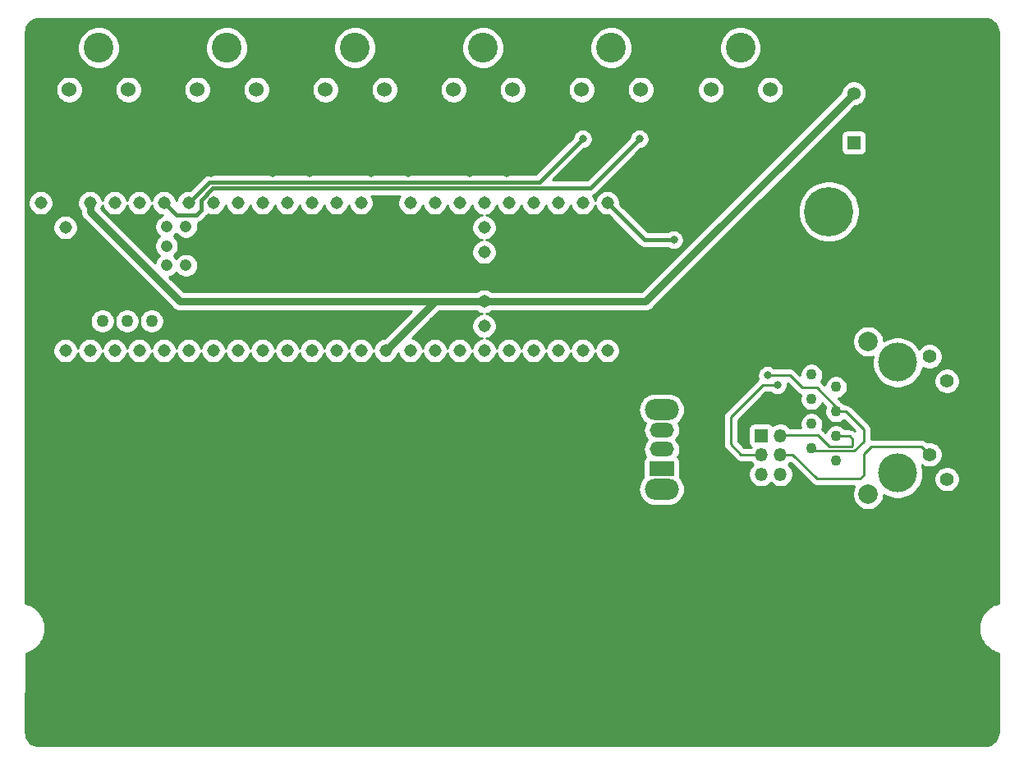
<source format=gbr>
%TF.GenerationSoftware,KiCad,Pcbnew,(5.1.10)-1*%
%TF.CreationDate,2022-03-09T20:01:01-06:00*%
%TF.ProjectId,Driveboard_2022,44726976-6562-46f6-9172-645f32303232,rev?*%
%TF.SameCoordinates,Original*%
%TF.FileFunction,Copper,L2,Bot*%
%TF.FilePolarity,Positive*%
%FSLAX46Y46*%
G04 Gerber Fmt 4.6, Leading zero omitted, Abs format (unit mm)*
G04 Created by KiCad (PCBNEW (5.1.10)-1) date 2022-03-09 20:01:01*
%MOMM*%
%LPD*%
G01*
G04 APERTURE LIST*
%TA.AperFunction,ComponentPad*%
%ADD10R,1.358000X1.358000*%
%TD*%
%TA.AperFunction,ComponentPad*%
%ADD11C,1.358000*%
%TD*%
%TA.AperFunction,ComponentPad*%
%ADD12C,1.308000*%
%TD*%
%TA.AperFunction,ComponentPad*%
%ADD13C,1.258000*%
%TD*%
%TA.AperFunction,ComponentPad*%
%ADD14C,1.208000*%
%TD*%
%TA.AperFunction,ComponentPad*%
%ADD15C,1.100000*%
%TD*%
%TA.AperFunction,ComponentPad*%
%ADD16C,4.000000*%
%TD*%
%TA.AperFunction,ComponentPad*%
%ADD17C,1.400000*%
%TD*%
%TA.AperFunction,ComponentPad*%
%ADD18C,2.000000*%
%TD*%
%TA.AperFunction,ComponentPad*%
%ADD19O,1.350000X1.350000*%
%TD*%
%TA.AperFunction,ComponentPad*%
%ADD20R,1.350000X1.350000*%
%TD*%
%TA.AperFunction,ComponentPad*%
%ADD21O,3.500000X2.200000*%
%TD*%
%TA.AperFunction,ComponentPad*%
%ADD22O,2.500000X1.500000*%
%TD*%
%TA.AperFunction,ComponentPad*%
%ADD23R,2.500000X1.500000*%
%TD*%
%TA.AperFunction,ComponentPad*%
%ADD24C,5.080000*%
%TD*%
%TA.AperFunction,ComponentPad*%
%ADD25C,1.524000*%
%TD*%
%TA.AperFunction,ComponentPad*%
%ADD26C,3.073400*%
%TD*%
%TA.AperFunction,ViaPad*%
%ADD27C,0.800000*%
%TD*%
%TA.AperFunction,Conductor*%
%ADD28C,0.762000*%
%TD*%
%TA.AperFunction,Conductor*%
%ADD29C,0.381000*%
%TD*%
%TA.AperFunction,Conductor*%
%ADD30C,0.254000*%
%TD*%
%TA.AperFunction,Conductor*%
%ADD31C,0.100000*%
%TD*%
G04 APERTURE END LIST*
D10*
%TO.P,U1,1*%
%TO.N,+12V*%
X112014000Y-34925000D03*
D11*
%TO.P,U1,2*%
%TO.N,GND*%
X112014000Y-32385000D03*
%TO.P,U1,3*%
%TO.N,+3V3*%
X112014000Y-29845000D03*
%TD*%
D12*
%TO.P,U2,23*%
%TO.N,Net-(U2-Pad23)*%
X35814000Y-41148000D03*
%TO.P,U2,37*%
%TO.N,Net-(U2-Pad37)*%
X76454000Y-41148000D03*
%TO.P,U2,30*%
%TO.N,Net-(U2-Pad30)*%
X81534000Y-56388000D03*
%TO.P,U2,13*%
%TO.N,Net-(U2-Pad13)*%
X61214000Y-41148000D03*
%TO.P,U2,3.3V_1*%
%TO.N,+3V3*%
X63754000Y-56388000D03*
%TO.P,U2,26*%
%TO.N,Net-(U2-Pad26)*%
X71374000Y-56388000D03*
%TO.P,U2,16*%
%TO.N,MRRX*%
X53594000Y-41148000D03*
%TO.P,U2,2*%
%TO.N,Net-(U2-Pad2)*%
X35814000Y-56388000D03*
%TO.P,U2,25*%
%TO.N,BRRX*%
X68834000Y-56388000D03*
%TO.P,U2,22*%
%TO.N,Net-(U2-Pad22)*%
X38354000Y-41148000D03*
%TO.P,U2,7*%
%TO.N,FRRX*%
X48514000Y-56388000D03*
%TO.P,U2,5*%
%TO.N,Net-(U2-Pad5)*%
X43434000Y-56388000D03*
%TO.P,U2,17*%
%TO.N,MRTX*%
X51054000Y-41148000D03*
%TO.P,U2,14*%
%TO.N,MLTX*%
X58674000Y-41148000D03*
D13*
%TO.P,U2,USB_GND2*%
%TO.N,GND*%
X44704000Y-53338000D03*
D12*
%TO.P,U2,33*%
%TO.N,DIR_SWITCH*%
X86614000Y-41148000D03*
%TO.P,U2,27*%
%TO.N,Net-(U2-Pad27)*%
X73914000Y-56388000D03*
%TO.P,U2,34*%
%TO.N,Net-(U2-Pad34)*%
X84074000Y-41148000D03*
%TO.P,U2,12*%
%TO.N,MR_DRIVE*%
X61214000Y-56388000D03*
%TO.P,U2,10*%
%TO.N,FR_DRIVE*%
X56134000Y-56388000D03*
%TO.P,U2,6*%
%TO.N,Net-(U2-Pad6)*%
X45974000Y-56388000D03*
D13*
%TO.P,U2,USB_GND1*%
%TO.N,GND*%
X42164000Y-53338000D03*
D12*
%TO.P,U2,4*%
%TO.N,Net-(U2-Pad4)*%
X40894000Y-56388000D03*
%TO.P,U2,40*%
%TO.N,Net-(U2-Pad40)*%
X68834000Y-41148000D03*
%TO.P,U2,36*%
%TO.N,Net-(U2-Pad36)*%
X78994000Y-41148000D03*
D14*
%TO.P,U2,T-*%
%TO.N,N/C*%
X41164000Y-47598000D03*
D12*
%TO.P,U2,8*%
%TO.N,FRTX*%
X51054000Y-56388000D03*
%TO.P,U2,18*%
%TO.N,Net-(U2-Pad18)*%
X48514000Y-41148000D03*
%TO.P,U2,38*%
%TO.N,Net-(U2-Pad38)*%
X73914000Y-41148000D03*
%TO.P,U2,29*%
%TO.N,BR_DRIVE*%
X78994000Y-56388000D03*
%TO.P,U2,32*%
%TO.N,Net-(U2-Pad32)*%
X86614000Y-56388000D03*
%TO.P,U2,24*%
%TO.N,BRTX*%
X66294000Y-56388000D03*
%TO.P,U2,28*%
%TO.N,BL_DRIVE*%
X76454000Y-56388000D03*
%TO.P,U2,20*%
%TO.N,BLTX*%
X43434000Y-41148000D03*
%TO.P,U2,19*%
%TO.N,Net-(U2-Pad19)*%
X45974000Y-41148000D03*
D13*
%TO.P,U2,D+*%
%TO.N,Net-(U2-PadD+)*%
X39624000Y-53338000D03*
D12*
%TO.P,U2,11*%
%TO.N,ML_DRIVE*%
X58674000Y-56388000D03*
%TO.P,U2,41*%
%TO.N,Net-(U2-Pad41)*%
X66294000Y-41148000D03*
D14*
%TO.P,U2,LED*%
%TO.N,Net-(U2-PadLED)*%
X41164000Y-45598000D03*
D12*
%TO.P,U2,35*%
%TO.N,Net-(U2-Pad35)*%
X81534000Y-41148000D03*
%TO.P,U2,GND3*%
%TO.N,GND*%
X30734000Y-41148000D03*
%TO.P,U2,15*%
%TO.N,MLRX*%
X56134000Y-41148000D03*
D13*
%TO.P,U2,D-*%
%TO.N,N/C*%
X37084000Y-53338000D03*
D12*
%TO.P,U2,1*%
%TO.N,FLTX*%
X33274000Y-56388000D03*
D13*
%TO.P,U2,5V*%
%TO.N,Net-(U2-Pad5V)*%
X34544000Y-53338000D03*
D12*
%TO.P,U2,3.3V_2*%
%TO.N,+3V3*%
X33274000Y-41148000D03*
%TO.P,U2,21*%
%TO.N,BLRX*%
X40894000Y-41148000D03*
%TO.P,U2,3*%
%TO.N,Net-(U2-Pad3)*%
X38354000Y-56388000D03*
%TO.P,U2,39*%
%TO.N,Net-(U2-Pad39)*%
X71374000Y-41148000D03*
%TO.P,U2,31*%
%TO.N,Net-(U2-Pad31)*%
X84074000Y-56388000D03*
%TO.P,U2,9*%
%TO.N,FL_DRIVE*%
X53594000Y-56388000D03*
%TO.P,U2,VIN*%
%TO.N,Net-(U2-PadVIN)*%
X28194000Y-41148000D03*
%TO.P,U2,GND4*%
%TO.N,GND*%
X73914000Y-48768000D03*
D14*
%TO.P,U2,GND5*%
X43164000Y-45598000D03*
D12*
%TO.P,U2,PROGRAM*%
%TO.N,Net-(U2-PadPROGRAM)*%
X73914000Y-46228000D03*
%TO.P,U2,VUSB*%
%TO.N,Net-(U2-PadVUSB)*%
X30734000Y-43688000D03*
%TO.P,U2,3.3V_3*%
%TO.N,+3V3*%
X73914000Y-51308000D03*
%TO.P,U2,0*%
%TO.N,FLRX*%
X30734000Y-56388000D03*
D14*
%TO.P,U2,R+*%
%TO.N,Net-(U2-PadR+)*%
X41164000Y-43598000D03*
D12*
%TO.P,U2,ON/OFF*%
%TO.N,Net-(U2-PadON/OFF)*%
X73914000Y-43688000D03*
D14*
%TO.P,U2,T+*%
%TO.N,Net-(U2-PadT+)*%
X43164000Y-47598000D03*
%TO.P,U2,R-*%
%TO.N,N/C*%
X43164000Y-43598000D03*
D12*
%TO.P,U2,GND2*%
%TO.N,GND*%
X63754000Y-41148000D03*
%TO.P,U2,VBAT*%
%TO.N,Net-(U2-PadVBAT)*%
X73914000Y-53848000D03*
%TO.P,U2,GND1*%
%TO.N,GND*%
X28194000Y-56388000D03*
%TD*%
D15*
%TO.P,J2,8*%
%TO.N,Net-(C2-Pad2)*%
X107650000Y-58875200D03*
%TO.P,J2,6*%
%TO.N,Net-(J1-Pad5)*%
X107650000Y-61415200D03*
%TO.P,J2,4*%
%TO.N,Net-(J1-Pad6)*%
X107650000Y-63955200D03*
%TO.P,J2,2*%
%TO.N,Net-(C2-Pad1)*%
X107650000Y-66495200D03*
%TO.P,J2,7*%
%TO.N,Net-(J2-Pad7)*%
X110190000Y-60145200D03*
%TO.P,J2,5*%
%TO.N,Net-(C2-Pad1)*%
X110190000Y-62685200D03*
%TO.P,J2,3*%
%TO.N,Net-(J1-Pad2)*%
X110190000Y-65225200D03*
%TO.P,J2,1*%
%TO.N,Net-(J1-Pad1)*%
X110190000Y-67765200D03*
D16*
%TO.P,J2,14*%
%TO.N,N/C*%
X116540000Y-57605200D03*
%TO.P,J2,13*%
X116540000Y-69035200D03*
D17*
%TO.P,J2,11*%
%TO.N,Net-(J2-Pad11)*%
X121620000Y-59535200D03*
%TO.P,J2,10*%
%TO.N,Net-(J1-Pad4)*%
X119830000Y-67105200D03*
%TO.P,J2,12*%
%TO.N,Net-(J2-Pad12)*%
X119830000Y-56995200D03*
%TO.P,J2,9*%
%TO.N,Net-(C2-Pad2)*%
X121620000Y-69645200D03*
D18*
%TO.P,J2,15*%
%TO.N,N/C*%
X113490000Y-71195200D03*
%TO.P,J2,16*%
X113490000Y-55445200D03*
%TD*%
D19*
%TO.P,J1,6*%
%TO.N,Net-(J1-Pad6)*%
X104457500Y-69151000D03*
%TO.P,J1,5*%
%TO.N,Net-(J1-Pad5)*%
X102457500Y-69151000D03*
%TO.P,J1,4*%
%TO.N,Net-(J1-Pad4)*%
X104457500Y-67151000D03*
%TO.P,J1,3*%
%TO.N,Net-(C2-Pad2)*%
X102457500Y-67151000D03*
%TO.P,J1,2*%
%TO.N,Net-(J1-Pad2)*%
X104457500Y-65151000D03*
D20*
%TO.P,J1,1*%
%TO.N,Net-(J1-Pad1)*%
X102457500Y-65151000D03*
%TD*%
D21*
%TO.P,SW4,*%
%TO.N,*%
X92202000Y-62480000D03*
X92202000Y-70680000D03*
D22*
%TO.P,SW4,3*%
%TO.N,N/C*%
X92202000Y-64580000D03*
%TO.P,SW4,2*%
%TO.N,DIR_SWITCH*%
X92202000Y-66580000D03*
D23*
%TO.P,SW4,1*%
%TO.N,+3V3*%
X92202000Y-68580000D03*
%TD*%
D24*
%TO.P,Conn13,1*%
%TO.N,GND*%
X109448600Y-49911000D03*
%TO.P,Conn13,2*%
%TO.N,+12V*%
X109448600Y-42037000D03*
%TD*%
D25*
%TO.P,Conn6,3*%
%TO.N,BRRX*%
X103378000Y-29464000D03*
D26*
%TO.P,Conn6,*%
%TO.N,*%
X100330000Y-25146000D03*
D25*
%TO.P,Conn6,2*%
%TO.N,GND*%
X100330000Y-29464000D03*
%TO.P,Conn6,1*%
%TO.N,BRTX*%
X97282000Y-29464000D03*
%TD*%
%TO.P,Conn5,3*%
%TO.N,BLRX*%
X90043000Y-29464000D03*
D26*
%TO.P,Conn5,*%
%TO.N,*%
X86995000Y-25146000D03*
D25*
%TO.P,Conn5,2*%
%TO.N,GND*%
X86995000Y-29464000D03*
%TO.P,Conn5,1*%
%TO.N,BLTX*%
X83947000Y-29464000D03*
%TD*%
%TO.P,Conn4,3*%
%TO.N,MRRX*%
X76835000Y-29464000D03*
D26*
%TO.P,Conn4,*%
%TO.N,*%
X73787000Y-25146000D03*
D25*
%TO.P,Conn4,2*%
%TO.N,GND*%
X73787000Y-29464000D03*
%TO.P,Conn4,1*%
%TO.N,MRTX*%
X70739000Y-29464000D03*
%TD*%
%TO.P,Conn3,3*%
%TO.N,MLRX*%
X63627000Y-29464000D03*
D26*
%TO.P,Conn3,*%
%TO.N,*%
X60579000Y-25146000D03*
D25*
%TO.P,Conn3,2*%
%TO.N,GND*%
X60579000Y-29464000D03*
%TO.P,Conn3,1*%
%TO.N,MLTX*%
X57531000Y-29464000D03*
%TD*%
%TO.P,Conn2,3*%
%TO.N,FRRX*%
X50419000Y-29464000D03*
D26*
%TO.P,Conn2,*%
%TO.N,*%
X47371000Y-25146000D03*
D25*
%TO.P,Conn2,2*%
%TO.N,GND*%
X47371000Y-29464000D03*
%TO.P,Conn2,1*%
%TO.N,FRTX*%
X44323000Y-29464000D03*
%TD*%
%TO.P,Conn1,3*%
%TO.N,FLRX*%
X37211000Y-29464000D03*
D26*
%TO.P,Conn1,*%
%TO.N,*%
X34163000Y-25146000D03*
D25*
%TO.P,Conn1,2*%
%TO.N,GND*%
X34163000Y-29464000D03*
%TO.P,Conn1,1*%
%TO.N,FLTX*%
X31115000Y-29464000D03*
%TD*%
D27*
%TO.N,GND*%
X48260000Y-46355000D03*
X29210000Y-38100000D03*
X43180000Y-38100000D03*
X39370000Y-38100000D03*
X35560000Y-38100000D03*
X45720000Y-38100000D03*
X48260000Y-35560000D03*
X45720000Y-33020000D03*
X52070000Y-38100000D03*
X55880000Y-38100000D03*
X66040000Y-38100000D03*
X62230000Y-38100000D03*
X72390000Y-38100000D03*
X76200000Y-38100000D03*
X76200000Y-34290000D03*
X86360000Y-33020000D03*
X88900000Y-38100000D03*
X92710000Y-38100000D03*
X97790000Y-46990000D03*
X101600000Y-46990000D03*
X105410000Y-46990000D03*
X105410000Y-43180000D03*
X105410000Y-39370000D03*
X101600000Y-43180000D03*
X97790000Y-50800000D03*
X101600000Y-50800000D03*
X105410000Y-50800000D03*
X105410000Y-54610000D03*
X101600000Y-54610000D03*
X97790000Y-54610000D03*
X97790000Y-58420000D03*
X97790000Y-62230000D03*
X97790000Y-66040000D03*
X97790000Y-69850000D03*
X107950000Y-31750000D03*
X107950000Y-27940000D03*
X107950000Y-24130000D03*
X111760000Y-24130000D03*
X115570000Y-24130000D03*
X119380000Y-24130000D03*
X123190000Y-24130000D03*
X93980000Y-50800000D03*
X93980000Y-54610000D03*
X93980000Y-58420000D03*
X90170000Y-58420000D03*
X90170000Y-54610000D03*
X86360000Y-58420000D03*
X82550000Y-58420000D03*
X77470000Y-59055000D03*
X73660000Y-59055000D03*
X69850000Y-59055000D03*
X81280000Y-63500000D03*
X80010000Y-59690000D03*
X73660000Y-62230000D03*
X59690000Y-58420000D03*
X55880000Y-58420000D03*
X40640000Y-63500000D03*
X53340000Y-60960000D03*
X87630000Y-71120000D03*
X83820000Y-71120000D03*
X80010000Y-71120000D03*
X76200000Y-71120000D03*
X72390000Y-71120000D03*
X68580000Y-71120000D03*
X64770000Y-71120000D03*
X60960000Y-71120000D03*
X57150000Y-71120000D03*
X53340000Y-71120000D03*
X49530000Y-71120000D03*
X45720000Y-71120000D03*
X41910000Y-71120000D03*
X38100000Y-71120000D03*
X34290000Y-71120000D03*
X30480000Y-71120000D03*
X68580000Y-46355000D03*
X68580000Y-49530000D03*
X64770000Y-49530000D03*
X64770000Y-46355000D03*
X60960000Y-46355000D03*
X60960000Y-49530000D03*
X57150000Y-49530000D03*
X57150000Y-46355000D03*
X53340000Y-46355000D03*
X53340000Y-49530000D03*
X60960000Y-53340000D03*
X57150000Y-53340000D03*
X53340000Y-53340000D03*
X64770000Y-53340000D03*
X48260000Y-49530000D03*
X43180000Y-49530000D03*
X35560000Y-50800000D03*
X39370000Y-50800000D03*
X30480000Y-50800000D03*
X30480000Y-54610000D03*
X30480000Y-46990000D03*
X33020000Y-44450000D03*
X33020000Y-48260000D03*
X33020000Y-52070000D03*
X33020000Y-35560000D03*
X33020000Y-31750000D03*
X35560000Y-31750000D03*
X46990000Y-60960000D03*
X43180000Y-60960000D03*
X39370000Y-60960000D03*
X35560000Y-60960000D03*
X31750000Y-60960000D03*
X27940000Y-60960000D03*
X27940000Y-64770000D03*
X27940000Y-68580000D03*
X39370000Y-45720000D03*
X36830000Y-43180000D03*
X76200000Y-46355000D03*
X80010000Y-46355000D03*
X83820000Y-46355000D03*
X86360000Y-54610000D03*
X78740000Y-53975000D03*
X83820000Y-49530000D03*
X80010000Y-49530000D03*
X76200000Y-49530000D03*
X88900000Y-49530000D03*
X91440000Y-46990000D03*
X95250000Y-43180000D03*
X99060000Y-39370000D03*
X102870000Y-35560000D03*
X59690000Y-62230000D03*
X68580000Y-53340000D03*
X71755000Y-53975000D03*
X35560000Y-46990000D03*
X88900000Y-41910000D03*
X104140000Y-62230000D03*
X119380000Y-64770000D03*
X115570000Y-64770000D03*
X123190000Y-27940000D03*
X123190000Y-31750000D03*
X123190000Y-35560000D03*
X119380000Y-27940000D03*
%TO.N,BLRX*%
X89916000Y-34544000D03*
%TO.N,BLTX*%
X84074000Y-34544000D03*
%TO.N,DIR_SWITCH*%
X93472000Y-44958000D03*
%TO.N,Net-(C2-Pad2)*%
X104140000Y-59944000D03*
%TO.N,Net-(C2-Pad1)*%
X103124000Y-58928000D03*
%TD*%
D28*
%TO.N,+3V3*%
X90551000Y-51308000D02*
X73914000Y-51308000D01*
X112014000Y-29845000D02*
X90551000Y-51308000D01*
X68834000Y-51308000D02*
X63754000Y-56388000D01*
X73914000Y-51308000D02*
X68834000Y-51308000D01*
X33274000Y-42072895D02*
X33274000Y-41148000D01*
X73914000Y-51308000D02*
X42509105Y-51308000D01*
X42509105Y-51308000D02*
X33274000Y-42072895D01*
D29*
%TO.N,BLRX*%
X41938501Y-42192501D02*
X40894000Y-41148000D01*
X48260000Y-39624000D02*
X45952138Y-39624000D01*
X48260000Y-39624000D02*
X48006000Y-39624000D01*
X84836000Y-39624000D02*
X89916000Y-34544000D01*
X48260000Y-39624000D02*
X84836000Y-39624000D01*
X45952138Y-39624000D02*
X44704000Y-40872138D01*
X44704000Y-40872138D02*
X44704000Y-41910000D01*
X44704000Y-41910000D02*
X44196000Y-42418000D01*
X42164000Y-42418000D02*
X41938501Y-42192501D01*
X44196000Y-42418000D02*
X42164000Y-42418000D01*
%TO.N,BLTX*%
X79575010Y-39042990D02*
X84074000Y-34544000D01*
X45539010Y-39042990D02*
X79575010Y-39042990D01*
X43434000Y-41148000D02*
X45539010Y-39042990D01*
%TO.N,DIR_SWITCH*%
X90424000Y-44958000D02*
X86614000Y-41148000D01*
X93472000Y-44958000D02*
X90424000Y-44958000D01*
D30*
%TO.N,Net-(C2-Pad2)*%
X99314000Y-63246000D02*
X102616000Y-59944000D01*
X102463600Y-67125600D02*
X100399600Y-67125600D01*
X100399600Y-67125600D02*
X99314000Y-66040000D01*
X99314000Y-66040000D02*
X99314000Y-63246000D01*
X102616000Y-59944000D02*
X104140000Y-59944000D01*
%TO.N,Net-(C2-Pad1)*%
X111199200Y-62685200D02*
X110190000Y-62685200D01*
X113030000Y-65786000D02*
X113030000Y-64516000D01*
X107902810Y-66748010D02*
X112067990Y-66748010D01*
X113030000Y-64516000D02*
X111199200Y-62685200D01*
X107650000Y-66495200D02*
X107902810Y-66748010D01*
X112067990Y-66748010D02*
X113030000Y-65786000D01*
X103124000Y-58928000D02*
X105410000Y-58928000D01*
X105410000Y-58928000D02*
X106680000Y-60198000D01*
X106680000Y-60198000D02*
X108204000Y-60198000D01*
X110190000Y-62184000D02*
X110190000Y-62685200D01*
X108204000Y-60198000D02*
X110190000Y-62184000D01*
%TO.N,Net-(J1-Pad5)*%
X107448800Y-61214000D02*
X107650000Y-61415200D01*
%TO.N,Net-(J1-Pad4)*%
X119018800Y-66294000D02*
X119830000Y-67105200D01*
X113030000Y-69215000D02*
X113030000Y-67056000D01*
X113030000Y-67056000D02*
X113792000Y-66294000D01*
X112649000Y-69596000D02*
X113030000Y-69215000D01*
X108204000Y-69596000D02*
X112649000Y-69596000D01*
X105733600Y-67125600D02*
X108204000Y-69596000D01*
X113792000Y-66294000D02*
X119018800Y-66294000D01*
X104463600Y-67125600D02*
X105733600Y-67125600D01*
%TO.N,Net-(J1-Pad2)*%
X108305600Y-65125600D02*
X104463600Y-65125600D01*
X111580200Y-65225200D02*
X111887000Y-65532000D01*
X109474000Y-66294000D02*
X108305600Y-65125600D01*
X111887000Y-66167000D02*
X111760000Y-66294000D01*
X111887000Y-65532000D02*
X111887000Y-66167000D01*
X110090400Y-65125600D02*
X110190000Y-65225200D01*
X109474000Y-66294000D02*
X111760000Y-66294000D01*
X111580200Y-65225200D02*
X110190000Y-65225200D01*
%TD*%
%TO.N,GND*%
X125805375Y-22215734D02*
X126061122Y-22292948D01*
X126297004Y-22418369D01*
X126504030Y-22587216D01*
X126674313Y-22793054D01*
X126801379Y-23028056D01*
X126880376Y-23283256D01*
X126911501Y-23579391D01*
X126911500Y-82421839D01*
X126571446Y-82529711D01*
X126516474Y-82553272D01*
X126461159Y-82576071D01*
X126453053Y-82580454D01*
X126105530Y-82771506D01*
X126056174Y-82805301D01*
X126006347Y-82838406D01*
X125999247Y-82844280D01*
X125695451Y-83099195D01*
X125653605Y-83141928D01*
X125611153Y-83184084D01*
X125605329Y-83191225D01*
X125356832Y-83500294D01*
X125324106Y-83550305D01*
X125290627Y-83599939D01*
X125286301Y-83608076D01*
X125102568Y-83959522D01*
X125080156Y-84014994D01*
X125056978Y-84070132D01*
X125054315Y-84078954D01*
X124942345Y-84459396D01*
X124931145Y-84518112D01*
X124919107Y-84576754D01*
X124918208Y-84585925D01*
X124882266Y-84980870D01*
X124882684Y-85040686D01*
X124882266Y-85100503D01*
X124883165Y-85109674D01*
X124924618Y-85504077D01*
X124936648Y-85562683D01*
X124947855Y-85621435D01*
X124950519Y-85630257D01*
X125067790Y-86009099D01*
X125090974Y-86064250D01*
X125113380Y-86119708D01*
X125117706Y-86127845D01*
X125306328Y-86476693D01*
X125339783Y-86526292D01*
X125372532Y-86576338D01*
X125378355Y-86583477D01*
X125378358Y-86583481D01*
X125378362Y-86583485D01*
X125631144Y-86889047D01*
X125673561Y-86931169D01*
X125715443Y-86973938D01*
X125722544Y-86979811D01*
X126029869Y-87230460D01*
X126079678Y-87263552D01*
X126129050Y-87297359D01*
X126137156Y-87301741D01*
X126487313Y-87487923D01*
X126542605Y-87510712D01*
X126597601Y-87534284D01*
X126606405Y-87537009D01*
X126911500Y-87629122D01*
X126911501Y-95725711D01*
X126882266Y-96023876D01*
X126805051Y-96279624D01*
X126679631Y-96515504D01*
X126510789Y-96722525D01*
X126304946Y-96892813D01*
X126069944Y-97019879D01*
X125814740Y-97098877D01*
X125518618Y-97130000D01*
X28035779Y-97130000D01*
X27737624Y-97100766D01*
X27481876Y-97023551D01*
X27245996Y-96898131D01*
X27038975Y-96729289D01*
X26868687Y-96523446D01*
X26741621Y-96288444D01*
X26662623Y-96033240D01*
X26631658Y-95738623D01*
X26690968Y-87613330D01*
X26971942Y-87524200D01*
X27026914Y-87500639D01*
X27082229Y-87477840D01*
X27090335Y-87473457D01*
X27438029Y-87282312D01*
X27487392Y-87248512D01*
X27537211Y-87215413D01*
X27544312Y-87209539D01*
X27848256Y-86954499D01*
X27890100Y-86911769D01*
X27932555Y-86869610D01*
X27938379Y-86862469D01*
X28186997Y-86553251D01*
X28219767Y-86503173D01*
X28253202Y-86453604D01*
X28257525Y-86445472D01*
X28257528Y-86445468D01*
X28257530Y-86445464D01*
X28441350Y-86093848D01*
X28463747Y-86038413D01*
X28486940Y-85983241D01*
X28489603Y-85974419D01*
X28601628Y-85593792D01*
X28612834Y-85535044D01*
X28624866Y-85476434D01*
X28625765Y-85467263D01*
X28661725Y-85072125D01*
X28661307Y-85012308D01*
X28661725Y-84952491D01*
X28660826Y-84943320D01*
X28619353Y-84548724D01*
X28607323Y-84490118D01*
X28596116Y-84431366D01*
X28593452Y-84422544D01*
X28476124Y-84043518D01*
X28452946Y-83988380D01*
X28430534Y-83932908D01*
X28426208Y-83924772D01*
X28237494Y-83575754D01*
X28204039Y-83526155D01*
X28171290Y-83476109D01*
X28165466Y-83468968D01*
X27912556Y-83163251D01*
X27870120Y-83121111D01*
X27828257Y-83078361D01*
X27821156Y-83072487D01*
X27513681Y-82821716D01*
X27463888Y-82788634D01*
X27414499Y-82754816D01*
X27406392Y-82750434D01*
X27056065Y-82564161D01*
X27000762Y-82541367D01*
X26945780Y-82517801D01*
X26936977Y-82515077D01*
X26631501Y-82422847D01*
X26631501Y-62480000D01*
X89808606Y-62480000D01*
X89842105Y-62820119D01*
X89941314Y-63147168D01*
X90102421Y-63448578D01*
X90319234Y-63712766D01*
X90510994Y-63870139D01*
X90416236Y-64047419D01*
X90337040Y-64308493D01*
X90310299Y-64580000D01*
X90337040Y-64851507D01*
X90416236Y-65112581D01*
X90544843Y-65353188D01*
X90717919Y-65564081D01*
X90737316Y-65580000D01*
X90717919Y-65595919D01*
X90544843Y-65806812D01*
X90416236Y-66047419D01*
X90337040Y-66308493D01*
X90310299Y-66580000D01*
X90337040Y-66851507D01*
X90416236Y-67112581D01*
X90540940Y-67345886D01*
X90500815Y-67378815D01*
X90421463Y-67475506D01*
X90362498Y-67585820D01*
X90326188Y-67705518D01*
X90313928Y-67830000D01*
X90313928Y-69330000D01*
X90325008Y-69442496D01*
X90319234Y-69447234D01*
X90102421Y-69711422D01*
X89941314Y-70012832D01*
X89842105Y-70339881D01*
X89808606Y-70680000D01*
X89842105Y-71020119D01*
X89941314Y-71347168D01*
X90102421Y-71648578D01*
X90319234Y-71912766D01*
X90583422Y-72129579D01*
X90884832Y-72290686D01*
X91211881Y-72389895D01*
X91466775Y-72415000D01*
X92937225Y-72415000D01*
X93192119Y-72389895D01*
X93519168Y-72290686D01*
X93820578Y-72129579D01*
X94084766Y-71912766D01*
X94301579Y-71648578D01*
X94462686Y-71347168D01*
X94561895Y-71020119D01*
X94595394Y-70680000D01*
X94561895Y-70339881D01*
X94462686Y-70012832D01*
X94301579Y-69711422D01*
X94084766Y-69447234D01*
X94078992Y-69442496D01*
X94090072Y-69330000D01*
X94090072Y-67830000D01*
X94077812Y-67705518D01*
X94041502Y-67585820D01*
X93982537Y-67475506D01*
X93903185Y-67378815D01*
X93863060Y-67345886D01*
X93987764Y-67112581D01*
X94066960Y-66851507D01*
X94093701Y-66580000D01*
X94066960Y-66308493D01*
X93987764Y-66047419D01*
X93859157Y-65806812D01*
X93686081Y-65595919D01*
X93666684Y-65580000D01*
X93686081Y-65564081D01*
X93859157Y-65353188D01*
X93987764Y-65112581D01*
X94066960Y-64851507D01*
X94093701Y-64580000D01*
X94066960Y-64308493D01*
X93987764Y-64047419D01*
X93893006Y-63870139D01*
X94084766Y-63712766D01*
X94301579Y-63448578D01*
X94409859Y-63246000D01*
X98548314Y-63246000D01*
X98552001Y-63283433D01*
X98552000Y-66002577D01*
X98548314Y-66040000D01*
X98552000Y-66077423D01*
X98552000Y-66077425D01*
X98563026Y-66189377D01*
X98606598Y-66333014D01*
X98622947Y-66363600D01*
X98677355Y-66465392D01*
X98716983Y-66513678D01*
X98772578Y-66581422D01*
X98801654Y-66605284D01*
X99834320Y-67637951D01*
X99858178Y-67667022D01*
X99974208Y-67762245D01*
X100106585Y-67833002D01*
X100250222Y-67876574D01*
X100362174Y-67887600D01*
X100362176Y-67887600D01*
X100399599Y-67891286D01*
X100437022Y-67887600D01*
X101374156Y-67887600D01*
X101439956Y-67986077D01*
X101604879Y-68151000D01*
X101439956Y-68315923D01*
X101296593Y-68530482D01*
X101197842Y-68768887D01*
X101147500Y-69021976D01*
X101147500Y-69280024D01*
X101197842Y-69533113D01*
X101296593Y-69771518D01*
X101439956Y-69986077D01*
X101622423Y-70168544D01*
X101836982Y-70311907D01*
X102075387Y-70410658D01*
X102328476Y-70461000D01*
X102586524Y-70461000D01*
X102839613Y-70410658D01*
X103078018Y-70311907D01*
X103292577Y-70168544D01*
X103457500Y-70003621D01*
X103622423Y-70168544D01*
X103836982Y-70311907D01*
X104075387Y-70410658D01*
X104328476Y-70461000D01*
X104586524Y-70461000D01*
X104839613Y-70410658D01*
X105078018Y-70311907D01*
X105292577Y-70168544D01*
X105475044Y-69986077D01*
X105618407Y-69771518D01*
X105717158Y-69533113D01*
X105767500Y-69280024D01*
X105767500Y-69021976D01*
X105717158Y-68768887D01*
X105618407Y-68530482D01*
X105475044Y-68315923D01*
X105310121Y-68151000D01*
X105475044Y-67986077D01*
X105491628Y-67961258D01*
X107638721Y-70108352D01*
X107662578Y-70137422D01*
X107778608Y-70232645D01*
X107910985Y-70303402D01*
X108054622Y-70346974D01*
X108166574Y-70358000D01*
X108166576Y-70358000D01*
X108203999Y-70361686D01*
X108241422Y-70358000D01*
X112083002Y-70358000D01*
X112041082Y-70420737D01*
X111917832Y-70718288D01*
X111855000Y-71034167D01*
X111855000Y-71356233D01*
X111917832Y-71672112D01*
X112041082Y-71969663D01*
X112220013Y-72237452D01*
X112447748Y-72465187D01*
X112715537Y-72644118D01*
X113013088Y-72767368D01*
X113328967Y-72830200D01*
X113651033Y-72830200D01*
X113966912Y-72767368D01*
X114264463Y-72644118D01*
X114532252Y-72465187D01*
X114759987Y-72237452D01*
X114938918Y-71969663D01*
X115062168Y-71672112D01*
X115125000Y-71356233D01*
X115125000Y-71258815D01*
X115291859Y-71370307D01*
X115771399Y-71568939D01*
X116280475Y-71670200D01*
X116799525Y-71670200D01*
X117308601Y-71568939D01*
X117788141Y-71370307D01*
X118219715Y-71081938D01*
X118586738Y-70714915D01*
X118875107Y-70283341D01*
X119073739Y-69803801D01*
X119131440Y-69513714D01*
X120285000Y-69513714D01*
X120285000Y-69776686D01*
X120336304Y-70034605D01*
X120436939Y-70277559D01*
X120583038Y-70496213D01*
X120768987Y-70682162D01*
X120987641Y-70828261D01*
X121230595Y-70928896D01*
X121488514Y-70980200D01*
X121751486Y-70980200D01*
X122009405Y-70928896D01*
X122252359Y-70828261D01*
X122471013Y-70682162D01*
X122656962Y-70496213D01*
X122803061Y-70277559D01*
X122903696Y-70034605D01*
X122955000Y-69776686D01*
X122955000Y-69513714D01*
X122903696Y-69255795D01*
X122803061Y-69012841D01*
X122656962Y-68794187D01*
X122471013Y-68608238D01*
X122252359Y-68462139D01*
X122009405Y-68361504D01*
X121751486Y-68310200D01*
X121488514Y-68310200D01*
X121230595Y-68361504D01*
X120987641Y-68462139D01*
X120768987Y-68608238D01*
X120583038Y-68794187D01*
X120436939Y-69012841D01*
X120336304Y-69255795D01*
X120285000Y-69513714D01*
X119131440Y-69513714D01*
X119175000Y-69294725D01*
X119175000Y-68775675D01*
X119073739Y-68266599D01*
X119038731Y-68182081D01*
X119197641Y-68288261D01*
X119440595Y-68388896D01*
X119698514Y-68440200D01*
X119961486Y-68440200D01*
X120219405Y-68388896D01*
X120462359Y-68288261D01*
X120681013Y-68142162D01*
X120866962Y-67956213D01*
X121013061Y-67737559D01*
X121113696Y-67494605D01*
X121165000Y-67236686D01*
X121165000Y-66973714D01*
X121113696Y-66715795D01*
X121013061Y-66472841D01*
X120866962Y-66254187D01*
X120681013Y-66068238D01*
X120462359Y-65922139D01*
X120219405Y-65821504D01*
X119961486Y-65770200D01*
X119698514Y-65770200D01*
X119593516Y-65791086D01*
X119584084Y-65781653D01*
X119560222Y-65752578D01*
X119444192Y-65657355D01*
X119311815Y-65586598D01*
X119168178Y-65543026D01*
X119056226Y-65532000D01*
X119056223Y-65532000D01*
X119018800Y-65528314D01*
X118981377Y-65532000D01*
X113829423Y-65532000D01*
X113792000Y-65528314D01*
X113792000Y-64553422D01*
X113795686Y-64515999D01*
X113790123Y-64459514D01*
X113780974Y-64366622D01*
X113737402Y-64222985D01*
X113666645Y-64090608D01*
X113571422Y-63974578D01*
X113542352Y-63950721D01*
X111764484Y-62172854D01*
X111740622Y-62143778D01*
X111624592Y-62048555D01*
X111492215Y-61977798D01*
X111348578Y-61934226D01*
X111236626Y-61923200D01*
X111236623Y-61923200D01*
X111199200Y-61919514D01*
X111161777Y-61923200D01*
X111103844Y-61923200D01*
X110945394Y-61764750D01*
X110751308Y-61635066D01*
X110695638Y-61612007D01*
X110396059Y-61312428D01*
X110535652Y-61284661D01*
X110751308Y-61195334D01*
X110945394Y-61065650D01*
X111110450Y-60900594D01*
X111240134Y-60706508D01*
X111329461Y-60490852D01*
X111375000Y-60261912D01*
X111375000Y-60028488D01*
X111329461Y-59799548D01*
X111240134Y-59583892D01*
X111110450Y-59389806D01*
X110945394Y-59224750D01*
X110751308Y-59095066D01*
X110535652Y-59005739D01*
X110306712Y-58960200D01*
X110073288Y-58960200D01*
X109844348Y-59005739D01*
X109628692Y-59095066D01*
X109434606Y-59224750D01*
X109269550Y-59389806D01*
X109139866Y-59583892D01*
X109050539Y-59799548D01*
X109022772Y-59939142D01*
X108769284Y-59685654D01*
X108745422Y-59656578D01*
X108629392Y-59561355D01*
X108620050Y-59556362D01*
X108700134Y-59436508D01*
X108789461Y-59220852D01*
X108835000Y-58991912D01*
X108835000Y-58758488D01*
X108789461Y-58529548D01*
X108700134Y-58313892D01*
X108570450Y-58119806D01*
X108405394Y-57954750D01*
X108211308Y-57825066D01*
X107995652Y-57735739D01*
X107766712Y-57690200D01*
X107533288Y-57690200D01*
X107304348Y-57735739D01*
X107088692Y-57825066D01*
X106894606Y-57954750D01*
X106729550Y-58119806D01*
X106599866Y-58313892D01*
X106510539Y-58529548D01*
X106465000Y-58758488D01*
X106465000Y-58905370D01*
X105975284Y-58415654D01*
X105951422Y-58386578D01*
X105835392Y-58291355D01*
X105703015Y-58220598D01*
X105559378Y-58177026D01*
X105447426Y-58166000D01*
X105447423Y-58166000D01*
X105410000Y-58162314D01*
X105372577Y-58166000D01*
X103825711Y-58166000D01*
X103783774Y-58124063D01*
X103614256Y-58010795D01*
X103425898Y-57932774D01*
X103225939Y-57893000D01*
X103022061Y-57893000D01*
X102822102Y-57932774D01*
X102633744Y-58010795D01*
X102464226Y-58124063D01*
X102320063Y-58268226D01*
X102206795Y-58437744D01*
X102128774Y-58626102D01*
X102089000Y-58826061D01*
X102089000Y-59029939D01*
X102128774Y-59229898D01*
X102168405Y-59325576D01*
X102074578Y-59402578D01*
X102050721Y-59431648D01*
X98801649Y-62680721D01*
X98772579Y-62704578D01*
X98748722Y-62733648D01*
X98748721Y-62733649D01*
X98677355Y-62820608D01*
X98606599Y-62952985D01*
X98563027Y-63096622D01*
X98548314Y-63246000D01*
X94409859Y-63246000D01*
X94462686Y-63147168D01*
X94561895Y-62820119D01*
X94595394Y-62480000D01*
X94561895Y-62139881D01*
X94462686Y-61812832D01*
X94301579Y-61511422D01*
X94084766Y-61247234D01*
X93820578Y-61030421D01*
X93519168Y-60869314D01*
X93192119Y-60770105D01*
X92937225Y-60745000D01*
X91466775Y-60745000D01*
X91211881Y-60770105D01*
X90884832Y-60869314D01*
X90583422Y-61030421D01*
X90319234Y-61247234D01*
X90102421Y-61511422D01*
X89941314Y-61812832D01*
X89842105Y-62139881D01*
X89808606Y-62480000D01*
X26631501Y-62480000D01*
X26631501Y-56261045D01*
X29445000Y-56261045D01*
X29445000Y-56514955D01*
X29494535Y-56763987D01*
X29591703Y-56998570D01*
X29732768Y-57209690D01*
X29912310Y-57389232D01*
X30123430Y-57530297D01*
X30358013Y-57627465D01*
X30607045Y-57677000D01*
X30860955Y-57677000D01*
X31109987Y-57627465D01*
X31344570Y-57530297D01*
X31555690Y-57389232D01*
X31735232Y-57209690D01*
X31876297Y-56998570D01*
X31973465Y-56763987D01*
X32004000Y-56610476D01*
X32034535Y-56763987D01*
X32131703Y-56998570D01*
X32272768Y-57209690D01*
X32452310Y-57389232D01*
X32663430Y-57530297D01*
X32898013Y-57627465D01*
X33147045Y-57677000D01*
X33400955Y-57677000D01*
X33649987Y-57627465D01*
X33884570Y-57530297D01*
X34095690Y-57389232D01*
X34275232Y-57209690D01*
X34416297Y-56998570D01*
X34513465Y-56763987D01*
X34544000Y-56610476D01*
X34574535Y-56763987D01*
X34671703Y-56998570D01*
X34812768Y-57209690D01*
X34992310Y-57389232D01*
X35203430Y-57530297D01*
X35438013Y-57627465D01*
X35687045Y-57677000D01*
X35940955Y-57677000D01*
X36189987Y-57627465D01*
X36424570Y-57530297D01*
X36635690Y-57389232D01*
X36815232Y-57209690D01*
X36956297Y-56998570D01*
X37053465Y-56763987D01*
X37084000Y-56610476D01*
X37114535Y-56763987D01*
X37211703Y-56998570D01*
X37352768Y-57209690D01*
X37532310Y-57389232D01*
X37743430Y-57530297D01*
X37978013Y-57627465D01*
X38227045Y-57677000D01*
X38480955Y-57677000D01*
X38729987Y-57627465D01*
X38964570Y-57530297D01*
X39175690Y-57389232D01*
X39355232Y-57209690D01*
X39496297Y-56998570D01*
X39593465Y-56763987D01*
X39624000Y-56610476D01*
X39654535Y-56763987D01*
X39751703Y-56998570D01*
X39892768Y-57209690D01*
X40072310Y-57389232D01*
X40283430Y-57530297D01*
X40518013Y-57627465D01*
X40767045Y-57677000D01*
X41020955Y-57677000D01*
X41269987Y-57627465D01*
X41504570Y-57530297D01*
X41715690Y-57389232D01*
X41895232Y-57209690D01*
X42036297Y-56998570D01*
X42133465Y-56763987D01*
X42164000Y-56610476D01*
X42194535Y-56763987D01*
X42291703Y-56998570D01*
X42432768Y-57209690D01*
X42612310Y-57389232D01*
X42823430Y-57530297D01*
X43058013Y-57627465D01*
X43307045Y-57677000D01*
X43560955Y-57677000D01*
X43809987Y-57627465D01*
X44044570Y-57530297D01*
X44255690Y-57389232D01*
X44435232Y-57209690D01*
X44576297Y-56998570D01*
X44673465Y-56763987D01*
X44704000Y-56610476D01*
X44734535Y-56763987D01*
X44831703Y-56998570D01*
X44972768Y-57209690D01*
X45152310Y-57389232D01*
X45363430Y-57530297D01*
X45598013Y-57627465D01*
X45847045Y-57677000D01*
X46100955Y-57677000D01*
X46349987Y-57627465D01*
X46584570Y-57530297D01*
X46795690Y-57389232D01*
X46975232Y-57209690D01*
X47116297Y-56998570D01*
X47213465Y-56763987D01*
X47244000Y-56610476D01*
X47274535Y-56763987D01*
X47371703Y-56998570D01*
X47512768Y-57209690D01*
X47692310Y-57389232D01*
X47903430Y-57530297D01*
X48138013Y-57627465D01*
X48387045Y-57677000D01*
X48640955Y-57677000D01*
X48889987Y-57627465D01*
X49124570Y-57530297D01*
X49335690Y-57389232D01*
X49515232Y-57209690D01*
X49656297Y-56998570D01*
X49753465Y-56763987D01*
X49784000Y-56610476D01*
X49814535Y-56763987D01*
X49911703Y-56998570D01*
X50052768Y-57209690D01*
X50232310Y-57389232D01*
X50443430Y-57530297D01*
X50678013Y-57627465D01*
X50927045Y-57677000D01*
X51180955Y-57677000D01*
X51429987Y-57627465D01*
X51664570Y-57530297D01*
X51875690Y-57389232D01*
X52055232Y-57209690D01*
X52196297Y-56998570D01*
X52293465Y-56763987D01*
X52324000Y-56610476D01*
X52354535Y-56763987D01*
X52451703Y-56998570D01*
X52592768Y-57209690D01*
X52772310Y-57389232D01*
X52983430Y-57530297D01*
X53218013Y-57627465D01*
X53467045Y-57677000D01*
X53720955Y-57677000D01*
X53969987Y-57627465D01*
X54204570Y-57530297D01*
X54415690Y-57389232D01*
X54595232Y-57209690D01*
X54736297Y-56998570D01*
X54833465Y-56763987D01*
X54864000Y-56610476D01*
X54894535Y-56763987D01*
X54991703Y-56998570D01*
X55132768Y-57209690D01*
X55312310Y-57389232D01*
X55523430Y-57530297D01*
X55758013Y-57627465D01*
X56007045Y-57677000D01*
X56260955Y-57677000D01*
X56509987Y-57627465D01*
X56744570Y-57530297D01*
X56955690Y-57389232D01*
X57135232Y-57209690D01*
X57276297Y-56998570D01*
X57373465Y-56763987D01*
X57404000Y-56610476D01*
X57434535Y-56763987D01*
X57531703Y-56998570D01*
X57672768Y-57209690D01*
X57852310Y-57389232D01*
X58063430Y-57530297D01*
X58298013Y-57627465D01*
X58547045Y-57677000D01*
X58800955Y-57677000D01*
X59049987Y-57627465D01*
X59284570Y-57530297D01*
X59495690Y-57389232D01*
X59675232Y-57209690D01*
X59816297Y-56998570D01*
X59913465Y-56763987D01*
X59944000Y-56610476D01*
X59974535Y-56763987D01*
X60071703Y-56998570D01*
X60212768Y-57209690D01*
X60392310Y-57389232D01*
X60603430Y-57530297D01*
X60838013Y-57627465D01*
X61087045Y-57677000D01*
X61340955Y-57677000D01*
X61589987Y-57627465D01*
X61824570Y-57530297D01*
X62035690Y-57389232D01*
X62215232Y-57209690D01*
X62356297Y-56998570D01*
X62453465Y-56763987D01*
X62484000Y-56610476D01*
X62514535Y-56763987D01*
X62611703Y-56998570D01*
X62752768Y-57209690D01*
X62932310Y-57389232D01*
X63143430Y-57530297D01*
X63378013Y-57627465D01*
X63627045Y-57677000D01*
X63880955Y-57677000D01*
X64129987Y-57627465D01*
X64364570Y-57530297D01*
X64575690Y-57389232D01*
X64755232Y-57209690D01*
X64896297Y-56998570D01*
X64993465Y-56763987D01*
X65024000Y-56610476D01*
X65054535Y-56763987D01*
X65151703Y-56998570D01*
X65292768Y-57209690D01*
X65472310Y-57389232D01*
X65683430Y-57530297D01*
X65918013Y-57627465D01*
X66167045Y-57677000D01*
X66420955Y-57677000D01*
X66669987Y-57627465D01*
X66904570Y-57530297D01*
X67115690Y-57389232D01*
X67295232Y-57209690D01*
X67436297Y-56998570D01*
X67533465Y-56763987D01*
X67564000Y-56610476D01*
X67594535Y-56763987D01*
X67691703Y-56998570D01*
X67832768Y-57209690D01*
X68012310Y-57389232D01*
X68223430Y-57530297D01*
X68458013Y-57627465D01*
X68707045Y-57677000D01*
X68960955Y-57677000D01*
X69209987Y-57627465D01*
X69444570Y-57530297D01*
X69655690Y-57389232D01*
X69835232Y-57209690D01*
X69976297Y-56998570D01*
X70073465Y-56763987D01*
X70104000Y-56610476D01*
X70134535Y-56763987D01*
X70231703Y-56998570D01*
X70372768Y-57209690D01*
X70552310Y-57389232D01*
X70763430Y-57530297D01*
X70998013Y-57627465D01*
X71247045Y-57677000D01*
X71500955Y-57677000D01*
X71749987Y-57627465D01*
X71984570Y-57530297D01*
X72195690Y-57389232D01*
X72375232Y-57209690D01*
X72516297Y-56998570D01*
X72613465Y-56763987D01*
X72644000Y-56610476D01*
X72674535Y-56763987D01*
X72771703Y-56998570D01*
X72912768Y-57209690D01*
X73092310Y-57389232D01*
X73303430Y-57530297D01*
X73538013Y-57627465D01*
X73787045Y-57677000D01*
X74040955Y-57677000D01*
X74289987Y-57627465D01*
X74524570Y-57530297D01*
X74735690Y-57389232D01*
X74915232Y-57209690D01*
X75056297Y-56998570D01*
X75153465Y-56763987D01*
X75184000Y-56610476D01*
X75214535Y-56763987D01*
X75311703Y-56998570D01*
X75452768Y-57209690D01*
X75632310Y-57389232D01*
X75843430Y-57530297D01*
X76078013Y-57627465D01*
X76327045Y-57677000D01*
X76580955Y-57677000D01*
X76829987Y-57627465D01*
X77064570Y-57530297D01*
X77275690Y-57389232D01*
X77455232Y-57209690D01*
X77596297Y-56998570D01*
X77693465Y-56763987D01*
X77724000Y-56610476D01*
X77754535Y-56763987D01*
X77851703Y-56998570D01*
X77992768Y-57209690D01*
X78172310Y-57389232D01*
X78383430Y-57530297D01*
X78618013Y-57627465D01*
X78867045Y-57677000D01*
X79120955Y-57677000D01*
X79369987Y-57627465D01*
X79604570Y-57530297D01*
X79815690Y-57389232D01*
X79995232Y-57209690D01*
X80136297Y-56998570D01*
X80233465Y-56763987D01*
X80264000Y-56610476D01*
X80294535Y-56763987D01*
X80391703Y-56998570D01*
X80532768Y-57209690D01*
X80712310Y-57389232D01*
X80923430Y-57530297D01*
X81158013Y-57627465D01*
X81407045Y-57677000D01*
X81660955Y-57677000D01*
X81909987Y-57627465D01*
X82144570Y-57530297D01*
X82355690Y-57389232D01*
X82535232Y-57209690D01*
X82676297Y-56998570D01*
X82773465Y-56763987D01*
X82804000Y-56610476D01*
X82834535Y-56763987D01*
X82931703Y-56998570D01*
X83072768Y-57209690D01*
X83252310Y-57389232D01*
X83463430Y-57530297D01*
X83698013Y-57627465D01*
X83947045Y-57677000D01*
X84200955Y-57677000D01*
X84449987Y-57627465D01*
X84684570Y-57530297D01*
X84895690Y-57389232D01*
X85075232Y-57209690D01*
X85216297Y-56998570D01*
X85313465Y-56763987D01*
X85344000Y-56610476D01*
X85374535Y-56763987D01*
X85471703Y-56998570D01*
X85612768Y-57209690D01*
X85792310Y-57389232D01*
X86003430Y-57530297D01*
X86238013Y-57627465D01*
X86487045Y-57677000D01*
X86740955Y-57677000D01*
X86989987Y-57627465D01*
X87224570Y-57530297D01*
X87435690Y-57389232D01*
X87615232Y-57209690D01*
X87756297Y-56998570D01*
X87853465Y-56763987D01*
X87903000Y-56514955D01*
X87903000Y-56261045D01*
X87853465Y-56012013D01*
X87756297Y-55777430D01*
X87615232Y-55566310D01*
X87435690Y-55386768D01*
X87282136Y-55284167D01*
X111855000Y-55284167D01*
X111855000Y-55606233D01*
X111917832Y-55922112D01*
X112041082Y-56219663D01*
X112220013Y-56487452D01*
X112447748Y-56715187D01*
X112715537Y-56894118D01*
X113013088Y-57017368D01*
X113328967Y-57080200D01*
X113651033Y-57080200D01*
X113966912Y-57017368D01*
X113970609Y-57015837D01*
X113905000Y-57345675D01*
X113905000Y-57864725D01*
X114006261Y-58373801D01*
X114204893Y-58853341D01*
X114493262Y-59284915D01*
X114860285Y-59651938D01*
X115291859Y-59940307D01*
X115771399Y-60138939D01*
X116280475Y-60240200D01*
X116799525Y-60240200D01*
X117308601Y-60138939D01*
X117788141Y-59940307D01*
X118219715Y-59651938D01*
X118467939Y-59403714D01*
X120285000Y-59403714D01*
X120285000Y-59666686D01*
X120336304Y-59924605D01*
X120436939Y-60167559D01*
X120583038Y-60386213D01*
X120768987Y-60572162D01*
X120987641Y-60718261D01*
X121230595Y-60818896D01*
X121488514Y-60870200D01*
X121751486Y-60870200D01*
X122009405Y-60818896D01*
X122252359Y-60718261D01*
X122471013Y-60572162D01*
X122656962Y-60386213D01*
X122803061Y-60167559D01*
X122903696Y-59924605D01*
X122955000Y-59666686D01*
X122955000Y-59403714D01*
X122903696Y-59145795D01*
X122803061Y-58902841D01*
X122656962Y-58684187D01*
X122471013Y-58498238D01*
X122252359Y-58352139D01*
X122009405Y-58251504D01*
X121751486Y-58200200D01*
X121488514Y-58200200D01*
X121230595Y-58251504D01*
X120987641Y-58352139D01*
X120768987Y-58498238D01*
X120583038Y-58684187D01*
X120436939Y-58902841D01*
X120336304Y-59145795D01*
X120285000Y-59403714D01*
X118467939Y-59403714D01*
X118586738Y-59284915D01*
X118875107Y-58853341D01*
X119073739Y-58373801D01*
X119122607Y-58128125D01*
X119197641Y-58178261D01*
X119440595Y-58278896D01*
X119698514Y-58330200D01*
X119961486Y-58330200D01*
X120219405Y-58278896D01*
X120462359Y-58178261D01*
X120681013Y-58032162D01*
X120866962Y-57846213D01*
X121013061Y-57627559D01*
X121113696Y-57384605D01*
X121165000Y-57126686D01*
X121165000Y-56863714D01*
X121113696Y-56605795D01*
X121013061Y-56362841D01*
X120866962Y-56144187D01*
X120681013Y-55958238D01*
X120462359Y-55812139D01*
X120219405Y-55711504D01*
X119961486Y-55660200D01*
X119698514Y-55660200D01*
X119440595Y-55711504D01*
X119197641Y-55812139D01*
X118978987Y-55958238D01*
X118793038Y-56144187D01*
X118762954Y-56189211D01*
X118586738Y-55925485D01*
X118219715Y-55558462D01*
X117788141Y-55270093D01*
X117308601Y-55071461D01*
X116799525Y-54970200D01*
X116280475Y-54970200D01*
X115771399Y-55071461D01*
X115291859Y-55270093D01*
X115125000Y-55381585D01*
X115125000Y-55284167D01*
X115062168Y-54968288D01*
X114938918Y-54670737D01*
X114759987Y-54402948D01*
X114532252Y-54175213D01*
X114264463Y-53996282D01*
X113966912Y-53873032D01*
X113651033Y-53810200D01*
X113328967Y-53810200D01*
X113013088Y-53873032D01*
X112715537Y-53996282D01*
X112447748Y-54175213D01*
X112220013Y-54402948D01*
X112041082Y-54670737D01*
X111917832Y-54968288D01*
X111855000Y-55284167D01*
X87282136Y-55284167D01*
X87224570Y-55245703D01*
X86989987Y-55148535D01*
X86740955Y-55099000D01*
X86487045Y-55099000D01*
X86238013Y-55148535D01*
X86003430Y-55245703D01*
X85792310Y-55386768D01*
X85612768Y-55566310D01*
X85471703Y-55777430D01*
X85374535Y-56012013D01*
X85344000Y-56165524D01*
X85313465Y-56012013D01*
X85216297Y-55777430D01*
X85075232Y-55566310D01*
X84895690Y-55386768D01*
X84684570Y-55245703D01*
X84449987Y-55148535D01*
X84200955Y-55099000D01*
X83947045Y-55099000D01*
X83698013Y-55148535D01*
X83463430Y-55245703D01*
X83252310Y-55386768D01*
X83072768Y-55566310D01*
X82931703Y-55777430D01*
X82834535Y-56012013D01*
X82804000Y-56165524D01*
X82773465Y-56012013D01*
X82676297Y-55777430D01*
X82535232Y-55566310D01*
X82355690Y-55386768D01*
X82144570Y-55245703D01*
X81909987Y-55148535D01*
X81660955Y-55099000D01*
X81407045Y-55099000D01*
X81158013Y-55148535D01*
X80923430Y-55245703D01*
X80712310Y-55386768D01*
X80532768Y-55566310D01*
X80391703Y-55777430D01*
X80294535Y-56012013D01*
X80264000Y-56165524D01*
X80233465Y-56012013D01*
X80136297Y-55777430D01*
X79995232Y-55566310D01*
X79815690Y-55386768D01*
X79604570Y-55245703D01*
X79369987Y-55148535D01*
X79120955Y-55099000D01*
X78867045Y-55099000D01*
X78618013Y-55148535D01*
X78383430Y-55245703D01*
X78172310Y-55386768D01*
X77992768Y-55566310D01*
X77851703Y-55777430D01*
X77754535Y-56012013D01*
X77724000Y-56165524D01*
X77693465Y-56012013D01*
X77596297Y-55777430D01*
X77455232Y-55566310D01*
X77275690Y-55386768D01*
X77064570Y-55245703D01*
X76829987Y-55148535D01*
X76580955Y-55099000D01*
X76327045Y-55099000D01*
X76078013Y-55148535D01*
X75843430Y-55245703D01*
X75632310Y-55386768D01*
X75452768Y-55566310D01*
X75311703Y-55777430D01*
X75214535Y-56012013D01*
X75184000Y-56165524D01*
X75153465Y-56012013D01*
X75056297Y-55777430D01*
X74915232Y-55566310D01*
X74735690Y-55386768D01*
X74524570Y-55245703D01*
X74289987Y-55148535D01*
X74136476Y-55118000D01*
X74289987Y-55087465D01*
X74524570Y-54990297D01*
X74735690Y-54849232D01*
X74915232Y-54669690D01*
X75056297Y-54458570D01*
X75153465Y-54223987D01*
X75203000Y-53974955D01*
X75203000Y-53721045D01*
X75153465Y-53472013D01*
X75056297Y-53237430D01*
X74915232Y-53026310D01*
X74735690Y-52846768D01*
X74524570Y-52705703D01*
X74289987Y-52608535D01*
X74136476Y-52578000D01*
X74289987Y-52547465D01*
X74524570Y-52450297D01*
X74713588Y-52324000D01*
X90501098Y-52324000D01*
X90551000Y-52328915D01*
X90600902Y-52324000D01*
X90750171Y-52309298D01*
X90941687Y-52251202D01*
X91118190Y-52156860D01*
X91272896Y-52029896D01*
X91304712Y-51991128D01*
X101571550Y-41724290D01*
X106273600Y-41724290D01*
X106273600Y-42349710D01*
X106395614Y-42963113D01*
X106634952Y-43540926D01*
X106982417Y-44060944D01*
X107424656Y-44503183D01*
X107944674Y-44850648D01*
X108522487Y-45089986D01*
X109135890Y-45212000D01*
X109761310Y-45212000D01*
X110374713Y-45089986D01*
X110952526Y-44850648D01*
X111472544Y-44503183D01*
X111914783Y-44060944D01*
X112262248Y-43540926D01*
X112501586Y-42963113D01*
X112623600Y-42349710D01*
X112623600Y-41724290D01*
X112501586Y-41110887D01*
X112262248Y-40533074D01*
X111914783Y-40013056D01*
X111472544Y-39570817D01*
X110952526Y-39223352D01*
X110374713Y-38984014D01*
X109761310Y-38862000D01*
X109135890Y-38862000D01*
X108522487Y-38984014D01*
X107944674Y-39223352D01*
X107424656Y-39570817D01*
X106982417Y-40013056D01*
X106634952Y-40533074D01*
X106395614Y-41110887D01*
X106273600Y-41724290D01*
X101571550Y-41724290D01*
X109049840Y-34246000D01*
X110696928Y-34246000D01*
X110696928Y-35604000D01*
X110709188Y-35728482D01*
X110745498Y-35848180D01*
X110804463Y-35958494D01*
X110883815Y-36055185D01*
X110980506Y-36134537D01*
X111090820Y-36193502D01*
X111210518Y-36229812D01*
X111335000Y-36242072D01*
X112693000Y-36242072D01*
X112817482Y-36229812D01*
X112937180Y-36193502D01*
X113047494Y-36134537D01*
X113144185Y-36055185D01*
X113223537Y-35958494D01*
X113282502Y-35848180D01*
X113318812Y-35728482D01*
X113331072Y-35604000D01*
X113331072Y-34246000D01*
X113318812Y-34121518D01*
X113282502Y-34001820D01*
X113223537Y-33891506D01*
X113144185Y-33794815D01*
X113047494Y-33715463D01*
X112937180Y-33656498D01*
X112817482Y-33620188D01*
X112693000Y-33607928D01*
X111335000Y-33607928D01*
X111210518Y-33620188D01*
X111090820Y-33656498D01*
X110980506Y-33715463D01*
X110883815Y-33794815D01*
X110804463Y-33891506D01*
X110745498Y-34001820D01*
X110709188Y-34121518D01*
X110696928Y-34246000D01*
X109049840Y-34246000D01*
X112136841Y-31159000D01*
X112143418Y-31159000D01*
X112397280Y-31108504D01*
X112636412Y-31009452D01*
X112851626Y-30865651D01*
X113034651Y-30682626D01*
X113178452Y-30467412D01*
X113277504Y-30228280D01*
X113328000Y-29974418D01*
X113328000Y-29715582D01*
X113277504Y-29461720D01*
X113178452Y-29222588D01*
X113034651Y-29007374D01*
X112851626Y-28824349D01*
X112636412Y-28680548D01*
X112397280Y-28581496D01*
X112143418Y-28531000D01*
X111884582Y-28531000D01*
X111630720Y-28581496D01*
X111391588Y-28680548D01*
X111176374Y-28824349D01*
X110993349Y-29007374D01*
X110849548Y-29222588D01*
X110750496Y-29461720D01*
X110700000Y-29715582D01*
X110700000Y-29722159D01*
X90130160Y-50292000D01*
X74713588Y-50292000D01*
X74524570Y-50165703D01*
X74289987Y-50068535D01*
X74040955Y-50019000D01*
X73787045Y-50019000D01*
X73538013Y-50068535D01*
X73303430Y-50165703D01*
X73114412Y-50292000D01*
X68883902Y-50292000D01*
X68834000Y-50287085D01*
X68784098Y-50292000D01*
X42929946Y-50292000D01*
X41443603Y-48805657D01*
X41525403Y-48789386D01*
X41750887Y-48695988D01*
X41953816Y-48560394D01*
X42126394Y-48387816D01*
X42164000Y-48331535D01*
X42201606Y-48387816D01*
X42374184Y-48560394D01*
X42577113Y-48695988D01*
X42802597Y-48789386D01*
X43041969Y-48837000D01*
X43286031Y-48837000D01*
X43525403Y-48789386D01*
X43750887Y-48695988D01*
X43953816Y-48560394D01*
X44126394Y-48387816D01*
X44261988Y-48184887D01*
X44355386Y-47959403D01*
X44403000Y-47720031D01*
X44403000Y-47475969D01*
X44355386Y-47236597D01*
X44261988Y-47011113D01*
X44126394Y-46808184D01*
X43953816Y-46635606D01*
X43750887Y-46500012D01*
X43525403Y-46406614D01*
X43286031Y-46359000D01*
X43041969Y-46359000D01*
X42802597Y-46406614D01*
X42577113Y-46500012D01*
X42374184Y-46635606D01*
X42201606Y-46808184D01*
X42164000Y-46864465D01*
X42126394Y-46808184D01*
X41953816Y-46635606D01*
X41897535Y-46598000D01*
X41953816Y-46560394D01*
X42126394Y-46387816D01*
X42261988Y-46184887D01*
X42355386Y-45959403D01*
X42403000Y-45720031D01*
X42403000Y-45475969D01*
X42355386Y-45236597D01*
X42261988Y-45011113D01*
X42126394Y-44808184D01*
X41953816Y-44635606D01*
X41897535Y-44598000D01*
X41953816Y-44560394D01*
X42126394Y-44387816D01*
X42164000Y-44331535D01*
X42201606Y-44387816D01*
X42374184Y-44560394D01*
X42577113Y-44695988D01*
X42802597Y-44789386D01*
X43041969Y-44837000D01*
X43286031Y-44837000D01*
X43525403Y-44789386D01*
X43750887Y-44695988D01*
X43953816Y-44560394D01*
X44126394Y-44387816D01*
X44261988Y-44184887D01*
X44355386Y-43959403D01*
X44403000Y-43720031D01*
X44403000Y-43475969D01*
X44355386Y-43236597D01*
X44353475Y-43231984D01*
X44357826Y-43231556D01*
X44513434Y-43184353D01*
X44656842Y-43107699D01*
X44782541Y-43004541D01*
X44808398Y-42973034D01*
X45259034Y-42522398D01*
X45290541Y-42496541D01*
X45367563Y-42402689D01*
X45393698Y-42370844D01*
X45404994Y-42349710D01*
X45423461Y-42315163D01*
X45598013Y-42387465D01*
X45847045Y-42437000D01*
X46100955Y-42437000D01*
X46349987Y-42387465D01*
X46584570Y-42290297D01*
X46795690Y-42149232D01*
X46975232Y-41969690D01*
X47116297Y-41758570D01*
X47213465Y-41523987D01*
X47244000Y-41370476D01*
X47274535Y-41523987D01*
X47371703Y-41758570D01*
X47512768Y-41969690D01*
X47692310Y-42149232D01*
X47903430Y-42290297D01*
X48138013Y-42387465D01*
X48387045Y-42437000D01*
X48640955Y-42437000D01*
X48889987Y-42387465D01*
X49124570Y-42290297D01*
X49335690Y-42149232D01*
X49515232Y-41969690D01*
X49656297Y-41758570D01*
X49753465Y-41523987D01*
X49784000Y-41370476D01*
X49814535Y-41523987D01*
X49911703Y-41758570D01*
X50052768Y-41969690D01*
X50232310Y-42149232D01*
X50443430Y-42290297D01*
X50678013Y-42387465D01*
X50927045Y-42437000D01*
X51180955Y-42437000D01*
X51429987Y-42387465D01*
X51664570Y-42290297D01*
X51875690Y-42149232D01*
X52055232Y-41969690D01*
X52196297Y-41758570D01*
X52293465Y-41523987D01*
X52324000Y-41370476D01*
X52354535Y-41523987D01*
X52451703Y-41758570D01*
X52592768Y-41969690D01*
X52772310Y-42149232D01*
X52983430Y-42290297D01*
X53218013Y-42387465D01*
X53467045Y-42437000D01*
X53720955Y-42437000D01*
X53969987Y-42387465D01*
X54204570Y-42290297D01*
X54415690Y-42149232D01*
X54595232Y-41969690D01*
X54736297Y-41758570D01*
X54833465Y-41523987D01*
X54864000Y-41370476D01*
X54894535Y-41523987D01*
X54991703Y-41758570D01*
X55132768Y-41969690D01*
X55312310Y-42149232D01*
X55523430Y-42290297D01*
X55758013Y-42387465D01*
X56007045Y-42437000D01*
X56260955Y-42437000D01*
X56509987Y-42387465D01*
X56744570Y-42290297D01*
X56955690Y-42149232D01*
X57135232Y-41969690D01*
X57276297Y-41758570D01*
X57373465Y-41523987D01*
X57404000Y-41370476D01*
X57434535Y-41523987D01*
X57531703Y-41758570D01*
X57672768Y-41969690D01*
X57852310Y-42149232D01*
X58063430Y-42290297D01*
X58298013Y-42387465D01*
X58547045Y-42437000D01*
X58800955Y-42437000D01*
X59049987Y-42387465D01*
X59284570Y-42290297D01*
X59495690Y-42149232D01*
X59675232Y-41969690D01*
X59816297Y-41758570D01*
X59913465Y-41523987D01*
X59944000Y-41370476D01*
X59974535Y-41523987D01*
X60071703Y-41758570D01*
X60212768Y-41969690D01*
X60392310Y-42149232D01*
X60603430Y-42290297D01*
X60838013Y-42387465D01*
X61087045Y-42437000D01*
X61340955Y-42437000D01*
X61589987Y-42387465D01*
X61824570Y-42290297D01*
X62035690Y-42149232D01*
X62215232Y-41969690D01*
X62356297Y-41758570D01*
X62453465Y-41523987D01*
X62503000Y-41274955D01*
X62503000Y-41021045D01*
X62453465Y-40772013D01*
X62356297Y-40537430D01*
X62297544Y-40449500D01*
X65210456Y-40449500D01*
X65151703Y-40537430D01*
X65054535Y-40772013D01*
X65005000Y-41021045D01*
X65005000Y-41274955D01*
X65054535Y-41523987D01*
X65151703Y-41758570D01*
X65292768Y-41969690D01*
X65472310Y-42149232D01*
X65683430Y-42290297D01*
X65918013Y-42387465D01*
X66167045Y-42437000D01*
X66420955Y-42437000D01*
X66669987Y-42387465D01*
X66904570Y-42290297D01*
X67115690Y-42149232D01*
X67295232Y-41969690D01*
X67436297Y-41758570D01*
X67533465Y-41523987D01*
X67564000Y-41370476D01*
X67594535Y-41523987D01*
X67691703Y-41758570D01*
X67832768Y-41969690D01*
X68012310Y-42149232D01*
X68223430Y-42290297D01*
X68458013Y-42387465D01*
X68707045Y-42437000D01*
X68960955Y-42437000D01*
X69209987Y-42387465D01*
X69444570Y-42290297D01*
X69655690Y-42149232D01*
X69835232Y-41969690D01*
X69976297Y-41758570D01*
X70073465Y-41523987D01*
X70104000Y-41370476D01*
X70134535Y-41523987D01*
X70231703Y-41758570D01*
X70372768Y-41969690D01*
X70552310Y-42149232D01*
X70763430Y-42290297D01*
X70998013Y-42387465D01*
X71247045Y-42437000D01*
X71500955Y-42437000D01*
X71749987Y-42387465D01*
X71984570Y-42290297D01*
X72195690Y-42149232D01*
X72375232Y-41969690D01*
X72516297Y-41758570D01*
X72613465Y-41523987D01*
X72644000Y-41370476D01*
X72674535Y-41523987D01*
X72771703Y-41758570D01*
X72912768Y-41969690D01*
X73092310Y-42149232D01*
X73303430Y-42290297D01*
X73538013Y-42387465D01*
X73691524Y-42418000D01*
X73538013Y-42448535D01*
X73303430Y-42545703D01*
X73092310Y-42686768D01*
X72912768Y-42866310D01*
X72771703Y-43077430D01*
X72674535Y-43312013D01*
X72625000Y-43561045D01*
X72625000Y-43814955D01*
X72674535Y-44063987D01*
X72771703Y-44298570D01*
X72912768Y-44509690D01*
X73092310Y-44689232D01*
X73303430Y-44830297D01*
X73538013Y-44927465D01*
X73691524Y-44958000D01*
X73538013Y-44988535D01*
X73303430Y-45085703D01*
X73092310Y-45226768D01*
X72912768Y-45406310D01*
X72771703Y-45617430D01*
X72674535Y-45852013D01*
X72625000Y-46101045D01*
X72625000Y-46354955D01*
X72674535Y-46603987D01*
X72771703Y-46838570D01*
X72912768Y-47049690D01*
X73092310Y-47229232D01*
X73303430Y-47370297D01*
X73538013Y-47467465D01*
X73787045Y-47517000D01*
X74040955Y-47517000D01*
X74289987Y-47467465D01*
X74524570Y-47370297D01*
X74735690Y-47229232D01*
X74915232Y-47049690D01*
X75056297Y-46838570D01*
X75153465Y-46603987D01*
X75203000Y-46354955D01*
X75203000Y-46101045D01*
X75153465Y-45852013D01*
X75056297Y-45617430D01*
X74915232Y-45406310D01*
X74735690Y-45226768D01*
X74524570Y-45085703D01*
X74289987Y-44988535D01*
X74136476Y-44958000D01*
X74289987Y-44927465D01*
X74524570Y-44830297D01*
X74735690Y-44689232D01*
X74915232Y-44509690D01*
X75056297Y-44298570D01*
X75153465Y-44063987D01*
X75203000Y-43814955D01*
X75203000Y-43561045D01*
X75153465Y-43312013D01*
X75056297Y-43077430D01*
X74915232Y-42866310D01*
X74735690Y-42686768D01*
X74524570Y-42545703D01*
X74289987Y-42448535D01*
X74136476Y-42418000D01*
X74289987Y-42387465D01*
X74524570Y-42290297D01*
X74735690Y-42149232D01*
X74915232Y-41969690D01*
X75056297Y-41758570D01*
X75153465Y-41523987D01*
X75184000Y-41370476D01*
X75214535Y-41523987D01*
X75311703Y-41758570D01*
X75452768Y-41969690D01*
X75632310Y-42149232D01*
X75843430Y-42290297D01*
X76078013Y-42387465D01*
X76327045Y-42437000D01*
X76580955Y-42437000D01*
X76829987Y-42387465D01*
X77064570Y-42290297D01*
X77275690Y-42149232D01*
X77455232Y-41969690D01*
X77596297Y-41758570D01*
X77693465Y-41523987D01*
X77724000Y-41370476D01*
X77754535Y-41523987D01*
X77851703Y-41758570D01*
X77992768Y-41969690D01*
X78172310Y-42149232D01*
X78383430Y-42290297D01*
X78618013Y-42387465D01*
X78867045Y-42437000D01*
X79120955Y-42437000D01*
X79369987Y-42387465D01*
X79604570Y-42290297D01*
X79815690Y-42149232D01*
X79995232Y-41969690D01*
X80136297Y-41758570D01*
X80233465Y-41523987D01*
X80264000Y-41370476D01*
X80294535Y-41523987D01*
X80391703Y-41758570D01*
X80532768Y-41969690D01*
X80712310Y-42149232D01*
X80923430Y-42290297D01*
X81158013Y-42387465D01*
X81407045Y-42437000D01*
X81660955Y-42437000D01*
X81909987Y-42387465D01*
X82144570Y-42290297D01*
X82355690Y-42149232D01*
X82535232Y-41969690D01*
X82676297Y-41758570D01*
X82773465Y-41523987D01*
X82804000Y-41370476D01*
X82834535Y-41523987D01*
X82931703Y-41758570D01*
X83072768Y-41969690D01*
X83252310Y-42149232D01*
X83463430Y-42290297D01*
X83698013Y-42387465D01*
X83947045Y-42437000D01*
X84200955Y-42437000D01*
X84449987Y-42387465D01*
X84684570Y-42290297D01*
X84895690Y-42149232D01*
X85075232Y-41969690D01*
X85216297Y-41758570D01*
X85313465Y-41523987D01*
X85344000Y-41370476D01*
X85374535Y-41523987D01*
X85471703Y-41758570D01*
X85612768Y-41969690D01*
X85792310Y-42149232D01*
X86003430Y-42290297D01*
X86238013Y-42387465D01*
X86487045Y-42437000D01*
X86735568Y-42437000D01*
X89811611Y-45513045D01*
X89837459Y-45544541D01*
X89868955Y-45570389D01*
X89868958Y-45570392D01*
X89963157Y-45647699D01*
X90098480Y-45720031D01*
X90106566Y-45724353D01*
X90262174Y-45771556D01*
X90383447Y-45783500D01*
X90383449Y-45783500D01*
X90424000Y-45787494D01*
X90464550Y-45783500D01*
X92844497Y-45783500D01*
X92981744Y-45875205D01*
X93170102Y-45953226D01*
X93370061Y-45993000D01*
X93573939Y-45993000D01*
X93773898Y-45953226D01*
X93962256Y-45875205D01*
X94131774Y-45761937D01*
X94275937Y-45617774D01*
X94389205Y-45448256D01*
X94467226Y-45259898D01*
X94507000Y-45059939D01*
X94507000Y-44856061D01*
X94467226Y-44656102D01*
X94389205Y-44467744D01*
X94275937Y-44298226D01*
X94131774Y-44154063D01*
X93962256Y-44040795D01*
X93773898Y-43962774D01*
X93573939Y-43923000D01*
X93370061Y-43923000D01*
X93170102Y-43962774D01*
X92981744Y-44040795D01*
X92844497Y-44132500D01*
X90765934Y-44132500D01*
X87903000Y-41269568D01*
X87903000Y-41021045D01*
X87853465Y-40772013D01*
X87756297Y-40537430D01*
X87615232Y-40326310D01*
X87435690Y-40146768D01*
X87224570Y-40005703D01*
X86989987Y-39908535D01*
X86740955Y-39859000D01*
X86487045Y-39859000D01*
X86238013Y-39908535D01*
X86003430Y-40005703D01*
X85792310Y-40146768D01*
X85612768Y-40326310D01*
X85471703Y-40537430D01*
X85374535Y-40772013D01*
X85344000Y-40925524D01*
X85313465Y-40772013D01*
X85216297Y-40537430D01*
X85123992Y-40399284D01*
X85153434Y-40390353D01*
X85296842Y-40313699D01*
X85422541Y-40210541D01*
X85448398Y-40179034D01*
X90056006Y-35571428D01*
X90217898Y-35539226D01*
X90406256Y-35461205D01*
X90575774Y-35347937D01*
X90719937Y-35203774D01*
X90833205Y-35034256D01*
X90911226Y-34845898D01*
X90951000Y-34645939D01*
X90951000Y-34442061D01*
X90911226Y-34242102D01*
X90833205Y-34053744D01*
X90719937Y-33884226D01*
X90575774Y-33740063D01*
X90406256Y-33626795D01*
X90217898Y-33548774D01*
X90017939Y-33509000D01*
X89814061Y-33509000D01*
X89614102Y-33548774D01*
X89425744Y-33626795D01*
X89256226Y-33740063D01*
X89112063Y-33884226D01*
X88998795Y-34053744D01*
X88920774Y-34242102D01*
X88888572Y-34403994D01*
X84494068Y-38798500D01*
X80986932Y-38798500D01*
X84214006Y-35571428D01*
X84375898Y-35539226D01*
X84564256Y-35461205D01*
X84733774Y-35347937D01*
X84877937Y-35203774D01*
X84991205Y-35034256D01*
X85069226Y-34845898D01*
X85109000Y-34645939D01*
X85109000Y-34442061D01*
X85069226Y-34242102D01*
X84991205Y-34053744D01*
X84877937Y-33884226D01*
X84733774Y-33740063D01*
X84564256Y-33626795D01*
X84375898Y-33548774D01*
X84175939Y-33509000D01*
X83972061Y-33509000D01*
X83772102Y-33548774D01*
X83583744Y-33626795D01*
X83414226Y-33740063D01*
X83270063Y-33884226D01*
X83156795Y-34053744D01*
X83078774Y-34242102D01*
X83046572Y-34403994D01*
X79233078Y-38217490D01*
X45579560Y-38217490D01*
X45539010Y-38213496D01*
X45498459Y-38217490D01*
X45498457Y-38217490D01*
X45377184Y-38229434D01*
X45221576Y-38276637D01*
X45078167Y-38353291D01*
X44983968Y-38430598D01*
X44983965Y-38430601D01*
X44952469Y-38456449D01*
X44926621Y-38487945D01*
X43555567Y-39859000D01*
X43307045Y-39859000D01*
X43058013Y-39908535D01*
X42823430Y-40005703D01*
X42612310Y-40146768D01*
X42432768Y-40326310D01*
X42291703Y-40537430D01*
X42194535Y-40772013D01*
X42164000Y-40925524D01*
X42133465Y-40772013D01*
X42036297Y-40537430D01*
X41895232Y-40326310D01*
X41715690Y-40146768D01*
X41504570Y-40005703D01*
X41269987Y-39908535D01*
X41020955Y-39859000D01*
X40767045Y-39859000D01*
X40518013Y-39908535D01*
X40283430Y-40005703D01*
X40072310Y-40146768D01*
X39892768Y-40326310D01*
X39751703Y-40537430D01*
X39654535Y-40772013D01*
X39624000Y-40925524D01*
X39593465Y-40772013D01*
X39496297Y-40537430D01*
X39355232Y-40326310D01*
X39175690Y-40146768D01*
X38964570Y-40005703D01*
X38729987Y-39908535D01*
X38480955Y-39859000D01*
X38227045Y-39859000D01*
X37978013Y-39908535D01*
X37743430Y-40005703D01*
X37532310Y-40146768D01*
X37352768Y-40326310D01*
X37211703Y-40537430D01*
X37114535Y-40772013D01*
X37084000Y-40925524D01*
X37053465Y-40772013D01*
X36956297Y-40537430D01*
X36815232Y-40326310D01*
X36635690Y-40146768D01*
X36424570Y-40005703D01*
X36189987Y-39908535D01*
X35940955Y-39859000D01*
X35687045Y-39859000D01*
X35438013Y-39908535D01*
X35203430Y-40005703D01*
X34992310Y-40146768D01*
X34812768Y-40326310D01*
X34671703Y-40537430D01*
X34574535Y-40772013D01*
X34544000Y-40925524D01*
X34513465Y-40772013D01*
X34416297Y-40537430D01*
X34275232Y-40326310D01*
X34095690Y-40146768D01*
X33884570Y-40005703D01*
X33649987Y-39908535D01*
X33400955Y-39859000D01*
X33147045Y-39859000D01*
X32898013Y-39908535D01*
X32663430Y-40005703D01*
X32452310Y-40146768D01*
X32272768Y-40326310D01*
X32131703Y-40537430D01*
X32034535Y-40772013D01*
X31985000Y-41021045D01*
X31985000Y-41274955D01*
X32034535Y-41523987D01*
X32131703Y-41758570D01*
X32258000Y-41947588D01*
X32258000Y-42022992D01*
X32253085Y-42072895D01*
X32258000Y-42122796D01*
X32272702Y-42272065D01*
X32330798Y-42463581D01*
X32425140Y-42640085D01*
X32552104Y-42794791D01*
X32590872Y-42826607D01*
X41755397Y-51991133D01*
X41787209Y-52029896D01*
X41941915Y-52156860D01*
X42118416Y-52251201D01*
X42118418Y-52251202D01*
X42309934Y-52309298D01*
X42509105Y-52328915D01*
X42559007Y-52324000D01*
X66381159Y-52324000D01*
X63600974Y-55104186D01*
X63378013Y-55148535D01*
X63143430Y-55245703D01*
X62932310Y-55386768D01*
X62752768Y-55566310D01*
X62611703Y-55777430D01*
X62514535Y-56012013D01*
X62484000Y-56165524D01*
X62453465Y-56012013D01*
X62356297Y-55777430D01*
X62215232Y-55566310D01*
X62035690Y-55386768D01*
X61824570Y-55245703D01*
X61589987Y-55148535D01*
X61340955Y-55099000D01*
X61087045Y-55099000D01*
X60838013Y-55148535D01*
X60603430Y-55245703D01*
X60392310Y-55386768D01*
X60212768Y-55566310D01*
X60071703Y-55777430D01*
X59974535Y-56012013D01*
X59944000Y-56165524D01*
X59913465Y-56012013D01*
X59816297Y-55777430D01*
X59675232Y-55566310D01*
X59495690Y-55386768D01*
X59284570Y-55245703D01*
X59049987Y-55148535D01*
X58800955Y-55099000D01*
X58547045Y-55099000D01*
X58298013Y-55148535D01*
X58063430Y-55245703D01*
X57852310Y-55386768D01*
X57672768Y-55566310D01*
X57531703Y-55777430D01*
X57434535Y-56012013D01*
X57404000Y-56165524D01*
X57373465Y-56012013D01*
X57276297Y-55777430D01*
X57135232Y-55566310D01*
X56955690Y-55386768D01*
X56744570Y-55245703D01*
X56509987Y-55148535D01*
X56260955Y-55099000D01*
X56007045Y-55099000D01*
X55758013Y-55148535D01*
X55523430Y-55245703D01*
X55312310Y-55386768D01*
X55132768Y-55566310D01*
X54991703Y-55777430D01*
X54894535Y-56012013D01*
X54864000Y-56165524D01*
X54833465Y-56012013D01*
X54736297Y-55777430D01*
X54595232Y-55566310D01*
X54415690Y-55386768D01*
X54204570Y-55245703D01*
X53969987Y-55148535D01*
X53720955Y-55099000D01*
X53467045Y-55099000D01*
X53218013Y-55148535D01*
X52983430Y-55245703D01*
X52772310Y-55386768D01*
X52592768Y-55566310D01*
X52451703Y-55777430D01*
X52354535Y-56012013D01*
X52324000Y-56165524D01*
X52293465Y-56012013D01*
X52196297Y-55777430D01*
X52055232Y-55566310D01*
X51875690Y-55386768D01*
X51664570Y-55245703D01*
X51429987Y-55148535D01*
X51180955Y-55099000D01*
X50927045Y-55099000D01*
X50678013Y-55148535D01*
X50443430Y-55245703D01*
X50232310Y-55386768D01*
X50052768Y-55566310D01*
X49911703Y-55777430D01*
X49814535Y-56012013D01*
X49784000Y-56165524D01*
X49753465Y-56012013D01*
X49656297Y-55777430D01*
X49515232Y-55566310D01*
X49335690Y-55386768D01*
X49124570Y-55245703D01*
X48889987Y-55148535D01*
X48640955Y-55099000D01*
X48387045Y-55099000D01*
X48138013Y-55148535D01*
X47903430Y-55245703D01*
X47692310Y-55386768D01*
X47512768Y-55566310D01*
X47371703Y-55777430D01*
X47274535Y-56012013D01*
X47244000Y-56165524D01*
X47213465Y-56012013D01*
X47116297Y-55777430D01*
X46975232Y-55566310D01*
X46795690Y-55386768D01*
X46584570Y-55245703D01*
X46349987Y-55148535D01*
X46100955Y-55099000D01*
X45847045Y-55099000D01*
X45598013Y-55148535D01*
X45363430Y-55245703D01*
X45152310Y-55386768D01*
X44972768Y-55566310D01*
X44831703Y-55777430D01*
X44734535Y-56012013D01*
X44704000Y-56165524D01*
X44673465Y-56012013D01*
X44576297Y-55777430D01*
X44435232Y-55566310D01*
X44255690Y-55386768D01*
X44044570Y-55245703D01*
X43809987Y-55148535D01*
X43560955Y-55099000D01*
X43307045Y-55099000D01*
X43058013Y-55148535D01*
X42823430Y-55245703D01*
X42612310Y-55386768D01*
X42432768Y-55566310D01*
X42291703Y-55777430D01*
X42194535Y-56012013D01*
X42164000Y-56165524D01*
X42133465Y-56012013D01*
X42036297Y-55777430D01*
X41895232Y-55566310D01*
X41715690Y-55386768D01*
X41504570Y-55245703D01*
X41269987Y-55148535D01*
X41020955Y-55099000D01*
X40767045Y-55099000D01*
X40518013Y-55148535D01*
X40283430Y-55245703D01*
X40072310Y-55386768D01*
X39892768Y-55566310D01*
X39751703Y-55777430D01*
X39654535Y-56012013D01*
X39624000Y-56165524D01*
X39593465Y-56012013D01*
X39496297Y-55777430D01*
X39355232Y-55566310D01*
X39175690Y-55386768D01*
X38964570Y-55245703D01*
X38729987Y-55148535D01*
X38480955Y-55099000D01*
X38227045Y-55099000D01*
X37978013Y-55148535D01*
X37743430Y-55245703D01*
X37532310Y-55386768D01*
X37352768Y-55566310D01*
X37211703Y-55777430D01*
X37114535Y-56012013D01*
X37084000Y-56165524D01*
X37053465Y-56012013D01*
X36956297Y-55777430D01*
X36815232Y-55566310D01*
X36635690Y-55386768D01*
X36424570Y-55245703D01*
X36189987Y-55148535D01*
X35940955Y-55099000D01*
X35687045Y-55099000D01*
X35438013Y-55148535D01*
X35203430Y-55245703D01*
X34992310Y-55386768D01*
X34812768Y-55566310D01*
X34671703Y-55777430D01*
X34574535Y-56012013D01*
X34544000Y-56165524D01*
X34513465Y-56012013D01*
X34416297Y-55777430D01*
X34275232Y-55566310D01*
X34095690Y-55386768D01*
X33884570Y-55245703D01*
X33649987Y-55148535D01*
X33400955Y-55099000D01*
X33147045Y-55099000D01*
X32898013Y-55148535D01*
X32663430Y-55245703D01*
X32452310Y-55386768D01*
X32272768Y-55566310D01*
X32131703Y-55777430D01*
X32034535Y-56012013D01*
X32004000Y-56165524D01*
X31973465Y-56012013D01*
X31876297Y-55777430D01*
X31735232Y-55566310D01*
X31555690Y-55386768D01*
X31344570Y-55245703D01*
X31109987Y-55148535D01*
X30860955Y-55099000D01*
X30607045Y-55099000D01*
X30358013Y-55148535D01*
X30123430Y-55245703D01*
X29912310Y-55386768D01*
X29732768Y-55566310D01*
X29591703Y-55777430D01*
X29494535Y-56012013D01*
X29445000Y-56261045D01*
X26631501Y-56261045D01*
X26631501Y-53213507D01*
X33280000Y-53213507D01*
X33280000Y-53462493D01*
X33328575Y-53706695D01*
X33423858Y-53936729D01*
X33562187Y-54143753D01*
X33738247Y-54319813D01*
X33945271Y-54458142D01*
X34175305Y-54553425D01*
X34419507Y-54602000D01*
X34668493Y-54602000D01*
X34912695Y-54553425D01*
X35142729Y-54458142D01*
X35349753Y-54319813D01*
X35525813Y-54143753D01*
X35664142Y-53936729D01*
X35759425Y-53706695D01*
X35808000Y-53462493D01*
X35808000Y-53213507D01*
X35820000Y-53213507D01*
X35820000Y-53462493D01*
X35868575Y-53706695D01*
X35963858Y-53936729D01*
X36102187Y-54143753D01*
X36278247Y-54319813D01*
X36485271Y-54458142D01*
X36715305Y-54553425D01*
X36959507Y-54602000D01*
X37208493Y-54602000D01*
X37452695Y-54553425D01*
X37682729Y-54458142D01*
X37889753Y-54319813D01*
X38065813Y-54143753D01*
X38204142Y-53936729D01*
X38299425Y-53706695D01*
X38348000Y-53462493D01*
X38348000Y-53213507D01*
X38360000Y-53213507D01*
X38360000Y-53462493D01*
X38408575Y-53706695D01*
X38503858Y-53936729D01*
X38642187Y-54143753D01*
X38818247Y-54319813D01*
X39025271Y-54458142D01*
X39255305Y-54553425D01*
X39499507Y-54602000D01*
X39748493Y-54602000D01*
X39992695Y-54553425D01*
X40222729Y-54458142D01*
X40429753Y-54319813D01*
X40605813Y-54143753D01*
X40744142Y-53936729D01*
X40839425Y-53706695D01*
X40888000Y-53462493D01*
X40888000Y-53213507D01*
X40839425Y-52969305D01*
X40744142Y-52739271D01*
X40605813Y-52532247D01*
X40429753Y-52356187D01*
X40222729Y-52217858D01*
X39992695Y-52122575D01*
X39748493Y-52074000D01*
X39499507Y-52074000D01*
X39255305Y-52122575D01*
X39025271Y-52217858D01*
X38818247Y-52356187D01*
X38642187Y-52532247D01*
X38503858Y-52739271D01*
X38408575Y-52969305D01*
X38360000Y-53213507D01*
X38348000Y-53213507D01*
X38299425Y-52969305D01*
X38204142Y-52739271D01*
X38065813Y-52532247D01*
X37889753Y-52356187D01*
X37682729Y-52217858D01*
X37452695Y-52122575D01*
X37208493Y-52074000D01*
X36959507Y-52074000D01*
X36715305Y-52122575D01*
X36485271Y-52217858D01*
X36278247Y-52356187D01*
X36102187Y-52532247D01*
X35963858Y-52739271D01*
X35868575Y-52969305D01*
X35820000Y-53213507D01*
X35808000Y-53213507D01*
X35759425Y-52969305D01*
X35664142Y-52739271D01*
X35525813Y-52532247D01*
X35349753Y-52356187D01*
X35142729Y-52217858D01*
X34912695Y-52122575D01*
X34668493Y-52074000D01*
X34419507Y-52074000D01*
X34175305Y-52122575D01*
X33945271Y-52217858D01*
X33738247Y-52356187D01*
X33562187Y-52532247D01*
X33423858Y-52739271D01*
X33328575Y-52969305D01*
X33280000Y-53213507D01*
X26631501Y-53213507D01*
X26631501Y-43561045D01*
X29445000Y-43561045D01*
X29445000Y-43814955D01*
X29494535Y-44063987D01*
X29591703Y-44298570D01*
X29732768Y-44509690D01*
X29912310Y-44689232D01*
X30123430Y-44830297D01*
X30358013Y-44927465D01*
X30607045Y-44977000D01*
X30860955Y-44977000D01*
X31109987Y-44927465D01*
X31344570Y-44830297D01*
X31555690Y-44689232D01*
X31735232Y-44509690D01*
X31876297Y-44298570D01*
X31973465Y-44063987D01*
X32023000Y-43814955D01*
X32023000Y-43561045D01*
X31973465Y-43312013D01*
X31876297Y-43077430D01*
X31735232Y-42866310D01*
X31555690Y-42686768D01*
X31344570Y-42545703D01*
X31109987Y-42448535D01*
X30860955Y-42399000D01*
X30607045Y-42399000D01*
X30358013Y-42448535D01*
X30123430Y-42545703D01*
X29912310Y-42686768D01*
X29732768Y-42866310D01*
X29591703Y-43077430D01*
X29494535Y-43312013D01*
X29445000Y-43561045D01*
X26631501Y-43561045D01*
X26631500Y-41021045D01*
X26905000Y-41021045D01*
X26905000Y-41274955D01*
X26954535Y-41523987D01*
X27051703Y-41758570D01*
X27192768Y-41969690D01*
X27372310Y-42149232D01*
X27583430Y-42290297D01*
X27818013Y-42387465D01*
X28067045Y-42437000D01*
X28320955Y-42437000D01*
X28569987Y-42387465D01*
X28804570Y-42290297D01*
X29015690Y-42149232D01*
X29195232Y-41969690D01*
X29336297Y-41758570D01*
X29433465Y-41523987D01*
X29483000Y-41274955D01*
X29483000Y-41021045D01*
X29433465Y-40772013D01*
X29336297Y-40537430D01*
X29195232Y-40326310D01*
X29015690Y-40146768D01*
X28804570Y-40005703D01*
X28569987Y-39908535D01*
X28320955Y-39859000D01*
X28067045Y-39859000D01*
X27818013Y-39908535D01*
X27583430Y-40005703D01*
X27372310Y-40146768D01*
X27192768Y-40326310D01*
X27051703Y-40537430D01*
X26954535Y-40772013D01*
X26905000Y-41021045D01*
X26631500Y-41021045D01*
X26631500Y-29326408D01*
X29718000Y-29326408D01*
X29718000Y-29601592D01*
X29771686Y-29871490D01*
X29876995Y-30125727D01*
X30029880Y-30354535D01*
X30224465Y-30549120D01*
X30453273Y-30702005D01*
X30707510Y-30807314D01*
X30977408Y-30861000D01*
X31252592Y-30861000D01*
X31522490Y-30807314D01*
X31776727Y-30702005D01*
X32005535Y-30549120D01*
X32200120Y-30354535D01*
X32353005Y-30125727D01*
X32458314Y-29871490D01*
X32512000Y-29601592D01*
X32512000Y-29326408D01*
X35814000Y-29326408D01*
X35814000Y-29601592D01*
X35867686Y-29871490D01*
X35972995Y-30125727D01*
X36125880Y-30354535D01*
X36320465Y-30549120D01*
X36549273Y-30702005D01*
X36803510Y-30807314D01*
X37073408Y-30861000D01*
X37348592Y-30861000D01*
X37618490Y-30807314D01*
X37872727Y-30702005D01*
X38101535Y-30549120D01*
X38296120Y-30354535D01*
X38449005Y-30125727D01*
X38554314Y-29871490D01*
X38608000Y-29601592D01*
X38608000Y-29326408D01*
X42926000Y-29326408D01*
X42926000Y-29601592D01*
X42979686Y-29871490D01*
X43084995Y-30125727D01*
X43237880Y-30354535D01*
X43432465Y-30549120D01*
X43661273Y-30702005D01*
X43915510Y-30807314D01*
X44185408Y-30861000D01*
X44460592Y-30861000D01*
X44730490Y-30807314D01*
X44984727Y-30702005D01*
X45213535Y-30549120D01*
X45408120Y-30354535D01*
X45561005Y-30125727D01*
X45666314Y-29871490D01*
X45720000Y-29601592D01*
X45720000Y-29326408D01*
X49022000Y-29326408D01*
X49022000Y-29601592D01*
X49075686Y-29871490D01*
X49180995Y-30125727D01*
X49333880Y-30354535D01*
X49528465Y-30549120D01*
X49757273Y-30702005D01*
X50011510Y-30807314D01*
X50281408Y-30861000D01*
X50556592Y-30861000D01*
X50826490Y-30807314D01*
X51080727Y-30702005D01*
X51309535Y-30549120D01*
X51504120Y-30354535D01*
X51657005Y-30125727D01*
X51762314Y-29871490D01*
X51816000Y-29601592D01*
X51816000Y-29326408D01*
X56134000Y-29326408D01*
X56134000Y-29601592D01*
X56187686Y-29871490D01*
X56292995Y-30125727D01*
X56445880Y-30354535D01*
X56640465Y-30549120D01*
X56869273Y-30702005D01*
X57123510Y-30807314D01*
X57393408Y-30861000D01*
X57668592Y-30861000D01*
X57938490Y-30807314D01*
X58192727Y-30702005D01*
X58421535Y-30549120D01*
X58616120Y-30354535D01*
X58769005Y-30125727D01*
X58874314Y-29871490D01*
X58928000Y-29601592D01*
X58928000Y-29326408D01*
X62230000Y-29326408D01*
X62230000Y-29601592D01*
X62283686Y-29871490D01*
X62388995Y-30125727D01*
X62541880Y-30354535D01*
X62736465Y-30549120D01*
X62965273Y-30702005D01*
X63219510Y-30807314D01*
X63489408Y-30861000D01*
X63764592Y-30861000D01*
X64034490Y-30807314D01*
X64288727Y-30702005D01*
X64517535Y-30549120D01*
X64712120Y-30354535D01*
X64865005Y-30125727D01*
X64970314Y-29871490D01*
X65024000Y-29601592D01*
X65024000Y-29326408D01*
X69342000Y-29326408D01*
X69342000Y-29601592D01*
X69395686Y-29871490D01*
X69500995Y-30125727D01*
X69653880Y-30354535D01*
X69848465Y-30549120D01*
X70077273Y-30702005D01*
X70331510Y-30807314D01*
X70601408Y-30861000D01*
X70876592Y-30861000D01*
X71146490Y-30807314D01*
X71400727Y-30702005D01*
X71629535Y-30549120D01*
X71824120Y-30354535D01*
X71977005Y-30125727D01*
X72082314Y-29871490D01*
X72136000Y-29601592D01*
X72136000Y-29326408D01*
X75438000Y-29326408D01*
X75438000Y-29601592D01*
X75491686Y-29871490D01*
X75596995Y-30125727D01*
X75749880Y-30354535D01*
X75944465Y-30549120D01*
X76173273Y-30702005D01*
X76427510Y-30807314D01*
X76697408Y-30861000D01*
X76972592Y-30861000D01*
X77242490Y-30807314D01*
X77496727Y-30702005D01*
X77725535Y-30549120D01*
X77920120Y-30354535D01*
X78073005Y-30125727D01*
X78178314Y-29871490D01*
X78232000Y-29601592D01*
X78232000Y-29326408D01*
X82550000Y-29326408D01*
X82550000Y-29601592D01*
X82603686Y-29871490D01*
X82708995Y-30125727D01*
X82861880Y-30354535D01*
X83056465Y-30549120D01*
X83285273Y-30702005D01*
X83539510Y-30807314D01*
X83809408Y-30861000D01*
X84084592Y-30861000D01*
X84354490Y-30807314D01*
X84608727Y-30702005D01*
X84837535Y-30549120D01*
X85032120Y-30354535D01*
X85185005Y-30125727D01*
X85290314Y-29871490D01*
X85344000Y-29601592D01*
X85344000Y-29326408D01*
X88646000Y-29326408D01*
X88646000Y-29601592D01*
X88699686Y-29871490D01*
X88804995Y-30125727D01*
X88957880Y-30354535D01*
X89152465Y-30549120D01*
X89381273Y-30702005D01*
X89635510Y-30807314D01*
X89905408Y-30861000D01*
X90180592Y-30861000D01*
X90450490Y-30807314D01*
X90704727Y-30702005D01*
X90933535Y-30549120D01*
X91128120Y-30354535D01*
X91281005Y-30125727D01*
X91386314Y-29871490D01*
X91440000Y-29601592D01*
X91440000Y-29326408D01*
X95885000Y-29326408D01*
X95885000Y-29601592D01*
X95938686Y-29871490D01*
X96043995Y-30125727D01*
X96196880Y-30354535D01*
X96391465Y-30549120D01*
X96620273Y-30702005D01*
X96874510Y-30807314D01*
X97144408Y-30861000D01*
X97419592Y-30861000D01*
X97689490Y-30807314D01*
X97943727Y-30702005D01*
X98172535Y-30549120D01*
X98367120Y-30354535D01*
X98520005Y-30125727D01*
X98625314Y-29871490D01*
X98679000Y-29601592D01*
X98679000Y-29326408D01*
X101981000Y-29326408D01*
X101981000Y-29601592D01*
X102034686Y-29871490D01*
X102139995Y-30125727D01*
X102292880Y-30354535D01*
X102487465Y-30549120D01*
X102716273Y-30702005D01*
X102970510Y-30807314D01*
X103240408Y-30861000D01*
X103515592Y-30861000D01*
X103785490Y-30807314D01*
X104039727Y-30702005D01*
X104268535Y-30549120D01*
X104463120Y-30354535D01*
X104616005Y-30125727D01*
X104721314Y-29871490D01*
X104775000Y-29601592D01*
X104775000Y-29326408D01*
X104721314Y-29056510D01*
X104616005Y-28802273D01*
X104463120Y-28573465D01*
X104268535Y-28378880D01*
X104039727Y-28225995D01*
X103785490Y-28120686D01*
X103515592Y-28067000D01*
X103240408Y-28067000D01*
X102970510Y-28120686D01*
X102716273Y-28225995D01*
X102487465Y-28378880D01*
X102292880Y-28573465D01*
X102139995Y-28802273D01*
X102034686Y-29056510D01*
X101981000Y-29326408D01*
X98679000Y-29326408D01*
X98625314Y-29056510D01*
X98520005Y-28802273D01*
X98367120Y-28573465D01*
X98172535Y-28378880D01*
X97943727Y-28225995D01*
X97689490Y-28120686D01*
X97419592Y-28067000D01*
X97144408Y-28067000D01*
X96874510Y-28120686D01*
X96620273Y-28225995D01*
X96391465Y-28378880D01*
X96196880Y-28573465D01*
X96043995Y-28802273D01*
X95938686Y-29056510D01*
X95885000Y-29326408D01*
X91440000Y-29326408D01*
X91386314Y-29056510D01*
X91281005Y-28802273D01*
X91128120Y-28573465D01*
X90933535Y-28378880D01*
X90704727Y-28225995D01*
X90450490Y-28120686D01*
X90180592Y-28067000D01*
X89905408Y-28067000D01*
X89635510Y-28120686D01*
X89381273Y-28225995D01*
X89152465Y-28378880D01*
X88957880Y-28573465D01*
X88804995Y-28802273D01*
X88699686Y-29056510D01*
X88646000Y-29326408D01*
X85344000Y-29326408D01*
X85290314Y-29056510D01*
X85185005Y-28802273D01*
X85032120Y-28573465D01*
X84837535Y-28378880D01*
X84608727Y-28225995D01*
X84354490Y-28120686D01*
X84084592Y-28067000D01*
X83809408Y-28067000D01*
X83539510Y-28120686D01*
X83285273Y-28225995D01*
X83056465Y-28378880D01*
X82861880Y-28573465D01*
X82708995Y-28802273D01*
X82603686Y-29056510D01*
X82550000Y-29326408D01*
X78232000Y-29326408D01*
X78178314Y-29056510D01*
X78073005Y-28802273D01*
X77920120Y-28573465D01*
X77725535Y-28378880D01*
X77496727Y-28225995D01*
X77242490Y-28120686D01*
X76972592Y-28067000D01*
X76697408Y-28067000D01*
X76427510Y-28120686D01*
X76173273Y-28225995D01*
X75944465Y-28378880D01*
X75749880Y-28573465D01*
X75596995Y-28802273D01*
X75491686Y-29056510D01*
X75438000Y-29326408D01*
X72136000Y-29326408D01*
X72082314Y-29056510D01*
X71977005Y-28802273D01*
X71824120Y-28573465D01*
X71629535Y-28378880D01*
X71400727Y-28225995D01*
X71146490Y-28120686D01*
X70876592Y-28067000D01*
X70601408Y-28067000D01*
X70331510Y-28120686D01*
X70077273Y-28225995D01*
X69848465Y-28378880D01*
X69653880Y-28573465D01*
X69500995Y-28802273D01*
X69395686Y-29056510D01*
X69342000Y-29326408D01*
X65024000Y-29326408D01*
X64970314Y-29056510D01*
X64865005Y-28802273D01*
X64712120Y-28573465D01*
X64517535Y-28378880D01*
X64288727Y-28225995D01*
X64034490Y-28120686D01*
X63764592Y-28067000D01*
X63489408Y-28067000D01*
X63219510Y-28120686D01*
X62965273Y-28225995D01*
X62736465Y-28378880D01*
X62541880Y-28573465D01*
X62388995Y-28802273D01*
X62283686Y-29056510D01*
X62230000Y-29326408D01*
X58928000Y-29326408D01*
X58874314Y-29056510D01*
X58769005Y-28802273D01*
X58616120Y-28573465D01*
X58421535Y-28378880D01*
X58192727Y-28225995D01*
X57938490Y-28120686D01*
X57668592Y-28067000D01*
X57393408Y-28067000D01*
X57123510Y-28120686D01*
X56869273Y-28225995D01*
X56640465Y-28378880D01*
X56445880Y-28573465D01*
X56292995Y-28802273D01*
X56187686Y-29056510D01*
X56134000Y-29326408D01*
X51816000Y-29326408D01*
X51762314Y-29056510D01*
X51657005Y-28802273D01*
X51504120Y-28573465D01*
X51309535Y-28378880D01*
X51080727Y-28225995D01*
X50826490Y-28120686D01*
X50556592Y-28067000D01*
X50281408Y-28067000D01*
X50011510Y-28120686D01*
X49757273Y-28225995D01*
X49528465Y-28378880D01*
X49333880Y-28573465D01*
X49180995Y-28802273D01*
X49075686Y-29056510D01*
X49022000Y-29326408D01*
X45720000Y-29326408D01*
X45666314Y-29056510D01*
X45561005Y-28802273D01*
X45408120Y-28573465D01*
X45213535Y-28378880D01*
X44984727Y-28225995D01*
X44730490Y-28120686D01*
X44460592Y-28067000D01*
X44185408Y-28067000D01*
X43915510Y-28120686D01*
X43661273Y-28225995D01*
X43432465Y-28378880D01*
X43237880Y-28573465D01*
X43084995Y-28802273D01*
X42979686Y-29056510D01*
X42926000Y-29326408D01*
X38608000Y-29326408D01*
X38554314Y-29056510D01*
X38449005Y-28802273D01*
X38296120Y-28573465D01*
X38101535Y-28378880D01*
X37872727Y-28225995D01*
X37618490Y-28120686D01*
X37348592Y-28067000D01*
X37073408Y-28067000D01*
X36803510Y-28120686D01*
X36549273Y-28225995D01*
X36320465Y-28378880D01*
X36125880Y-28573465D01*
X35972995Y-28802273D01*
X35867686Y-29056510D01*
X35814000Y-29326408D01*
X32512000Y-29326408D01*
X32458314Y-29056510D01*
X32353005Y-28802273D01*
X32200120Y-28573465D01*
X32005535Y-28378880D01*
X31776727Y-28225995D01*
X31522490Y-28120686D01*
X31252592Y-28067000D01*
X30977408Y-28067000D01*
X30707510Y-28120686D01*
X30453273Y-28225995D01*
X30224465Y-28378880D01*
X30029880Y-28573465D01*
X29876995Y-28802273D01*
X29771686Y-29056510D01*
X29718000Y-29326408D01*
X26631500Y-29326408D01*
X26631500Y-24932106D01*
X31991300Y-24932106D01*
X31991300Y-25359894D01*
X32074757Y-25779462D01*
X32238464Y-26174686D01*
X32476130Y-26530378D01*
X32778622Y-26832870D01*
X33134314Y-27070536D01*
X33529538Y-27234243D01*
X33949106Y-27317700D01*
X34376894Y-27317700D01*
X34796462Y-27234243D01*
X35191686Y-27070536D01*
X35547378Y-26832870D01*
X35849870Y-26530378D01*
X36087536Y-26174686D01*
X36251243Y-25779462D01*
X36334700Y-25359894D01*
X36334700Y-24932106D01*
X45199300Y-24932106D01*
X45199300Y-25359894D01*
X45282757Y-25779462D01*
X45446464Y-26174686D01*
X45684130Y-26530378D01*
X45986622Y-26832870D01*
X46342314Y-27070536D01*
X46737538Y-27234243D01*
X47157106Y-27317700D01*
X47584894Y-27317700D01*
X48004462Y-27234243D01*
X48399686Y-27070536D01*
X48755378Y-26832870D01*
X49057870Y-26530378D01*
X49295536Y-26174686D01*
X49459243Y-25779462D01*
X49542700Y-25359894D01*
X49542700Y-24932106D01*
X58407300Y-24932106D01*
X58407300Y-25359894D01*
X58490757Y-25779462D01*
X58654464Y-26174686D01*
X58892130Y-26530378D01*
X59194622Y-26832870D01*
X59550314Y-27070536D01*
X59945538Y-27234243D01*
X60365106Y-27317700D01*
X60792894Y-27317700D01*
X61212462Y-27234243D01*
X61607686Y-27070536D01*
X61963378Y-26832870D01*
X62265870Y-26530378D01*
X62503536Y-26174686D01*
X62667243Y-25779462D01*
X62750700Y-25359894D01*
X62750700Y-24932106D01*
X71615300Y-24932106D01*
X71615300Y-25359894D01*
X71698757Y-25779462D01*
X71862464Y-26174686D01*
X72100130Y-26530378D01*
X72402622Y-26832870D01*
X72758314Y-27070536D01*
X73153538Y-27234243D01*
X73573106Y-27317700D01*
X74000894Y-27317700D01*
X74420462Y-27234243D01*
X74815686Y-27070536D01*
X75171378Y-26832870D01*
X75473870Y-26530378D01*
X75711536Y-26174686D01*
X75875243Y-25779462D01*
X75958700Y-25359894D01*
X75958700Y-24932106D01*
X84823300Y-24932106D01*
X84823300Y-25359894D01*
X84906757Y-25779462D01*
X85070464Y-26174686D01*
X85308130Y-26530378D01*
X85610622Y-26832870D01*
X85966314Y-27070536D01*
X86361538Y-27234243D01*
X86781106Y-27317700D01*
X87208894Y-27317700D01*
X87628462Y-27234243D01*
X88023686Y-27070536D01*
X88379378Y-26832870D01*
X88681870Y-26530378D01*
X88919536Y-26174686D01*
X89083243Y-25779462D01*
X89166700Y-25359894D01*
X89166700Y-24932106D01*
X98158300Y-24932106D01*
X98158300Y-25359894D01*
X98241757Y-25779462D01*
X98405464Y-26174686D01*
X98643130Y-26530378D01*
X98945622Y-26832870D01*
X99301314Y-27070536D01*
X99696538Y-27234243D01*
X100116106Y-27317700D01*
X100543894Y-27317700D01*
X100963462Y-27234243D01*
X101358686Y-27070536D01*
X101714378Y-26832870D01*
X102016870Y-26530378D01*
X102254536Y-26174686D01*
X102418243Y-25779462D01*
X102501700Y-25359894D01*
X102501700Y-24932106D01*
X102418243Y-24512538D01*
X102254536Y-24117314D01*
X102016870Y-23761622D01*
X101714378Y-23459130D01*
X101358686Y-23221464D01*
X100963462Y-23057757D01*
X100543894Y-22974300D01*
X100116106Y-22974300D01*
X99696538Y-23057757D01*
X99301314Y-23221464D01*
X98945622Y-23459130D01*
X98643130Y-23761622D01*
X98405464Y-24117314D01*
X98241757Y-24512538D01*
X98158300Y-24932106D01*
X89166700Y-24932106D01*
X89083243Y-24512538D01*
X88919536Y-24117314D01*
X88681870Y-23761622D01*
X88379378Y-23459130D01*
X88023686Y-23221464D01*
X87628462Y-23057757D01*
X87208894Y-22974300D01*
X86781106Y-22974300D01*
X86361538Y-23057757D01*
X85966314Y-23221464D01*
X85610622Y-23459130D01*
X85308130Y-23761622D01*
X85070464Y-24117314D01*
X84906757Y-24512538D01*
X84823300Y-24932106D01*
X75958700Y-24932106D01*
X75875243Y-24512538D01*
X75711536Y-24117314D01*
X75473870Y-23761622D01*
X75171378Y-23459130D01*
X74815686Y-23221464D01*
X74420462Y-23057757D01*
X74000894Y-22974300D01*
X73573106Y-22974300D01*
X73153538Y-23057757D01*
X72758314Y-23221464D01*
X72402622Y-23459130D01*
X72100130Y-23761622D01*
X71862464Y-24117314D01*
X71698757Y-24512538D01*
X71615300Y-24932106D01*
X62750700Y-24932106D01*
X62667243Y-24512538D01*
X62503536Y-24117314D01*
X62265870Y-23761622D01*
X61963378Y-23459130D01*
X61607686Y-23221464D01*
X61212462Y-23057757D01*
X60792894Y-22974300D01*
X60365106Y-22974300D01*
X59945538Y-23057757D01*
X59550314Y-23221464D01*
X59194622Y-23459130D01*
X58892130Y-23761622D01*
X58654464Y-24117314D01*
X58490757Y-24512538D01*
X58407300Y-24932106D01*
X49542700Y-24932106D01*
X49459243Y-24512538D01*
X49295536Y-24117314D01*
X49057870Y-23761622D01*
X48755378Y-23459130D01*
X48399686Y-23221464D01*
X48004462Y-23057757D01*
X47584894Y-22974300D01*
X47157106Y-22974300D01*
X46737538Y-23057757D01*
X46342314Y-23221464D01*
X45986622Y-23459130D01*
X45684130Y-23761622D01*
X45446464Y-24117314D01*
X45282757Y-24512538D01*
X45199300Y-24932106D01*
X36334700Y-24932106D01*
X36251243Y-24512538D01*
X36087536Y-24117314D01*
X35849870Y-23761622D01*
X35547378Y-23459130D01*
X35191686Y-23221464D01*
X34796462Y-23057757D01*
X34376894Y-22974300D01*
X33949106Y-22974300D01*
X33529538Y-23057757D01*
X33134314Y-23221464D01*
X32778622Y-23459130D01*
X32476130Y-23761622D01*
X32238464Y-24117314D01*
X32074757Y-24512538D01*
X31991300Y-24932106D01*
X26631500Y-24932106D01*
X26631499Y-23590789D01*
X26660734Y-23292625D01*
X26737948Y-23036878D01*
X26863369Y-22800996D01*
X27032216Y-22593970D01*
X27238054Y-22423687D01*
X27473056Y-22296621D01*
X27728256Y-22217624D01*
X28024382Y-22186500D01*
X125507221Y-22186500D01*
X125805375Y-22215734D01*
%TA.AperFunction,Conductor*%
D31*
G36*
X125805375Y-22215734D02*
G01*
X126061122Y-22292948D01*
X126297004Y-22418369D01*
X126504030Y-22587216D01*
X126674313Y-22793054D01*
X126801379Y-23028056D01*
X126880376Y-23283256D01*
X126911501Y-23579391D01*
X126911500Y-82421839D01*
X126571446Y-82529711D01*
X126516474Y-82553272D01*
X126461159Y-82576071D01*
X126453053Y-82580454D01*
X126105530Y-82771506D01*
X126056174Y-82805301D01*
X126006347Y-82838406D01*
X125999247Y-82844280D01*
X125695451Y-83099195D01*
X125653605Y-83141928D01*
X125611153Y-83184084D01*
X125605329Y-83191225D01*
X125356832Y-83500294D01*
X125324106Y-83550305D01*
X125290627Y-83599939D01*
X125286301Y-83608076D01*
X125102568Y-83959522D01*
X125080156Y-84014994D01*
X125056978Y-84070132D01*
X125054315Y-84078954D01*
X124942345Y-84459396D01*
X124931145Y-84518112D01*
X124919107Y-84576754D01*
X124918208Y-84585925D01*
X124882266Y-84980870D01*
X124882684Y-85040686D01*
X124882266Y-85100503D01*
X124883165Y-85109674D01*
X124924618Y-85504077D01*
X124936648Y-85562683D01*
X124947855Y-85621435D01*
X124950519Y-85630257D01*
X125067790Y-86009099D01*
X125090974Y-86064250D01*
X125113380Y-86119708D01*
X125117706Y-86127845D01*
X125306328Y-86476693D01*
X125339783Y-86526292D01*
X125372532Y-86576338D01*
X125378355Y-86583477D01*
X125378358Y-86583481D01*
X125378362Y-86583485D01*
X125631144Y-86889047D01*
X125673561Y-86931169D01*
X125715443Y-86973938D01*
X125722544Y-86979811D01*
X126029869Y-87230460D01*
X126079678Y-87263552D01*
X126129050Y-87297359D01*
X126137156Y-87301741D01*
X126487313Y-87487923D01*
X126542605Y-87510712D01*
X126597601Y-87534284D01*
X126606405Y-87537009D01*
X126911500Y-87629122D01*
X126911501Y-95725711D01*
X126882266Y-96023876D01*
X126805051Y-96279624D01*
X126679631Y-96515504D01*
X126510789Y-96722525D01*
X126304946Y-96892813D01*
X126069944Y-97019879D01*
X125814740Y-97098877D01*
X125518618Y-97130000D01*
X28035779Y-97130000D01*
X27737624Y-97100766D01*
X27481876Y-97023551D01*
X27245996Y-96898131D01*
X27038975Y-96729289D01*
X26868687Y-96523446D01*
X26741621Y-96288444D01*
X26662623Y-96033240D01*
X26631658Y-95738623D01*
X26690968Y-87613330D01*
X26971942Y-87524200D01*
X27026914Y-87500639D01*
X27082229Y-87477840D01*
X27090335Y-87473457D01*
X27438029Y-87282312D01*
X27487392Y-87248512D01*
X27537211Y-87215413D01*
X27544312Y-87209539D01*
X27848256Y-86954499D01*
X27890100Y-86911769D01*
X27932555Y-86869610D01*
X27938379Y-86862469D01*
X28186997Y-86553251D01*
X28219767Y-86503173D01*
X28253202Y-86453604D01*
X28257525Y-86445472D01*
X28257528Y-86445468D01*
X28257530Y-86445464D01*
X28441350Y-86093848D01*
X28463747Y-86038413D01*
X28486940Y-85983241D01*
X28489603Y-85974419D01*
X28601628Y-85593792D01*
X28612834Y-85535044D01*
X28624866Y-85476434D01*
X28625765Y-85467263D01*
X28661725Y-85072125D01*
X28661307Y-85012308D01*
X28661725Y-84952491D01*
X28660826Y-84943320D01*
X28619353Y-84548724D01*
X28607323Y-84490118D01*
X28596116Y-84431366D01*
X28593452Y-84422544D01*
X28476124Y-84043518D01*
X28452946Y-83988380D01*
X28430534Y-83932908D01*
X28426208Y-83924772D01*
X28237494Y-83575754D01*
X28204039Y-83526155D01*
X28171290Y-83476109D01*
X28165466Y-83468968D01*
X27912556Y-83163251D01*
X27870120Y-83121111D01*
X27828257Y-83078361D01*
X27821156Y-83072487D01*
X27513681Y-82821716D01*
X27463888Y-82788634D01*
X27414499Y-82754816D01*
X27406392Y-82750434D01*
X27056065Y-82564161D01*
X27000762Y-82541367D01*
X26945780Y-82517801D01*
X26936977Y-82515077D01*
X26631501Y-82422847D01*
X26631501Y-62480000D01*
X89808606Y-62480000D01*
X89842105Y-62820119D01*
X89941314Y-63147168D01*
X90102421Y-63448578D01*
X90319234Y-63712766D01*
X90510994Y-63870139D01*
X90416236Y-64047419D01*
X90337040Y-64308493D01*
X90310299Y-64580000D01*
X90337040Y-64851507D01*
X90416236Y-65112581D01*
X90544843Y-65353188D01*
X90717919Y-65564081D01*
X90737316Y-65580000D01*
X90717919Y-65595919D01*
X90544843Y-65806812D01*
X90416236Y-66047419D01*
X90337040Y-66308493D01*
X90310299Y-66580000D01*
X90337040Y-66851507D01*
X90416236Y-67112581D01*
X90540940Y-67345886D01*
X90500815Y-67378815D01*
X90421463Y-67475506D01*
X90362498Y-67585820D01*
X90326188Y-67705518D01*
X90313928Y-67830000D01*
X90313928Y-69330000D01*
X90325008Y-69442496D01*
X90319234Y-69447234D01*
X90102421Y-69711422D01*
X89941314Y-70012832D01*
X89842105Y-70339881D01*
X89808606Y-70680000D01*
X89842105Y-71020119D01*
X89941314Y-71347168D01*
X90102421Y-71648578D01*
X90319234Y-71912766D01*
X90583422Y-72129579D01*
X90884832Y-72290686D01*
X91211881Y-72389895D01*
X91466775Y-72415000D01*
X92937225Y-72415000D01*
X93192119Y-72389895D01*
X93519168Y-72290686D01*
X93820578Y-72129579D01*
X94084766Y-71912766D01*
X94301579Y-71648578D01*
X94462686Y-71347168D01*
X94561895Y-71020119D01*
X94595394Y-70680000D01*
X94561895Y-70339881D01*
X94462686Y-70012832D01*
X94301579Y-69711422D01*
X94084766Y-69447234D01*
X94078992Y-69442496D01*
X94090072Y-69330000D01*
X94090072Y-67830000D01*
X94077812Y-67705518D01*
X94041502Y-67585820D01*
X93982537Y-67475506D01*
X93903185Y-67378815D01*
X93863060Y-67345886D01*
X93987764Y-67112581D01*
X94066960Y-66851507D01*
X94093701Y-66580000D01*
X94066960Y-66308493D01*
X93987764Y-66047419D01*
X93859157Y-65806812D01*
X93686081Y-65595919D01*
X93666684Y-65580000D01*
X93686081Y-65564081D01*
X93859157Y-65353188D01*
X93987764Y-65112581D01*
X94066960Y-64851507D01*
X94093701Y-64580000D01*
X94066960Y-64308493D01*
X93987764Y-64047419D01*
X93893006Y-63870139D01*
X94084766Y-63712766D01*
X94301579Y-63448578D01*
X94409859Y-63246000D01*
X98548314Y-63246000D01*
X98552001Y-63283433D01*
X98552000Y-66002577D01*
X98548314Y-66040000D01*
X98552000Y-66077423D01*
X98552000Y-66077425D01*
X98563026Y-66189377D01*
X98606598Y-66333014D01*
X98622947Y-66363600D01*
X98677355Y-66465392D01*
X98716983Y-66513678D01*
X98772578Y-66581422D01*
X98801654Y-66605284D01*
X99834320Y-67637951D01*
X99858178Y-67667022D01*
X99974208Y-67762245D01*
X100106585Y-67833002D01*
X100250222Y-67876574D01*
X100362174Y-67887600D01*
X100362176Y-67887600D01*
X100399599Y-67891286D01*
X100437022Y-67887600D01*
X101374156Y-67887600D01*
X101439956Y-67986077D01*
X101604879Y-68151000D01*
X101439956Y-68315923D01*
X101296593Y-68530482D01*
X101197842Y-68768887D01*
X101147500Y-69021976D01*
X101147500Y-69280024D01*
X101197842Y-69533113D01*
X101296593Y-69771518D01*
X101439956Y-69986077D01*
X101622423Y-70168544D01*
X101836982Y-70311907D01*
X102075387Y-70410658D01*
X102328476Y-70461000D01*
X102586524Y-70461000D01*
X102839613Y-70410658D01*
X103078018Y-70311907D01*
X103292577Y-70168544D01*
X103457500Y-70003621D01*
X103622423Y-70168544D01*
X103836982Y-70311907D01*
X104075387Y-70410658D01*
X104328476Y-70461000D01*
X104586524Y-70461000D01*
X104839613Y-70410658D01*
X105078018Y-70311907D01*
X105292577Y-70168544D01*
X105475044Y-69986077D01*
X105618407Y-69771518D01*
X105717158Y-69533113D01*
X105767500Y-69280024D01*
X105767500Y-69021976D01*
X105717158Y-68768887D01*
X105618407Y-68530482D01*
X105475044Y-68315923D01*
X105310121Y-68151000D01*
X105475044Y-67986077D01*
X105491628Y-67961258D01*
X107638721Y-70108352D01*
X107662578Y-70137422D01*
X107778608Y-70232645D01*
X107910985Y-70303402D01*
X108054622Y-70346974D01*
X108166574Y-70358000D01*
X108166576Y-70358000D01*
X108203999Y-70361686D01*
X108241422Y-70358000D01*
X112083002Y-70358000D01*
X112041082Y-70420737D01*
X111917832Y-70718288D01*
X111855000Y-71034167D01*
X111855000Y-71356233D01*
X111917832Y-71672112D01*
X112041082Y-71969663D01*
X112220013Y-72237452D01*
X112447748Y-72465187D01*
X112715537Y-72644118D01*
X113013088Y-72767368D01*
X113328967Y-72830200D01*
X113651033Y-72830200D01*
X113966912Y-72767368D01*
X114264463Y-72644118D01*
X114532252Y-72465187D01*
X114759987Y-72237452D01*
X114938918Y-71969663D01*
X115062168Y-71672112D01*
X115125000Y-71356233D01*
X115125000Y-71258815D01*
X115291859Y-71370307D01*
X115771399Y-71568939D01*
X116280475Y-71670200D01*
X116799525Y-71670200D01*
X117308601Y-71568939D01*
X117788141Y-71370307D01*
X118219715Y-71081938D01*
X118586738Y-70714915D01*
X118875107Y-70283341D01*
X119073739Y-69803801D01*
X119131440Y-69513714D01*
X120285000Y-69513714D01*
X120285000Y-69776686D01*
X120336304Y-70034605D01*
X120436939Y-70277559D01*
X120583038Y-70496213D01*
X120768987Y-70682162D01*
X120987641Y-70828261D01*
X121230595Y-70928896D01*
X121488514Y-70980200D01*
X121751486Y-70980200D01*
X122009405Y-70928896D01*
X122252359Y-70828261D01*
X122471013Y-70682162D01*
X122656962Y-70496213D01*
X122803061Y-70277559D01*
X122903696Y-70034605D01*
X122955000Y-69776686D01*
X122955000Y-69513714D01*
X122903696Y-69255795D01*
X122803061Y-69012841D01*
X122656962Y-68794187D01*
X122471013Y-68608238D01*
X122252359Y-68462139D01*
X122009405Y-68361504D01*
X121751486Y-68310200D01*
X121488514Y-68310200D01*
X121230595Y-68361504D01*
X120987641Y-68462139D01*
X120768987Y-68608238D01*
X120583038Y-68794187D01*
X120436939Y-69012841D01*
X120336304Y-69255795D01*
X120285000Y-69513714D01*
X119131440Y-69513714D01*
X119175000Y-69294725D01*
X119175000Y-68775675D01*
X119073739Y-68266599D01*
X119038731Y-68182081D01*
X119197641Y-68288261D01*
X119440595Y-68388896D01*
X119698514Y-68440200D01*
X119961486Y-68440200D01*
X120219405Y-68388896D01*
X120462359Y-68288261D01*
X120681013Y-68142162D01*
X120866962Y-67956213D01*
X121013061Y-67737559D01*
X121113696Y-67494605D01*
X121165000Y-67236686D01*
X121165000Y-66973714D01*
X121113696Y-66715795D01*
X121013061Y-66472841D01*
X120866962Y-66254187D01*
X120681013Y-66068238D01*
X120462359Y-65922139D01*
X120219405Y-65821504D01*
X119961486Y-65770200D01*
X119698514Y-65770200D01*
X119593516Y-65791086D01*
X119584084Y-65781653D01*
X119560222Y-65752578D01*
X119444192Y-65657355D01*
X119311815Y-65586598D01*
X119168178Y-65543026D01*
X119056226Y-65532000D01*
X119056223Y-65532000D01*
X119018800Y-65528314D01*
X118981377Y-65532000D01*
X113829423Y-65532000D01*
X113792000Y-65528314D01*
X113792000Y-64553422D01*
X113795686Y-64515999D01*
X113790123Y-64459514D01*
X113780974Y-64366622D01*
X113737402Y-64222985D01*
X113666645Y-64090608D01*
X113571422Y-63974578D01*
X113542352Y-63950721D01*
X111764484Y-62172854D01*
X111740622Y-62143778D01*
X111624592Y-62048555D01*
X111492215Y-61977798D01*
X111348578Y-61934226D01*
X111236626Y-61923200D01*
X111236623Y-61923200D01*
X111199200Y-61919514D01*
X111161777Y-61923200D01*
X111103844Y-61923200D01*
X110945394Y-61764750D01*
X110751308Y-61635066D01*
X110695638Y-61612007D01*
X110396059Y-61312428D01*
X110535652Y-61284661D01*
X110751308Y-61195334D01*
X110945394Y-61065650D01*
X111110450Y-60900594D01*
X111240134Y-60706508D01*
X111329461Y-60490852D01*
X111375000Y-60261912D01*
X111375000Y-60028488D01*
X111329461Y-59799548D01*
X111240134Y-59583892D01*
X111110450Y-59389806D01*
X110945394Y-59224750D01*
X110751308Y-59095066D01*
X110535652Y-59005739D01*
X110306712Y-58960200D01*
X110073288Y-58960200D01*
X109844348Y-59005739D01*
X109628692Y-59095066D01*
X109434606Y-59224750D01*
X109269550Y-59389806D01*
X109139866Y-59583892D01*
X109050539Y-59799548D01*
X109022772Y-59939142D01*
X108769284Y-59685654D01*
X108745422Y-59656578D01*
X108629392Y-59561355D01*
X108620050Y-59556362D01*
X108700134Y-59436508D01*
X108789461Y-59220852D01*
X108835000Y-58991912D01*
X108835000Y-58758488D01*
X108789461Y-58529548D01*
X108700134Y-58313892D01*
X108570450Y-58119806D01*
X108405394Y-57954750D01*
X108211308Y-57825066D01*
X107995652Y-57735739D01*
X107766712Y-57690200D01*
X107533288Y-57690200D01*
X107304348Y-57735739D01*
X107088692Y-57825066D01*
X106894606Y-57954750D01*
X106729550Y-58119806D01*
X106599866Y-58313892D01*
X106510539Y-58529548D01*
X106465000Y-58758488D01*
X106465000Y-58905370D01*
X105975284Y-58415654D01*
X105951422Y-58386578D01*
X105835392Y-58291355D01*
X105703015Y-58220598D01*
X105559378Y-58177026D01*
X105447426Y-58166000D01*
X105447423Y-58166000D01*
X105410000Y-58162314D01*
X105372577Y-58166000D01*
X103825711Y-58166000D01*
X103783774Y-58124063D01*
X103614256Y-58010795D01*
X103425898Y-57932774D01*
X103225939Y-57893000D01*
X103022061Y-57893000D01*
X102822102Y-57932774D01*
X102633744Y-58010795D01*
X102464226Y-58124063D01*
X102320063Y-58268226D01*
X102206795Y-58437744D01*
X102128774Y-58626102D01*
X102089000Y-58826061D01*
X102089000Y-59029939D01*
X102128774Y-59229898D01*
X102168405Y-59325576D01*
X102074578Y-59402578D01*
X102050721Y-59431648D01*
X98801649Y-62680721D01*
X98772579Y-62704578D01*
X98748722Y-62733648D01*
X98748721Y-62733649D01*
X98677355Y-62820608D01*
X98606599Y-62952985D01*
X98563027Y-63096622D01*
X98548314Y-63246000D01*
X94409859Y-63246000D01*
X94462686Y-63147168D01*
X94561895Y-62820119D01*
X94595394Y-62480000D01*
X94561895Y-62139881D01*
X94462686Y-61812832D01*
X94301579Y-61511422D01*
X94084766Y-61247234D01*
X93820578Y-61030421D01*
X93519168Y-60869314D01*
X93192119Y-60770105D01*
X92937225Y-60745000D01*
X91466775Y-60745000D01*
X91211881Y-60770105D01*
X90884832Y-60869314D01*
X90583422Y-61030421D01*
X90319234Y-61247234D01*
X90102421Y-61511422D01*
X89941314Y-61812832D01*
X89842105Y-62139881D01*
X89808606Y-62480000D01*
X26631501Y-62480000D01*
X26631501Y-56261045D01*
X29445000Y-56261045D01*
X29445000Y-56514955D01*
X29494535Y-56763987D01*
X29591703Y-56998570D01*
X29732768Y-57209690D01*
X29912310Y-57389232D01*
X30123430Y-57530297D01*
X30358013Y-57627465D01*
X30607045Y-57677000D01*
X30860955Y-57677000D01*
X31109987Y-57627465D01*
X31344570Y-57530297D01*
X31555690Y-57389232D01*
X31735232Y-57209690D01*
X31876297Y-56998570D01*
X31973465Y-56763987D01*
X32004000Y-56610476D01*
X32034535Y-56763987D01*
X32131703Y-56998570D01*
X32272768Y-57209690D01*
X32452310Y-57389232D01*
X32663430Y-57530297D01*
X32898013Y-57627465D01*
X33147045Y-57677000D01*
X33400955Y-57677000D01*
X33649987Y-57627465D01*
X33884570Y-57530297D01*
X34095690Y-57389232D01*
X34275232Y-57209690D01*
X34416297Y-56998570D01*
X34513465Y-56763987D01*
X34544000Y-56610476D01*
X34574535Y-56763987D01*
X34671703Y-56998570D01*
X34812768Y-57209690D01*
X34992310Y-57389232D01*
X35203430Y-57530297D01*
X35438013Y-57627465D01*
X35687045Y-57677000D01*
X35940955Y-57677000D01*
X36189987Y-57627465D01*
X36424570Y-57530297D01*
X36635690Y-57389232D01*
X36815232Y-57209690D01*
X36956297Y-56998570D01*
X37053465Y-56763987D01*
X37084000Y-56610476D01*
X37114535Y-56763987D01*
X37211703Y-56998570D01*
X37352768Y-57209690D01*
X37532310Y-57389232D01*
X37743430Y-57530297D01*
X37978013Y-57627465D01*
X38227045Y-57677000D01*
X38480955Y-57677000D01*
X38729987Y-57627465D01*
X38964570Y-57530297D01*
X39175690Y-57389232D01*
X39355232Y-57209690D01*
X39496297Y-56998570D01*
X39593465Y-56763987D01*
X39624000Y-56610476D01*
X39654535Y-56763987D01*
X39751703Y-56998570D01*
X39892768Y-57209690D01*
X40072310Y-57389232D01*
X40283430Y-57530297D01*
X40518013Y-57627465D01*
X40767045Y-57677000D01*
X41020955Y-57677000D01*
X41269987Y-57627465D01*
X41504570Y-57530297D01*
X41715690Y-57389232D01*
X41895232Y-57209690D01*
X42036297Y-56998570D01*
X42133465Y-56763987D01*
X42164000Y-56610476D01*
X42194535Y-56763987D01*
X42291703Y-56998570D01*
X42432768Y-57209690D01*
X42612310Y-57389232D01*
X42823430Y-57530297D01*
X43058013Y-57627465D01*
X43307045Y-57677000D01*
X43560955Y-57677000D01*
X43809987Y-57627465D01*
X44044570Y-57530297D01*
X44255690Y-57389232D01*
X44435232Y-57209690D01*
X44576297Y-56998570D01*
X44673465Y-56763987D01*
X44704000Y-56610476D01*
X44734535Y-56763987D01*
X44831703Y-56998570D01*
X44972768Y-57209690D01*
X45152310Y-57389232D01*
X45363430Y-57530297D01*
X45598013Y-57627465D01*
X45847045Y-57677000D01*
X46100955Y-57677000D01*
X46349987Y-57627465D01*
X46584570Y-57530297D01*
X46795690Y-57389232D01*
X46975232Y-57209690D01*
X47116297Y-56998570D01*
X47213465Y-56763987D01*
X47244000Y-56610476D01*
X47274535Y-56763987D01*
X47371703Y-56998570D01*
X47512768Y-57209690D01*
X47692310Y-57389232D01*
X47903430Y-57530297D01*
X48138013Y-57627465D01*
X48387045Y-57677000D01*
X48640955Y-57677000D01*
X48889987Y-57627465D01*
X49124570Y-57530297D01*
X49335690Y-57389232D01*
X49515232Y-57209690D01*
X49656297Y-56998570D01*
X49753465Y-56763987D01*
X49784000Y-56610476D01*
X49814535Y-56763987D01*
X49911703Y-56998570D01*
X50052768Y-57209690D01*
X50232310Y-57389232D01*
X50443430Y-57530297D01*
X50678013Y-57627465D01*
X50927045Y-57677000D01*
X51180955Y-57677000D01*
X51429987Y-57627465D01*
X51664570Y-57530297D01*
X51875690Y-57389232D01*
X52055232Y-57209690D01*
X52196297Y-56998570D01*
X52293465Y-56763987D01*
X52324000Y-56610476D01*
X52354535Y-56763987D01*
X52451703Y-56998570D01*
X52592768Y-57209690D01*
X52772310Y-57389232D01*
X52983430Y-57530297D01*
X53218013Y-57627465D01*
X53467045Y-57677000D01*
X53720955Y-57677000D01*
X53969987Y-57627465D01*
X54204570Y-57530297D01*
X54415690Y-57389232D01*
X54595232Y-57209690D01*
X54736297Y-56998570D01*
X54833465Y-56763987D01*
X54864000Y-56610476D01*
X54894535Y-56763987D01*
X54991703Y-56998570D01*
X55132768Y-57209690D01*
X55312310Y-57389232D01*
X55523430Y-57530297D01*
X55758013Y-57627465D01*
X56007045Y-57677000D01*
X56260955Y-57677000D01*
X56509987Y-57627465D01*
X56744570Y-57530297D01*
X56955690Y-57389232D01*
X57135232Y-57209690D01*
X57276297Y-56998570D01*
X57373465Y-56763987D01*
X57404000Y-56610476D01*
X57434535Y-56763987D01*
X57531703Y-56998570D01*
X57672768Y-57209690D01*
X57852310Y-57389232D01*
X58063430Y-57530297D01*
X58298013Y-57627465D01*
X58547045Y-57677000D01*
X58800955Y-57677000D01*
X59049987Y-57627465D01*
X59284570Y-57530297D01*
X59495690Y-57389232D01*
X59675232Y-57209690D01*
X59816297Y-56998570D01*
X59913465Y-56763987D01*
X59944000Y-56610476D01*
X59974535Y-56763987D01*
X60071703Y-56998570D01*
X60212768Y-57209690D01*
X60392310Y-57389232D01*
X60603430Y-57530297D01*
X60838013Y-57627465D01*
X61087045Y-57677000D01*
X61340955Y-57677000D01*
X61589987Y-57627465D01*
X61824570Y-57530297D01*
X62035690Y-57389232D01*
X62215232Y-57209690D01*
X62356297Y-56998570D01*
X62453465Y-56763987D01*
X62484000Y-56610476D01*
X62514535Y-56763987D01*
X62611703Y-56998570D01*
X62752768Y-57209690D01*
X62932310Y-57389232D01*
X63143430Y-57530297D01*
X63378013Y-57627465D01*
X63627045Y-57677000D01*
X63880955Y-57677000D01*
X64129987Y-57627465D01*
X64364570Y-57530297D01*
X64575690Y-57389232D01*
X64755232Y-57209690D01*
X64896297Y-56998570D01*
X64993465Y-56763987D01*
X65024000Y-56610476D01*
X65054535Y-56763987D01*
X65151703Y-56998570D01*
X65292768Y-57209690D01*
X65472310Y-57389232D01*
X65683430Y-57530297D01*
X65918013Y-57627465D01*
X66167045Y-57677000D01*
X66420955Y-57677000D01*
X66669987Y-57627465D01*
X66904570Y-57530297D01*
X67115690Y-57389232D01*
X67295232Y-57209690D01*
X67436297Y-56998570D01*
X67533465Y-56763987D01*
X67564000Y-56610476D01*
X67594535Y-56763987D01*
X67691703Y-56998570D01*
X67832768Y-57209690D01*
X68012310Y-57389232D01*
X68223430Y-57530297D01*
X68458013Y-57627465D01*
X68707045Y-57677000D01*
X68960955Y-57677000D01*
X69209987Y-57627465D01*
X69444570Y-57530297D01*
X69655690Y-57389232D01*
X69835232Y-57209690D01*
X69976297Y-56998570D01*
X70073465Y-56763987D01*
X70104000Y-56610476D01*
X70134535Y-56763987D01*
X70231703Y-56998570D01*
X70372768Y-57209690D01*
X70552310Y-57389232D01*
X70763430Y-57530297D01*
X70998013Y-57627465D01*
X71247045Y-57677000D01*
X71500955Y-57677000D01*
X71749987Y-57627465D01*
X71984570Y-57530297D01*
X72195690Y-57389232D01*
X72375232Y-57209690D01*
X72516297Y-56998570D01*
X72613465Y-56763987D01*
X72644000Y-56610476D01*
X72674535Y-56763987D01*
X72771703Y-56998570D01*
X72912768Y-57209690D01*
X73092310Y-57389232D01*
X73303430Y-57530297D01*
X73538013Y-57627465D01*
X73787045Y-57677000D01*
X74040955Y-57677000D01*
X74289987Y-57627465D01*
X74524570Y-57530297D01*
X74735690Y-57389232D01*
X74915232Y-57209690D01*
X75056297Y-56998570D01*
X75153465Y-56763987D01*
X75184000Y-56610476D01*
X75214535Y-56763987D01*
X75311703Y-56998570D01*
X75452768Y-57209690D01*
X75632310Y-57389232D01*
X75843430Y-57530297D01*
X76078013Y-57627465D01*
X76327045Y-57677000D01*
X76580955Y-57677000D01*
X76829987Y-57627465D01*
X77064570Y-57530297D01*
X77275690Y-57389232D01*
X77455232Y-57209690D01*
X77596297Y-56998570D01*
X77693465Y-56763987D01*
X77724000Y-56610476D01*
X77754535Y-56763987D01*
X77851703Y-56998570D01*
X77992768Y-57209690D01*
X78172310Y-57389232D01*
X78383430Y-57530297D01*
X78618013Y-57627465D01*
X78867045Y-57677000D01*
X79120955Y-57677000D01*
X79369987Y-57627465D01*
X79604570Y-57530297D01*
X79815690Y-57389232D01*
X79995232Y-57209690D01*
X80136297Y-56998570D01*
X80233465Y-56763987D01*
X80264000Y-56610476D01*
X80294535Y-56763987D01*
X80391703Y-56998570D01*
X80532768Y-57209690D01*
X80712310Y-57389232D01*
X80923430Y-57530297D01*
X81158013Y-57627465D01*
X81407045Y-57677000D01*
X81660955Y-57677000D01*
X81909987Y-57627465D01*
X82144570Y-57530297D01*
X82355690Y-57389232D01*
X82535232Y-57209690D01*
X82676297Y-56998570D01*
X82773465Y-56763987D01*
X82804000Y-56610476D01*
X82834535Y-56763987D01*
X82931703Y-56998570D01*
X83072768Y-57209690D01*
X83252310Y-57389232D01*
X83463430Y-57530297D01*
X83698013Y-57627465D01*
X83947045Y-57677000D01*
X84200955Y-57677000D01*
X84449987Y-57627465D01*
X84684570Y-57530297D01*
X84895690Y-57389232D01*
X85075232Y-57209690D01*
X85216297Y-56998570D01*
X85313465Y-56763987D01*
X85344000Y-56610476D01*
X85374535Y-56763987D01*
X85471703Y-56998570D01*
X85612768Y-57209690D01*
X85792310Y-57389232D01*
X86003430Y-57530297D01*
X86238013Y-57627465D01*
X86487045Y-57677000D01*
X86740955Y-57677000D01*
X86989987Y-57627465D01*
X87224570Y-57530297D01*
X87435690Y-57389232D01*
X87615232Y-57209690D01*
X87756297Y-56998570D01*
X87853465Y-56763987D01*
X87903000Y-56514955D01*
X87903000Y-56261045D01*
X87853465Y-56012013D01*
X87756297Y-55777430D01*
X87615232Y-55566310D01*
X87435690Y-55386768D01*
X87282136Y-55284167D01*
X111855000Y-55284167D01*
X111855000Y-55606233D01*
X111917832Y-55922112D01*
X112041082Y-56219663D01*
X112220013Y-56487452D01*
X112447748Y-56715187D01*
X112715537Y-56894118D01*
X113013088Y-57017368D01*
X113328967Y-57080200D01*
X113651033Y-57080200D01*
X113966912Y-57017368D01*
X113970609Y-57015837D01*
X113905000Y-57345675D01*
X113905000Y-57864725D01*
X114006261Y-58373801D01*
X114204893Y-58853341D01*
X114493262Y-59284915D01*
X114860285Y-59651938D01*
X115291859Y-59940307D01*
X115771399Y-60138939D01*
X116280475Y-60240200D01*
X116799525Y-60240200D01*
X117308601Y-60138939D01*
X117788141Y-59940307D01*
X118219715Y-59651938D01*
X118467939Y-59403714D01*
X120285000Y-59403714D01*
X120285000Y-59666686D01*
X120336304Y-59924605D01*
X120436939Y-60167559D01*
X120583038Y-60386213D01*
X120768987Y-60572162D01*
X120987641Y-60718261D01*
X121230595Y-60818896D01*
X121488514Y-60870200D01*
X121751486Y-60870200D01*
X122009405Y-60818896D01*
X122252359Y-60718261D01*
X122471013Y-60572162D01*
X122656962Y-60386213D01*
X122803061Y-60167559D01*
X122903696Y-59924605D01*
X122955000Y-59666686D01*
X122955000Y-59403714D01*
X122903696Y-59145795D01*
X122803061Y-58902841D01*
X122656962Y-58684187D01*
X122471013Y-58498238D01*
X122252359Y-58352139D01*
X122009405Y-58251504D01*
X121751486Y-58200200D01*
X121488514Y-58200200D01*
X121230595Y-58251504D01*
X120987641Y-58352139D01*
X120768987Y-58498238D01*
X120583038Y-58684187D01*
X120436939Y-58902841D01*
X120336304Y-59145795D01*
X120285000Y-59403714D01*
X118467939Y-59403714D01*
X118586738Y-59284915D01*
X118875107Y-58853341D01*
X119073739Y-58373801D01*
X119122607Y-58128125D01*
X119197641Y-58178261D01*
X119440595Y-58278896D01*
X119698514Y-58330200D01*
X119961486Y-58330200D01*
X120219405Y-58278896D01*
X120462359Y-58178261D01*
X120681013Y-58032162D01*
X120866962Y-57846213D01*
X121013061Y-57627559D01*
X121113696Y-57384605D01*
X121165000Y-57126686D01*
X121165000Y-56863714D01*
X121113696Y-56605795D01*
X121013061Y-56362841D01*
X120866962Y-56144187D01*
X120681013Y-55958238D01*
X120462359Y-55812139D01*
X120219405Y-55711504D01*
X119961486Y-55660200D01*
X119698514Y-55660200D01*
X119440595Y-55711504D01*
X119197641Y-55812139D01*
X118978987Y-55958238D01*
X118793038Y-56144187D01*
X118762954Y-56189211D01*
X118586738Y-55925485D01*
X118219715Y-55558462D01*
X117788141Y-55270093D01*
X117308601Y-55071461D01*
X116799525Y-54970200D01*
X116280475Y-54970200D01*
X115771399Y-55071461D01*
X115291859Y-55270093D01*
X115125000Y-55381585D01*
X115125000Y-55284167D01*
X115062168Y-54968288D01*
X114938918Y-54670737D01*
X114759987Y-54402948D01*
X114532252Y-54175213D01*
X114264463Y-53996282D01*
X113966912Y-53873032D01*
X113651033Y-53810200D01*
X113328967Y-53810200D01*
X113013088Y-53873032D01*
X112715537Y-53996282D01*
X112447748Y-54175213D01*
X112220013Y-54402948D01*
X112041082Y-54670737D01*
X111917832Y-54968288D01*
X111855000Y-55284167D01*
X87282136Y-55284167D01*
X87224570Y-55245703D01*
X86989987Y-55148535D01*
X86740955Y-55099000D01*
X86487045Y-55099000D01*
X86238013Y-55148535D01*
X86003430Y-55245703D01*
X85792310Y-55386768D01*
X85612768Y-55566310D01*
X85471703Y-55777430D01*
X85374535Y-56012013D01*
X85344000Y-56165524D01*
X85313465Y-56012013D01*
X85216297Y-55777430D01*
X85075232Y-55566310D01*
X84895690Y-55386768D01*
X84684570Y-55245703D01*
X84449987Y-55148535D01*
X84200955Y-55099000D01*
X83947045Y-55099000D01*
X83698013Y-55148535D01*
X83463430Y-55245703D01*
X83252310Y-55386768D01*
X83072768Y-55566310D01*
X82931703Y-55777430D01*
X82834535Y-56012013D01*
X82804000Y-56165524D01*
X82773465Y-56012013D01*
X82676297Y-55777430D01*
X82535232Y-55566310D01*
X82355690Y-55386768D01*
X82144570Y-55245703D01*
X81909987Y-55148535D01*
X81660955Y-55099000D01*
X81407045Y-55099000D01*
X81158013Y-55148535D01*
X80923430Y-55245703D01*
X80712310Y-55386768D01*
X80532768Y-55566310D01*
X80391703Y-55777430D01*
X80294535Y-56012013D01*
X80264000Y-56165524D01*
X80233465Y-56012013D01*
X80136297Y-55777430D01*
X79995232Y-55566310D01*
X79815690Y-55386768D01*
X79604570Y-55245703D01*
X79369987Y-55148535D01*
X79120955Y-55099000D01*
X78867045Y-55099000D01*
X78618013Y-55148535D01*
X78383430Y-55245703D01*
X78172310Y-55386768D01*
X77992768Y-55566310D01*
X77851703Y-55777430D01*
X77754535Y-56012013D01*
X77724000Y-56165524D01*
X77693465Y-56012013D01*
X77596297Y-55777430D01*
X77455232Y-55566310D01*
X77275690Y-55386768D01*
X77064570Y-55245703D01*
X76829987Y-55148535D01*
X76580955Y-55099000D01*
X76327045Y-55099000D01*
X76078013Y-55148535D01*
X75843430Y-55245703D01*
X75632310Y-55386768D01*
X75452768Y-55566310D01*
X75311703Y-55777430D01*
X75214535Y-56012013D01*
X75184000Y-56165524D01*
X75153465Y-56012013D01*
X75056297Y-55777430D01*
X74915232Y-55566310D01*
X74735690Y-55386768D01*
X74524570Y-55245703D01*
X74289987Y-55148535D01*
X74136476Y-55118000D01*
X74289987Y-55087465D01*
X74524570Y-54990297D01*
X74735690Y-54849232D01*
X74915232Y-54669690D01*
X75056297Y-54458570D01*
X75153465Y-54223987D01*
X75203000Y-53974955D01*
X75203000Y-53721045D01*
X75153465Y-53472013D01*
X75056297Y-53237430D01*
X74915232Y-53026310D01*
X74735690Y-52846768D01*
X74524570Y-52705703D01*
X74289987Y-52608535D01*
X74136476Y-52578000D01*
X74289987Y-52547465D01*
X74524570Y-52450297D01*
X74713588Y-52324000D01*
X90501098Y-52324000D01*
X90551000Y-52328915D01*
X90600902Y-52324000D01*
X90750171Y-52309298D01*
X90941687Y-52251202D01*
X91118190Y-52156860D01*
X91272896Y-52029896D01*
X91304712Y-51991128D01*
X101571550Y-41724290D01*
X106273600Y-41724290D01*
X106273600Y-42349710D01*
X106395614Y-42963113D01*
X106634952Y-43540926D01*
X106982417Y-44060944D01*
X107424656Y-44503183D01*
X107944674Y-44850648D01*
X108522487Y-45089986D01*
X109135890Y-45212000D01*
X109761310Y-45212000D01*
X110374713Y-45089986D01*
X110952526Y-44850648D01*
X111472544Y-44503183D01*
X111914783Y-44060944D01*
X112262248Y-43540926D01*
X112501586Y-42963113D01*
X112623600Y-42349710D01*
X112623600Y-41724290D01*
X112501586Y-41110887D01*
X112262248Y-40533074D01*
X111914783Y-40013056D01*
X111472544Y-39570817D01*
X110952526Y-39223352D01*
X110374713Y-38984014D01*
X109761310Y-38862000D01*
X109135890Y-38862000D01*
X108522487Y-38984014D01*
X107944674Y-39223352D01*
X107424656Y-39570817D01*
X106982417Y-40013056D01*
X106634952Y-40533074D01*
X106395614Y-41110887D01*
X106273600Y-41724290D01*
X101571550Y-41724290D01*
X109049840Y-34246000D01*
X110696928Y-34246000D01*
X110696928Y-35604000D01*
X110709188Y-35728482D01*
X110745498Y-35848180D01*
X110804463Y-35958494D01*
X110883815Y-36055185D01*
X110980506Y-36134537D01*
X111090820Y-36193502D01*
X111210518Y-36229812D01*
X111335000Y-36242072D01*
X112693000Y-36242072D01*
X112817482Y-36229812D01*
X112937180Y-36193502D01*
X113047494Y-36134537D01*
X113144185Y-36055185D01*
X113223537Y-35958494D01*
X113282502Y-35848180D01*
X113318812Y-35728482D01*
X113331072Y-35604000D01*
X113331072Y-34246000D01*
X113318812Y-34121518D01*
X113282502Y-34001820D01*
X113223537Y-33891506D01*
X113144185Y-33794815D01*
X113047494Y-33715463D01*
X112937180Y-33656498D01*
X112817482Y-33620188D01*
X112693000Y-33607928D01*
X111335000Y-33607928D01*
X111210518Y-33620188D01*
X111090820Y-33656498D01*
X110980506Y-33715463D01*
X110883815Y-33794815D01*
X110804463Y-33891506D01*
X110745498Y-34001820D01*
X110709188Y-34121518D01*
X110696928Y-34246000D01*
X109049840Y-34246000D01*
X112136841Y-31159000D01*
X112143418Y-31159000D01*
X112397280Y-31108504D01*
X112636412Y-31009452D01*
X112851626Y-30865651D01*
X113034651Y-30682626D01*
X113178452Y-30467412D01*
X113277504Y-30228280D01*
X113328000Y-29974418D01*
X113328000Y-29715582D01*
X113277504Y-29461720D01*
X113178452Y-29222588D01*
X113034651Y-29007374D01*
X112851626Y-28824349D01*
X112636412Y-28680548D01*
X112397280Y-28581496D01*
X112143418Y-28531000D01*
X111884582Y-28531000D01*
X111630720Y-28581496D01*
X111391588Y-28680548D01*
X111176374Y-28824349D01*
X110993349Y-29007374D01*
X110849548Y-29222588D01*
X110750496Y-29461720D01*
X110700000Y-29715582D01*
X110700000Y-29722159D01*
X90130160Y-50292000D01*
X74713588Y-50292000D01*
X74524570Y-50165703D01*
X74289987Y-50068535D01*
X74040955Y-50019000D01*
X73787045Y-50019000D01*
X73538013Y-50068535D01*
X73303430Y-50165703D01*
X73114412Y-50292000D01*
X68883902Y-50292000D01*
X68834000Y-50287085D01*
X68784098Y-50292000D01*
X42929946Y-50292000D01*
X41443603Y-48805657D01*
X41525403Y-48789386D01*
X41750887Y-48695988D01*
X41953816Y-48560394D01*
X42126394Y-48387816D01*
X42164000Y-48331535D01*
X42201606Y-48387816D01*
X42374184Y-48560394D01*
X42577113Y-48695988D01*
X42802597Y-48789386D01*
X43041969Y-48837000D01*
X43286031Y-48837000D01*
X43525403Y-48789386D01*
X43750887Y-48695988D01*
X43953816Y-48560394D01*
X44126394Y-48387816D01*
X44261988Y-48184887D01*
X44355386Y-47959403D01*
X44403000Y-47720031D01*
X44403000Y-47475969D01*
X44355386Y-47236597D01*
X44261988Y-47011113D01*
X44126394Y-46808184D01*
X43953816Y-46635606D01*
X43750887Y-46500012D01*
X43525403Y-46406614D01*
X43286031Y-46359000D01*
X43041969Y-46359000D01*
X42802597Y-46406614D01*
X42577113Y-46500012D01*
X42374184Y-46635606D01*
X42201606Y-46808184D01*
X42164000Y-46864465D01*
X42126394Y-46808184D01*
X41953816Y-46635606D01*
X41897535Y-46598000D01*
X41953816Y-46560394D01*
X42126394Y-46387816D01*
X42261988Y-46184887D01*
X42355386Y-45959403D01*
X42403000Y-45720031D01*
X42403000Y-45475969D01*
X42355386Y-45236597D01*
X42261988Y-45011113D01*
X42126394Y-44808184D01*
X41953816Y-44635606D01*
X41897535Y-44598000D01*
X41953816Y-44560394D01*
X42126394Y-44387816D01*
X42164000Y-44331535D01*
X42201606Y-44387816D01*
X42374184Y-44560394D01*
X42577113Y-44695988D01*
X42802597Y-44789386D01*
X43041969Y-44837000D01*
X43286031Y-44837000D01*
X43525403Y-44789386D01*
X43750887Y-44695988D01*
X43953816Y-44560394D01*
X44126394Y-44387816D01*
X44261988Y-44184887D01*
X44355386Y-43959403D01*
X44403000Y-43720031D01*
X44403000Y-43475969D01*
X44355386Y-43236597D01*
X44353475Y-43231984D01*
X44357826Y-43231556D01*
X44513434Y-43184353D01*
X44656842Y-43107699D01*
X44782541Y-43004541D01*
X44808398Y-42973034D01*
X45259034Y-42522398D01*
X45290541Y-42496541D01*
X45367563Y-42402689D01*
X45393698Y-42370844D01*
X45404994Y-42349710D01*
X45423461Y-42315163D01*
X45598013Y-42387465D01*
X45847045Y-42437000D01*
X46100955Y-42437000D01*
X46349987Y-42387465D01*
X46584570Y-42290297D01*
X46795690Y-42149232D01*
X46975232Y-41969690D01*
X47116297Y-41758570D01*
X47213465Y-41523987D01*
X47244000Y-41370476D01*
X47274535Y-41523987D01*
X47371703Y-41758570D01*
X47512768Y-41969690D01*
X47692310Y-42149232D01*
X47903430Y-42290297D01*
X48138013Y-42387465D01*
X48387045Y-42437000D01*
X48640955Y-42437000D01*
X48889987Y-42387465D01*
X49124570Y-42290297D01*
X49335690Y-42149232D01*
X49515232Y-41969690D01*
X49656297Y-41758570D01*
X49753465Y-41523987D01*
X49784000Y-41370476D01*
X49814535Y-41523987D01*
X49911703Y-41758570D01*
X50052768Y-41969690D01*
X50232310Y-42149232D01*
X50443430Y-42290297D01*
X50678013Y-42387465D01*
X50927045Y-42437000D01*
X51180955Y-42437000D01*
X51429987Y-42387465D01*
X51664570Y-42290297D01*
X51875690Y-42149232D01*
X52055232Y-41969690D01*
X52196297Y-41758570D01*
X52293465Y-41523987D01*
X52324000Y-41370476D01*
X52354535Y-41523987D01*
X52451703Y-41758570D01*
X52592768Y-41969690D01*
X52772310Y-42149232D01*
X52983430Y-42290297D01*
X53218013Y-42387465D01*
X53467045Y-42437000D01*
X53720955Y-42437000D01*
X53969987Y-42387465D01*
X54204570Y-42290297D01*
X54415690Y-42149232D01*
X54595232Y-41969690D01*
X54736297Y-41758570D01*
X54833465Y-41523987D01*
X54864000Y-41370476D01*
X54894535Y-41523987D01*
X54991703Y-41758570D01*
X55132768Y-41969690D01*
X55312310Y-42149232D01*
X55523430Y-42290297D01*
X55758013Y-42387465D01*
X56007045Y-42437000D01*
X56260955Y-42437000D01*
X56509987Y-42387465D01*
X56744570Y-42290297D01*
X56955690Y-42149232D01*
X57135232Y-41969690D01*
X57276297Y-41758570D01*
X57373465Y-41523987D01*
X57404000Y-41370476D01*
X57434535Y-41523987D01*
X57531703Y-41758570D01*
X57672768Y-41969690D01*
X57852310Y-42149232D01*
X58063430Y-42290297D01*
X58298013Y-42387465D01*
X58547045Y-42437000D01*
X58800955Y-42437000D01*
X59049987Y-42387465D01*
X59284570Y-42290297D01*
X59495690Y-42149232D01*
X59675232Y-41969690D01*
X59816297Y-41758570D01*
X59913465Y-41523987D01*
X59944000Y-41370476D01*
X59974535Y-41523987D01*
X60071703Y-41758570D01*
X60212768Y-41969690D01*
X60392310Y-42149232D01*
X60603430Y-42290297D01*
X60838013Y-42387465D01*
X61087045Y-42437000D01*
X61340955Y-42437000D01*
X61589987Y-42387465D01*
X61824570Y-42290297D01*
X62035690Y-42149232D01*
X62215232Y-41969690D01*
X62356297Y-41758570D01*
X62453465Y-41523987D01*
X62503000Y-41274955D01*
X62503000Y-41021045D01*
X62453465Y-40772013D01*
X62356297Y-40537430D01*
X62297544Y-40449500D01*
X65210456Y-40449500D01*
X65151703Y-40537430D01*
X65054535Y-40772013D01*
X65005000Y-41021045D01*
X65005000Y-41274955D01*
X65054535Y-41523987D01*
X65151703Y-41758570D01*
X65292768Y-41969690D01*
X65472310Y-42149232D01*
X65683430Y-42290297D01*
X65918013Y-42387465D01*
X66167045Y-42437000D01*
X66420955Y-42437000D01*
X66669987Y-42387465D01*
X66904570Y-42290297D01*
X67115690Y-42149232D01*
X67295232Y-41969690D01*
X67436297Y-41758570D01*
X67533465Y-41523987D01*
X67564000Y-41370476D01*
X67594535Y-41523987D01*
X67691703Y-41758570D01*
X67832768Y-41969690D01*
X68012310Y-42149232D01*
X68223430Y-42290297D01*
X68458013Y-42387465D01*
X68707045Y-42437000D01*
X68960955Y-42437000D01*
X69209987Y-42387465D01*
X69444570Y-42290297D01*
X69655690Y-42149232D01*
X69835232Y-41969690D01*
X69976297Y-41758570D01*
X70073465Y-41523987D01*
X70104000Y-41370476D01*
X70134535Y-41523987D01*
X70231703Y-41758570D01*
X70372768Y-41969690D01*
X70552310Y-42149232D01*
X70763430Y-42290297D01*
X70998013Y-42387465D01*
X71247045Y-42437000D01*
X71500955Y-42437000D01*
X71749987Y-42387465D01*
X71984570Y-42290297D01*
X72195690Y-42149232D01*
X72375232Y-41969690D01*
X72516297Y-41758570D01*
X72613465Y-41523987D01*
X72644000Y-41370476D01*
X72674535Y-41523987D01*
X72771703Y-41758570D01*
X72912768Y-41969690D01*
X73092310Y-42149232D01*
X73303430Y-42290297D01*
X73538013Y-42387465D01*
X73691524Y-42418000D01*
X73538013Y-42448535D01*
X73303430Y-42545703D01*
X73092310Y-42686768D01*
X72912768Y-42866310D01*
X72771703Y-43077430D01*
X72674535Y-43312013D01*
X72625000Y-43561045D01*
X72625000Y-43814955D01*
X72674535Y-44063987D01*
X72771703Y-44298570D01*
X72912768Y-44509690D01*
X73092310Y-44689232D01*
X73303430Y-44830297D01*
X73538013Y-44927465D01*
X73691524Y-44958000D01*
X73538013Y-44988535D01*
X73303430Y-45085703D01*
X73092310Y-45226768D01*
X72912768Y-45406310D01*
X72771703Y-45617430D01*
X72674535Y-45852013D01*
X72625000Y-46101045D01*
X72625000Y-46354955D01*
X72674535Y-46603987D01*
X72771703Y-46838570D01*
X72912768Y-47049690D01*
X73092310Y-47229232D01*
X73303430Y-47370297D01*
X73538013Y-47467465D01*
X73787045Y-47517000D01*
X74040955Y-47517000D01*
X74289987Y-47467465D01*
X74524570Y-47370297D01*
X74735690Y-47229232D01*
X74915232Y-47049690D01*
X75056297Y-46838570D01*
X75153465Y-46603987D01*
X75203000Y-46354955D01*
X75203000Y-46101045D01*
X75153465Y-45852013D01*
X75056297Y-45617430D01*
X74915232Y-45406310D01*
X74735690Y-45226768D01*
X74524570Y-45085703D01*
X74289987Y-44988535D01*
X74136476Y-44958000D01*
X74289987Y-44927465D01*
X74524570Y-44830297D01*
X74735690Y-44689232D01*
X74915232Y-44509690D01*
X75056297Y-44298570D01*
X75153465Y-44063987D01*
X75203000Y-43814955D01*
X75203000Y-43561045D01*
X75153465Y-43312013D01*
X75056297Y-43077430D01*
X74915232Y-42866310D01*
X74735690Y-42686768D01*
X74524570Y-42545703D01*
X74289987Y-42448535D01*
X74136476Y-42418000D01*
X74289987Y-42387465D01*
X74524570Y-42290297D01*
X74735690Y-42149232D01*
X74915232Y-41969690D01*
X75056297Y-41758570D01*
X75153465Y-41523987D01*
X75184000Y-41370476D01*
X75214535Y-41523987D01*
X75311703Y-41758570D01*
X75452768Y-41969690D01*
X75632310Y-42149232D01*
X75843430Y-42290297D01*
X76078013Y-42387465D01*
X76327045Y-42437000D01*
X76580955Y-42437000D01*
X76829987Y-42387465D01*
X77064570Y-42290297D01*
X77275690Y-42149232D01*
X77455232Y-41969690D01*
X77596297Y-41758570D01*
X77693465Y-41523987D01*
X77724000Y-41370476D01*
X77754535Y-41523987D01*
X77851703Y-41758570D01*
X77992768Y-41969690D01*
X78172310Y-42149232D01*
X78383430Y-42290297D01*
X78618013Y-42387465D01*
X78867045Y-42437000D01*
X79120955Y-42437000D01*
X79369987Y-42387465D01*
X79604570Y-42290297D01*
X79815690Y-42149232D01*
X79995232Y-41969690D01*
X80136297Y-41758570D01*
X80233465Y-41523987D01*
X80264000Y-41370476D01*
X80294535Y-41523987D01*
X80391703Y-41758570D01*
X80532768Y-41969690D01*
X80712310Y-42149232D01*
X80923430Y-42290297D01*
X81158013Y-42387465D01*
X81407045Y-42437000D01*
X81660955Y-42437000D01*
X81909987Y-42387465D01*
X82144570Y-42290297D01*
X82355690Y-42149232D01*
X82535232Y-41969690D01*
X82676297Y-41758570D01*
X82773465Y-41523987D01*
X82804000Y-41370476D01*
X82834535Y-41523987D01*
X82931703Y-41758570D01*
X83072768Y-41969690D01*
X83252310Y-42149232D01*
X83463430Y-42290297D01*
X83698013Y-42387465D01*
X83947045Y-42437000D01*
X84200955Y-42437000D01*
X84449987Y-42387465D01*
X84684570Y-42290297D01*
X84895690Y-42149232D01*
X85075232Y-41969690D01*
X85216297Y-41758570D01*
X85313465Y-41523987D01*
X85344000Y-41370476D01*
X85374535Y-41523987D01*
X85471703Y-41758570D01*
X85612768Y-41969690D01*
X85792310Y-42149232D01*
X86003430Y-42290297D01*
X86238013Y-42387465D01*
X86487045Y-42437000D01*
X86735568Y-42437000D01*
X89811611Y-45513045D01*
X89837459Y-45544541D01*
X89868955Y-45570389D01*
X89868958Y-45570392D01*
X89963157Y-45647699D01*
X90098480Y-45720031D01*
X90106566Y-45724353D01*
X90262174Y-45771556D01*
X90383447Y-45783500D01*
X90383449Y-45783500D01*
X90424000Y-45787494D01*
X90464550Y-45783500D01*
X92844497Y-45783500D01*
X92981744Y-45875205D01*
X93170102Y-45953226D01*
X93370061Y-45993000D01*
X93573939Y-45993000D01*
X93773898Y-45953226D01*
X93962256Y-45875205D01*
X94131774Y-45761937D01*
X94275937Y-45617774D01*
X94389205Y-45448256D01*
X94467226Y-45259898D01*
X94507000Y-45059939D01*
X94507000Y-44856061D01*
X94467226Y-44656102D01*
X94389205Y-44467744D01*
X94275937Y-44298226D01*
X94131774Y-44154063D01*
X93962256Y-44040795D01*
X93773898Y-43962774D01*
X93573939Y-43923000D01*
X93370061Y-43923000D01*
X93170102Y-43962774D01*
X92981744Y-44040795D01*
X92844497Y-44132500D01*
X90765934Y-44132500D01*
X87903000Y-41269568D01*
X87903000Y-41021045D01*
X87853465Y-40772013D01*
X87756297Y-40537430D01*
X87615232Y-40326310D01*
X87435690Y-40146768D01*
X87224570Y-40005703D01*
X86989987Y-39908535D01*
X86740955Y-39859000D01*
X86487045Y-39859000D01*
X86238013Y-39908535D01*
X86003430Y-40005703D01*
X85792310Y-40146768D01*
X85612768Y-40326310D01*
X85471703Y-40537430D01*
X85374535Y-40772013D01*
X85344000Y-40925524D01*
X85313465Y-40772013D01*
X85216297Y-40537430D01*
X85123992Y-40399284D01*
X85153434Y-40390353D01*
X85296842Y-40313699D01*
X85422541Y-40210541D01*
X85448398Y-40179034D01*
X90056006Y-35571428D01*
X90217898Y-35539226D01*
X90406256Y-35461205D01*
X90575774Y-35347937D01*
X90719937Y-35203774D01*
X90833205Y-35034256D01*
X90911226Y-34845898D01*
X90951000Y-34645939D01*
X90951000Y-34442061D01*
X90911226Y-34242102D01*
X90833205Y-34053744D01*
X90719937Y-33884226D01*
X90575774Y-33740063D01*
X90406256Y-33626795D01*
X90217898Y-33548774D01*
X90017939Y-33509000D01*
X89814061Y-33509000D01*
X89614102Y-33548774D01*
X89425744Y-33626795D01*
X89256226Y-33740063D01*
X89112063Y-33884226D01*
X88998795Y-34053744D01*
X88920774Y-34242102D01*
X88888572Y-34403994D01*
X84494068Y-38798500D01*
X80986932Y-38798500D01*
X84214006Y-35571428D01*
X84375898Y-35539226D01*
X84564256Y-35461205D01*
X84733774Y-35347937D01*
X84877937Y-35203774D01*
X84991205Y-35034256D01*
X85069226Y-34845898D01*
X85109000Y-34645939D01*
X85109000Y-34442061D01*
X85069226Y-34242102D01*
X84991205Y-34053744D01*
X84877937Y-33884226D01*
X84733774Y-33740063D01*
X84564256Y-33626795D01*
X84375898Y-33548774D01*
X84175939Y-33509000D01*
X83972061Y-33509000D01*
X83772102Y-33548774D01*
X83583744Y-33626795D01*
X83414226Y-33740063D01*
X83270063Y-33884226D01*
X83156795Y-34053744D01*
X83078774Y-34242102D01*
X83046572Y-34403994D01*
X79233078Y-38217490D01*
X45579560Y-38217490D01*
X45539010Y-38213496D01*
X45498459Y-38217490D01*
X45498457Y-38217490D01*
X45377184Y-38229434D01*
X45221576Y-38276637D01*
X45078167Y-38353291D01*
X44983968Y-38430598D01*
X44983965Y-38430601D01*
X44952469Y-38456449D01*
X44926621Y-38487945D01*
X43555567Y-39859000D01*
X43307045Y-39859000D01*
X43058013Y-39908535D01*
X42823430Y-40005703D01*
X42612310Y-40146768D01*
X42432768Y-40326310D01*
X42291703Y-40537430D01*
X42194535Y-40772013D01*
X42164000Y-40925524D01*
X42133465Y-40772013D01*
X42036297Y-40537430D01*
X41895232Y-40326310D01*
X41715690Y-40146768D01*
X41504570Y-40005703D01*
X41269987Y-39908535D01*
X41020955Y-39859000D01*
X40767045Y-39859000D01*
X40518013Y-39908535D01*
X40283430Y-40005703D01*
X40072310Y-40146768D01*
X39892768Y-40326310D01*
X39751703Y-40537430D01*
X39654535Y-40772013D01*
X39624000Y-40925524D01*
X39593465Y-40772013D01*
X39496297Y-40537430D01*
X39355232Y-40326310D01*
X39175690Y-40146768D01*
X38964570Y-40005703D01*
X38729987Y-39908535D01*
X38480955Y-39859000D01*
X38227045Y-39859000D01*
X37978013Y-39908535D01*
X37743430Y-40005703D01*
X37532310Y-40146768D01*
X37352768Y-40326310D01*
X37211703Y-40537430D01*
X37114535Y-40772013D01*
X37084000Y-40925524D01*
X37053465Y-40772013D01*
X36956297Y-40537430D01*
X36815232Y-40326310D01*
X36635690Y-40146768D01*
X36424570Y-40005703D01*
X36189987Y-39908535D01*
X35940955Y-39859000D01*
X35687045Y-39859000D01*
X35438013Y-39908535D01*
X35203430Y-40005703D01*
X34992310Y-40146768D01*
X34812768Y-40326310D01*
X34671703Y-40537430D01*
X34574535Y-40772013D01*
X34544000Y-40925524D01*
X34513465Y-40772013D01*
X34416297Y-40537430D01*
X34275232Y-40326310D01*
X34095690Y-40146768D01*
X33884570Y-40005703D01*
X33649987Y-39908535D01*
X33400955Y-39859000D01*
X33147045Y-39859000D01*
X32898013Y-39908535D01*
X32663430Y-40005703D01*
X32452310Y-40146768D01*
X32272768Y-40326310D01*
X32131703Y-40537430D01*
X32034535Y-40772013D01*
X31985000Y-41021045D01*
X31985000Y-41274955D01*
X32034535Y-41523987D01*
X32131703Y-41758570D01*
X32258000Y-41947588D01*
X32258000Y-42022992D01*
X32253085Y-42072895D01*
X32258000Y-42122796D01*
X32272702Y-42272065D01*
X32330798Y-42463581D01*
X32425140Y-42640085D01*
X32552104Y-42794791D01*
X32590872Y-42826607D01*
X41755397Y-51991133D01*
X41787209Y-52029896D01*
X41941915Y-52156860D01*
X42118416Y-52251201D01*
X42118418Y-52251202D01*
X42309934Y-52309298D01*
X42509105Y-52328915D01*
X42559007Y-52324000D01*
X66381159Y-52324000D01*
X63600974Y-55104186D01*
X63378013Y-55148535D01*
X63143430Y-55245703D01*
X62932310Y-55386768D01*
X62752768Y-55566310D01*
X62611703Y-55777430D01*
X62514535Y-56012013D01*
X62484000Y-56165524D01*
X62453465Y-56012013D01*
X62356297Y-55777430D01*
X62215232Y-55566310D01*
X62035690Y-55386768D01*
X61824570Y-55245703D01*
X61589987Y-55148535D01*
X61340955Y-55099000D01*
X61087045Y-55099000D01*
X60838013Y-55148535D01*
X60603430Y-55245703D01*
X60392310Y-55386768D01*
X60212768Y-55566310D01*
X60071703Y-55777430D01*
X59974535Y-56012013D01*
X59944000Y-56165524D01*
X59913465Y-56012013D01*
X59816297Y-55777430D01*
X59675232Y-55566310D01*
X59495690Y-55386768D01*
X59284570Y-55245703D01*
X59049987Y-55148535D01*
X58800955Y-55099000D01*
X58547045Y-55099000D01*
X58298013Y-55148535D01*
X58063430Y-55245703D01*
X57852310Y-55386768D01*
X57672768Y-55566310D01*
X57531703Y-55777430D01*
X57434535Y-56012013D01*
X57404000Y-56165524D01*
X57373465Y-56012013D01*
X57276297Y-55777430D01*
X57135232Y-55566310D01*
X56955690Y-55386768D01*
X56744570Y-55245703D01*
X56509987Y-55148535D01*
X56260955Y-55099000D01*
X56007045Y-55099000D01*
X55758013Y-55148535D01*
X55523430Y-55245703D01*
X55312310Y-55386768D01*
X55132768Y-55566310D01*
X54991703Y-55777430D01*
X54894535Y-56012013D01*
X54864000Y-56165524D01*
X54833465Y-56012013D01*
X54736297Y-55777430D01*
X54595232Y-55566310D01*
X54415690Y-55386768D01*
X54204570Y-55245703D01*
X53969987Y-55148535D01*
X53720955Y-55099000D01*
X53467045Y-55099000D01*
X53218013Y-55148535D01*
X52983430Y-55245703D01*
X52772310Y-55386768D01*
X52592768Y-55566310D01*
X52451703Y-55777430D01*
X52354535Y-56012013D01*
X52324000Y-56165524D01*
X52293465Y-56012013D01*
X52196297Y-55777430D01*
X52055232Y-55566310D01*
X51875690Y-55386768D01*
X51664570Y-55245703D01*
X51429987Y-55148535D01*
X51180955Y-55099000D01*
X50927045Y-55099000D01*
X50678013Y-55148535D01*
X50443430Y-55245703D01*
X50232310Y-55386768D01*
X50052768Y-55566310D01*
X49911703Y-55777430D01*
X49814535Y-56012013D01*
X49784000Y-56165524D01*
X49753465Y-56012013D01*
X49656297Y-55777430D01*
X49515232Y-55566310D01*
X49335690Y-55386768D01*
X49124570Y-55245703D01*
X48889987Y-55148535D01*
X48640955Y-55099000D01*
X48387045Y-55099000D01*
X48138013Y-55148535D01*
X47903430Y-55245703D01*
X47692310Y-55386768D01*
X47512768Y-55566310D01*
X47371703Y-55777430D01*
X47274535Y-56012013D01*
X47244000Y-56165524D01*
X47213465Y-56012013D01*
X47116297Y-55777430D01*
X46975232Y-55566310D01*
X46795690Y-55386768D01*
X46584570Y-55245703D01*
X46349987Y-55148535D01*
X46100955Y-55099000D01*
X45847045Y-55099000D01*
X45598013Y-55148535D01*
X45363430Y-55245703D01*
X45152310Y-55386768D01*
X44972768Y-55566310D01*
X44831703Y-55777430D01*
X44734535Y-56012013D01*
X44704000Y-56165524D01*
X44673465Y-56012013D01*
X44576297Y-55777430D01*
X44435232Y-55566310D01*
X44255690Y-55386768D01*
X44044570Y-55245703D01*
X43809987Y-55148535D01*
X43560955Y-55099000D01*
X43307045Y-55099000D01*
X43058013Y-55148535D01*
X42823430Y-55245703D01*
X42612310Y-55386768D01*
X42432768Y-55566310D01*
X42291703Y-55777430D01*
X42194535Y-56012013D01*
X42164000Y-56165524D01*
X42133465Y-56012013D01*
X42036297Y-55777430D01*
X41895232Y-55566310D01*
X41715690Y-55386768D01*
X41504570Y-55245703D01*
X41269987Y-55148535D01*
X41020955Y-55099000D01*
X40767045Y-55099000D01*
X40518013Y-55148535D01*
X40283430Y-55245703D01*
X40072310Y-55386768D01*
X39892768Y-55566310D01*
X39751703Y-55777430D01*
X39654535Y-56012013D01*
X39624000Y-56165524D01*
X39593465Y-56012013D01*
X39496297Y-55777430D01*
X39355232Y-55566310D01*
X39175690Y-55386768D01*
X38964570Y-55245703D01*
X38729987Y-55148535D01*
X38480955Y-55099000D01*
X38227045Y-55099000D01*
X37978013Y-55148535D01*
X37743430Y-55245703D01*
X37532310Y-55386768D01*
X37352768Y-55566310D01*
X37211703Y-55777430D01*
X37114535Y-56012013D01*
X37084000Y-56165524D01*
X37053465Y-56012013D01*
X36956297Y-55777430D01*
X36815232Y-55566310D01*
X36635690Y-55386768D01*
X36424570Y-55245703D01*
X36189987Y-55148535D01*
X35940955Y-55099000D01*
X35687045Y-55099000D01*
X35438013Y-55148535D01*
X35203430Y-55245703D01*
X34992310Y-55386768D01*
X34812768Y-55566310D01*
X34671703Y-55777430D01*
X34574535Y-56012013D01*
X34544000Y-56165524D01*
X34513465Y-56012013D01*
X34416297Y-55777430D01*
X34275232Y-55566310D01*
X34095690Y-55386768D01*
X33884570Y-55245703D01*
X33649987Y-55148535D01*
X33400955Y-55099000D01*
X33147045Y-55099000D01*
X32898013Y-55148535D01*
X32663430Y-55245703D01*
X32452310Y-55386768D01*
X32272768Y-55566310D01*
X32131703Y-55777430D01*
X32034535Y-56012013D01*
X32004000Y-56165524D01*
X31973465Y-56012013D01*
X31876297Y-55777430D01*
X31735232Y-55566310D01*
X31555690Y-55386768D01*
X31344570Y-55245703D01*
X31109987Y-55148535D01*
X30860955Y-55099000D01*
X30607045Y-55099000D01*
X30358013Y-55148535D01*
X30123430Y-55245703D01*
X29912310Y-55386768D01*
X29732768Y-55566310D01*
X29591703Y-55777430D01*
X29494535Y-56012013D01*
X29445000Y-56261045D01*
X26631501Y-56261045D01*
X26631501Y-53213507D01*
X33280000Y-53213507D01*
X33280000Y-53462493D01*
X33328575Y-53706695D01*
X33423858Y-53936729D01*
X33562187Y-54143753D01*
X33738247Y-54319813D01*
X33945271Y-54458142D01*
X34175305Y-54553425D01*
X34419507Y-54602000D01*
X34668493Y-54602000D01*
X34912695Y-54553425D01*
X35142729Y-54458142D01*
X35349753Y-54319813D01*
X35525813Y-54143753D01*
X35664142Y-53936729D01*
X35759425Y-53706695D01*
X35808000Y-53462493D01*
X35808000Y-53213507D01*
X35820000Y-53213507D01*
X35820000Y-53462493D01*
X35868575Y-53706695D01*
X35963858Y-53936729D01*
X36102187Y-54143753D01*
X36278247Y-54319813D01*
X36485271Y-54458142D01*
X36715305Y-54553425D01*
X36959507Y-54602000D01*
X37208493Y-54602000D01*
X37452695Y-54553425D01*
X37682729Y-54458142D01*
X37889753Y-54319813D01*
X38065813Y-54143753D01*
X38204142Y-53936729D01*
X38299425Y-53706695D01*
X38348000Y-53462493D01*
X38348000Y-53213507D01*
X38360000Y-53213507D01*
X38360000Y-53462493D01*
X38408575Y-53706695D01*
X38503858Y-53936729D01*
X38642187Y-54143753D01*
X38818247Y-54319813D01*
X39025271Y-54458142D01*
X39255305Y-54553425D01*
X39499507Y-54602000D01*
X39748493Y-54602000D01*
X39992695Y-54553425D01*
X40222729Y-54458142D01*
X40429753Y-54319813D01*
X40605813Y-54143753D01*
X40744142Y-53936729D01*
X40839425Y-53706695D01*
X40888000Y-53462493D01*
X40888000Y-53213507D01*
X40839425Y-52969305D01*
X40744142Y-52739271D01*
X40605813Y-52532247D01*
X40429753Y-52356187D01*
X40222729Y-52217858D01*
X39992695Y-52122575D01*
X39748493Y-52074000D01*
X39499507Y-52074000D01*
X39255305Y-52122575D01*
X39025271Y-52217858D01*
X38818247Y-52356187D01*
X38642187Y-52532247D01*
X38503858Y-52739271D01*
X38408575Y-52969305D01*
X38360000Y-53213507D01*
X38348000Y-53213507D01*
X38299425Y-52969305D01*
X38204142Y-52739271D01*
X38065813Y-52532247D01*
X37889753Y-52356187D01*
X37682729Y-52217858D01*
X37452695Y-52122575D01*
X37208493Y-52074000D01*
X36959507Y-52074000D01*
X36715305Y-52122575D01*
X36485271Y-52217858D01*
X36278247Y-52356187D01*
X36102187Y-52532247D01*
X35963858Y-52739271D01*
X35868575Y-52969305D01*
X35820000Y-53213507D01*
X35808000Y-53213507D01*
X35759425Y-52969305D01*
X35664142Y-52739271D01*
X35525813Y-52532247D01*
X35349753Y-52356187D01*
X35142729Y-52217858D01*
X34912695Y-52122575D01*
X34668493Y-52074000D01*
X34419507Y-52074000D01*
X34175305Y-52122575D01*
X33945271Y-52217858D01*
X33738247Y-52356187D01*
X33562187Y-52532247D01*
X33423858Y-52739271D01*
X33328575Y-52969305D01*
X33280000Y-53213507D01*
X26631501Y-53213507D01*
X26631501Y-43561045D01*
X29445000Y-43561045D01*
X29445000Y-43814955D01*
X29494535Y-44063987D01*
X29591703Y-44298570D01*
X29732768Y-44509690D01*
X29912310Y-44689232D01*
X30123430Y-44830297D01*
X30358013Y-44927465D01*
X30607045Y-44977000D01*
X30860955Y-44977000D01*
X31109987Y-44927465D01*
X31344570Y-44830297D01*
X31555690Y-44689232D01*
X31735232Y-44509690D01*
X31876297Y-44298570D01*
X31973465Y-44063987D01*
X32023000Y-43814955D01*
X32023000Y-43561045D01*
X31973465Y-43312013D01*
X31876297Y-43077430D01*
X31735232Y-42866310D01*
X31555690Y-42686768D01*
X31344570Y-42545703D01*
X31109987Y-42448535D01*
X30860955Y-42399000D01*
X30607045Y-42399000D01*
X30358013Y-42448535D01*
X30123430Y-42545703D01*
X29912310Y-42686768D01*
X29732768Y-42866310D01*
X29591703Y-43077430D01*
X29494535Y-43312013D01*
X29445000Y-43561045D01*
X26631501Y-43561045D01*
X26631500Y-41021045D01*
X26905000Y-41021045D01*
X26905000Y-41274955D01*
X26954535Y-41523987D01*
X27051703Y-41758570D01*
X27192768Y-41969690D01*
X27372310Y-42149232D01*
X27583430Y-42290297D01*
X27818013Y-42387465D01*
X28067045Y-42437000D01*
X28320955Y-42437000D01*
X28569987Y-42387465D01*
X28804570Y-42290297D01*
X29015690Y-42149232D01*
X29195232Y-41969690D01*
X29336297Y-41758570D01*
X29433465Y-41523987D01*
X29483000Y-41274955D01*
X29483000Y-41021045D01*
X29433465Y-40772013D01*
X29336297Y-40537430D01*
X29195232Y-40326310D01*
X29015690Y-40146768D01*
X28804570Y-40005703D01*
X28569987Y-39908535D01*
X28320955Y-39859000D01*
X28067045Y-39859000D01*
X27818013Y-39908535D01*
X27583430Y-40005703D01*
X27372310Y-40146768D01*
X27192768Y-40326310D01*
X27051703Y-40537430D01*
X26954535Y-40772013D01*
X26905000Y-41021045D01*
X26631500Y-41021045D01*
X26631500Y-29326408D01*
X29718000Y-29326408D01*
X29718000Y-29601592D01*
X29771686Y-29871490D01*
X29876995Y-30125727D01*
X30029880Y-30354535D01*
X30224465Y-30549120D01*
X30453273Y-30702005D01*
X30707510Y-30807314D01*
X30977408Y-30861000D01*
X31252592Y-30861000D01*
X31522490Y-30807314D01*
X31776727Y-30702005D01*
X32005535Y-30549120D01*
X32200120Y-30354535D01*
X32353005Y-30125727D01*
X32458314Y-29871490D01*
X32512000Y-29601592D01*
X32512000Y-29326408D01*
X35814000Y-29326408D01*
X35814000Y-29601592D01*
X35867686Y-29871490D01*
X35972995Y-30125727D01*
X36125880Y-30354535D01*
X36320465Y-30549120D01*
X36549273Y-30702005D01*
X36803510Y-30807314D01*
X37073408Y-30861000D01*
X37348592Y-30861000D01*
X37618490Y-30807314D01*
X37872727Y-30702005D01*
X38101535Y-30549120D01*
X38296120Y-30354535D01*
X38449005Y-30125727D01*
X38554314Y-29871490D01*
X38608000Y-29601592D01*
X38608000Y-29326408D01*
X42926000Y-29326408D01*
X42926000Y-29601592D01*
X42979686Y-29871490D01*
X43084995Y-30125727D01*
X43237880Y-30354535D01*
X43432465Y-30549120D01*
X43661273Y-30702005D01*
X43915510Y-30807314D01*
X44185408Y-30861000D01*
X44460592Y-30861000D01*
X44730490Y-30807314D01*
X44984727Y-30702005D01*
X45213535Y-30549120D01*
X45408120Y-30354535D01*
X45561005Y-30125727D01*
X45666314Y-29871490D01*
X45720000Y-29601592D01*
X45720000Y-29326408D01*
X49022000Y-29326408D01*
X49022000Y-29601592D01*
X49075686Y-29871490D01*
X49180995Y-30125727D01*
X49333880Y-30354535D01*
X49528465Y-30549120D01*
X49757273Y-30702005D01*
X50011510Y-30807314D01*
X50281408Y-30861000D01*
X50556592Y-30861000D01*
X50826490Y-30807314D01*
X51080727Y-30702005D01*
X51309535Y-30549120D01*
X51504120Y-30354535D01*
X51657005Y-30125727D01*
X51762314Y-29871490D01*
X51816000Y-29601592D01*
X51816000Y-29326408D01*
X56134000Y-29326408D01*
X56134000Y-29601592D01*
X56187686Y-29871490D01*
X56292995Y-30125727D01*
X56445880Y-30354535D01*
X56640465Y-30549120D01*
X56869273Y-30702005D01*
X57123510Y-30807314D01*
X57393408Y-30861000D01*
X57668592Y-30861000D01*
X57938490Y-30807314D01*
X58192727Y-30702005D01*
X58421535Y-30549120D01*
X58616120Y-30354535D01*
X58769005Y-30125727D01*
X58874314Y-29871490D01*
X58928000Y-29601592D01*
X58928000Y-29326408D01*
X62230000Y-29326408D01*
X62230000Y-29601592D01*
X62283686Y-29871490D01*
X62388995Y-30125727D01*
X62541880Y-30354535D01*
X62736465Y-30549120D01*
X62965273Y-30702005D01*
X63219510Y-30807314D01*
X63489408Y-30861000D01*
X63764592Y-30861000D01*
X64034490Y-30807314D01*
X64288727Y-30702005D01*
X64517535Y-30549120D01*
X64712120Y-30354535D01*
X64865005Y-30125727D01*
X64970314Y-29871490D01*
X65024000Y-29601592D01*
X65024000Y-29326408D01*
X69342000Y-29326408D01*
X69342000Y-29601592D01*
X69395686Y-29871490D01*
X69500995Y-30125727D01*
X69653880Y-30354535D01*
X69848465Y-30549120D01*
X70077273Y-30702005D01*
X70331510Y-30807314D01*
X70601408Y-30861000D01*
X70876592Y-30861000D01*
X71146490Y-30807314D01*
X71400727Y-30702005D01*
X71629535Y-30549120D01*
X71824120Y-30354535D01*
X71977005Y-30125727D01*
X72082314Y-29871490D01*
X72136000Y-29601592D01*
X72136000Y-29326408D01*
X75438000Y-29326408D01*
X75438000Y-29601592D01*
X75491686Y-29871490D01*
X75596995Y-30125727D01*
X75749880Y-30354535D01*
X75944465Y-30549120D01*
X76173273Y-30702005D01*
X76427510Y-30807314D01*
X76697408Y-30861000D01*
X76972592Y-30861000D01*
X77242490Y-30807314D01*
X77496727Y-30702005D01*
X77725535Y-30549120D01*
X77920120Y-30354535D01*
X78073005Y-30125727D01*
X78178314Y-29871490D01*
X78232000Y-29601592D01*
X78232000Y-29326408D01*
X82550000Y-29326408D01*
X82550000Y-29601592D01*
X82603686Y-29871490D01*
X82708995Y-30125727D01*
X82861880Y-30354535D01*
X83056465Y-30549120D01*
X83285273Y-30702005D01*
X83539510Y-30807314D01*
X83809408Y-30861000D01*
X84084592Y-30861000D01*
X84354490Y-30807314D01*
X84608727Y-30702005D01*
X84837535Y-30549120D01*
X85032120Y-30354535D01*
X85185005Y-30125727D01*
X85290314Y-29871490D01*
X85344000Y-29601592D01*
X85344000Y-29326408D01*
X88646000Y-29326408D01*
X88646000Y-29601592D01*
X88699686Y-29871490D01*
X88804995Y-30125727D01*
X88957880Y-30354535D01*
X89152465Y-30549120D01*
X89381273Y-30702005D01*
X89635510Y-30807314D01*
X89905408Y-30861000D01*
X90180592Y-30861000D01*
X90450490Y-30807314D01*
X90704727Y-30702005D01*
X90933535Y-30549120D01*
X91128120Y-30354535D01*
X91281005Y-30125727D01*
X91386314Y-29871490D01*
X91440000Y-29601592D01*
X91440000Y-29326408D01*
X95885000Y-29326408D01*
X95885000Y-29601592D01*
X95938686Y-29871490D01*
X96043995Y-30125727D01*
X96196880Y-30354535D01*
X96391465Y-30549120D01*
X96620273Y-30702005D01*
X96874510Y-30807314D01*
X97144408Y-30861000D01*
X97419592Y-30861000D01*
X97689490Y-30807314D01*
X97943727Y-30702005D01*
X98172535Y-30549120D01*
X98367120Y-30354535D01*
X98520005Y-30125727D01*
X98625314Y-29871490D01*
X98679000Y-29601592D01*
X98679000Y-29326408D01*
X101981000Y-29326408D01*
X101981000Y-29601592D01*
X102034686Y-29871490D01*
X102139995Y-30125727D01*
X102292880Y-30354535D01*
X102487465Y-30549120D01*
X102716273Y-30702005D01*
X102970510Y-30807314D01*
X103240408Y-30861000D01*
X103515592Y-30861000D01*
X103785490Y-30807314D01*
X104039727Y-30702005D01*
X104268535Y-30549120D01*
X104463120Y-30354535D01*
X104616005Y-30125727D01*
X104721314Y-29871490D01*
X104775000Y-29601592D01*
X104775000Y-29326408D01*
X104721314Y-29056510D01*
X104616005Y-28802273D01*
X104463120Y-28573465D01*
X104268535Y-28378880D01*
X104039727Y-28225995D01*
X103785490Y-28120686D01*
X103515592Y-28067000D01*
X103240408Y-28067000D01*
X102970510Y-28120686D01*
X102716273Y-28225995D01*
X102487465Y-28378880D01*
X102292880Y-28573465D01*
X102139995Y-28802273D01*
X102034686Y-29056510D01*
X101981000Y-29326408D01*
X98679000Y-29326408D01*
X98625314Y-29056510D01*
X98520005Y-28802273D01*
X98367120Y-28573465D01*
X98172535Y-28378880D01*
X97943727Y-28225995D01*
X97689490Y-28120686D01*
X97419592Y-28067000D01*
X97144408Y-28067000D01*
X96874510Y-28120686D01*
X96620273Y-28225995D01*
X96391465Y-28378880D01*
X96196880Y-28573465D01*
X96043995Y-28802273D01*
X95938686Y-29056510D01*
X95885000Y-29326408D01*
X91440000Y-29326408D01*
X91386314Y-29056510D01*
X91281005Y-28802273D01*
X91128120Y-28573465D01*
X90933535Y-28378880D01*
X90704727Y-28225995D01*
X90450490Y-28120686D01*
X90180592Y-28067000D01*
X89905408Y-28067000D01*
X89635510Y-28120686D01*
X89381273Y-28225995D01*
X89152465Y-28378880D01*
X88957880Y-28573465D01*
X88804995Y-28802273D01*
X88699686Y-29056510D01*
X88646000Y-29326408D01*
X85344000Y-29326408D01*
X85290314Y-29056510D01*
X85185005Y-28802273D01*
X85032120Y-28573465D01*
X84837535Y-28378880D01*
X84608727Y-28225995D01*
X84354490Y-28120686D01*
X84084592Y-28067000D01*
X83809408Y-28067000D01*
X83539510Y-28120686D01*
X83285273Y-28225995D01*
X83056465Y-28378880D01*
X82861880Y-28573465D01*
X82708995Y-28802273D01*
X82603686Y-29056510D01*
X82550000Y-29326408D01*
X78232000Y-29326408D01*
X78178314Y-29056510D01*
X78073005Y-28802273D01*
X77920120Y-28573465D01*
X77725535Y-28378880D01*
X77496727Y-28225995D01*
X77242490Y-28120686D01*
X76972592Y-28067000D01*
X76697408Y-28067000D01*
X76427510Y-28120686D01*
X76173273Y-28225995D01*
X75944465Y-28378880D01*
X75749880Y-28573465D01*
X75596995Y-28802273D01*
X75491686Y-29056510D01*
X75438000Y-29326408D01*
X72136000Y-29326408D01*
X72082314Y-29056510D01*
X71977005Y-28802273D01*
X71824120Y-28573465D01*
X71629535Y-28378880D01*
X71400727Y-28225995D01*
X71146490Y-28120686D01*
X70876592Y-28067000D01*
X70601408Y-28067000D01*
X70331510Y-28120686D01*
X70077273Y-28225995D01*
X69848465Y-28378880D01*
X69653880Y-28573465D01*
X69500995Y-28802273D01*
X69395686Y-29056510D01*
X69342000Y-29326408D01*
X65024000Y-29326408D01*
X64970314Y-29056510D01*
X64865005Y-28802273D01*
X64712120Y-28573465D01*
X64517535Y-28378880D01*
X64288727Y-28225995D01*
X64034490Y-28120686D01*
X63764592Y-28067000D01*
X63489408Y-28067000D01*
X63219510Y-28120686D01*
X62965273Y-28225995D01*
X62736465Y-28378880D01*
X62541880Y-28573465D01*
X62388995Y-28802273D01*
X62283686Y-29056510D01*
X62230000Y-29326408D01*
X58928000Y-29326408D01*
X58874314Y-29056510D01*
X58769005Y-28802273D01*
X58616120Y-28573465D01*
X58421535Y-28378880D01*
X58192727Y-28225995D01*
X57938490Y-28120686D01*
X57668592Y-28067000D01*
X57393408Y-28067000D01*
X57123510Y-28120686D01*
X56869273Y-28225995D01*
X56640465Y-28378880D01*
X56445880Y-28573465D01*
X56292995Y-28802273D01*
X56187686Y-29056510D01*
X56134000Y-29326408D01*
X51816000Y-29326408D01*
X51762314Y-29056510D01*
X51657005Y-28802273D01*
X51504120Y-28573465D01*
X51309535Y-28378880D01*
X51080727Y-28225995D01*
X50826490Y-28120686D01*
X50556592Y-28067000D01*
X50281408Y-28067000D01*
X50011510Y-28120686D01*
X49757273Y-28225995D01*
X49528465Y-28378880D01*
X49333880Y-28573465D01*
X49180995Y-28802273D01*
X49075686Y-29056510D01*
X49022000Y-29326408D01*
X45720000Y-29326408D01*
X45666314Y-29056510D01*
X45561005Y-28802273D01*
X45408120Y-28573465D01*
X45213535Y-28378880D01*
X44984727Y-28225995D01*
X44730490Y-28120686D01*
X44460592Y-28067000D01*
X44185408Y-28067000D01*
X43915510Y-28120686D01*
X43661273Y-28225995D01*
X43432465Y-28378880D01*
X43237880Y-28573465D01*
X43084995Y-28802273D01*
X42979686Y-29056510D01*
X42926000Y-29326408D01*
X38608000Y-29326408D01*
X38554314Y-29056510D01*
X38449005Y-28802273D01*
X38296120Y-28573465D01*
X38101535Y-28378880D01*
X37872727Y-28225995D01*
X37618490Y-28120686D01*
X37348592Y-28067000D01*
X37073408Y-28067000D01*
X36803510Y-28120686D01*
X36549273Y-28225995D01*
X36320465Y-28378880D01*
X36125880Y-28573465D01*
X35972995Y-28802273D01*
X35867686Y-29056510D01*
X35814000Y-29326408D01*
X32512000Y-29326408D01*
X32458314Y-29056510D01*
X32353005Y-28802273D01*
X32200120Y-28573465D01*
X32005535Y-28378880D01*
X31776727Y-28225995D01*
X31522490Y-28120686D01*
X31252592Y-28067000D01*
X30977408Y-28067000D01*
X30707510Y-28120686D01*
X30453273Y-28225995D01*
X30224465Y-28378880D01*
X30029880Y-28573465D01*
X29876995Y-28802273D01*
X29771686Y-29056510D01*
X29718000Y-29326408D01*
X26631500Y-29326408D01*
X26631500Y-24932106D01*
X31991300Y-24932106D01*
X31991300Y-25359894D01*
X32074757Y-25779462D01*
X32238464Y-26174686D01*
X32476130Y-26530378D01*
X32778622Y-26832870D01*
X33134314Y-27070536D01*
X33529538Y-27234243D01*
X33949106Y-27317700D01*
X34376894Y-27317700D01*
X34796462Y-27234243D01*
X35191686Y-27070536D01*
X35547378Y-26832870D01*
X35849870Y-26530378D01*
X36087536Y-26174686D01*
X36251243Y-25779462D01*
X36334700Y-25359894D01*
X36334700Y-24932106D01*
X45199300Y-24932106D01*
X45199300Y-25359894D01*
X45282757Y-25779462D01*
X45446464Y-26174686D01*
X45684130Y-26530378D01*
X45986622Y-26832870D01*
X46342314Y-27070536D01*
X46737538Y-27234243D01*
X47157106Y-27317700D01*
X47584894Y-27317700D01*
X48004462Y-27234243D01*
X48399686Y-27070536D01*
X48755378Y-26832870D01*
X49057870Y-26530378D01*
X49295536Y-26174686D01*
X49459243Y-25779462D01*
X49542700Y-25359894D01*
X49542700Y-24932106D01*
X58407300Y-24932106D01*
X58407300Y-25359894D01*
X58490757Y-25779462D01*
X58654464Y-26174686D01*
X58892130Y-26530378D01*
X59194622Y-26832870D01*
X59550314Y-27070536D01*
X59945538Y-27234243D01*
X60365106Y-27317700D01*
X60792894Y-27317700D01*
X61212462Y-27234243D01*
X61607686Y-27070536D01*
X61963378Y-26832870D01*
X62265870Y-26530378D01*
X62503536Y-26174686D01*
X62667243Y-25779462D01*
X62750700Y-25359894D01*
X62750700Y-24932106D01*
X71615300Y-24932106D01*
X71615300Y-25359894D01*
X71698757Y-25779462D01*
X71862464Y-26174686D01*
X72100130Y-26530378D01*
X72402622Y-26832870D01*
X72758314Y-27070536D01*
X73153538Y-27234243D01*
X73573106Y-27317700D01*
X74000894Y-27317700D01*
X74420462Y-27234243D01*
X74815686Y-27070536D01*
X75171378Y-26832870D01*
X75473870Y-26530378D01*
X75711536Y-26174686D01*
X75875243Y-25779462D01*
X75958700Y-25359894D01*
X75958700Y-24932106D01*
X84823300Y-24932106D01*
X84823300Y-25359894D01*
X84906757Y-25779462D01*
X85070464Y-26174686D01*
X85308130Y-26530378D01*
X85610622Y-26832870D01*
X85966314Y-27070536D01*
X86361538Y-27234243D01*
X86781106Y-27317700D01*
X87208894Y-27317700D01*
X87628462Y-27234243D01*
X88023686Y-27070536D01*
X88379378Y-26832870D01*
X88681870Y-26530378D01*
X88919536Y-26174686D01*
X89083243Y-25779462D01*
X89166700Y-25359894D01*
X89166700Y-24932106D01*
X98158300Y-24932106D01*
X98158300Y-25359894D01*
X98241757Y-25779462D01*
X98405464Y-26174686D01*
X98643130Y-26530378D01*
X98945622Y-26832870D01*
X99301314Y-27070536D01*
X99696538Y-27234243D01*
X100116106Y-27317700D01*
X100543894Y-27317700D01*
X100963462Y-27234243D01*
X101358686Y-27070536D01*
X101714378Y-26832870D01*
X102016870Y-26530378D01*
X102254536Y-26174686D01*
X102418243Y-25779462D01*
X102501700Y-25359894D01*
X102501700Y-24932106D01*
X102418243Y-24512538D01*
X102254536Y-24117314D01*
X102016870Y-23761622D01*
X101714378Y-23459130D01*
X101358686Y-23221464D01*
X100963462Y-23057757D01*
X100543894Y-22974300D01*
X100116106Y-22974300D01*
X99696538Y-23057757D01*
X99301314Y-23221464D01*
X98945622Y-23459130D01*
X98643130Y-23761622D01*
X98405464Y-24117314D01*
X98241757Y-24512538D01*
X98158300Y-24932106D01*
X89166700Y-24932106D01*
X89083243Y-24512538D01*
X88919536Y-24117314D01*
X88681870Y-23761622D01*
X88379378Y-23459130D01*
X88023686Y-23221464D01*
X87628462Y-23057757D01*
X87208894Y-22974300D01*
X86781106Y-22974300D01*
X86361538Y-23057757D01*
X85966314Y-23221464D01*
X85610622Y-23459130D01*
X85308130Y-23761622D01*
X85070464Y-24117314D01*
X84906757Y-24512538D01*
X84823300Y-24932106D01*
X75958700Y-24932106D01*
X75875243Y-24512538D01*
X75711536Y-24117314D01*
X75473870Y-23761622D01*
X75171378Y-23459130D01*
X74815686Y-23221464D01*
X74420462Y-23057757D01*
X74000894Y-22974300D01*
X73573106Y-22974300D01*
X73153538Y-23057757D01*
X72758314Y-23221464D01*
X72402622Y-23459130D01*
X72100130Y-23761622D01*
X71862464Y-24117314D01*
X71698757Y-24512538D01*
X71615300Y-24932106D01*
X62750700Y-24932106D01*
X62667243Y-24512538D01*
X62503536Y-24117314D01*
X62265870Y-23761622D01*
X61963378Y-23459130D01*
X61607686Y-23221464D01*
X61212462Y-23057757D01*
X60792894Y-22974300D01*
X60365106Y-22974300D01*
X59945538Y-23057757D01*
X59550314Y-23221464D01*
X59194622Y-23459130D01*
X58892130Y-23761622D01*
X58654464Y-24117314D01*
X58490757Y-24512538D01*
X58407300Y-24932106D01*
X49542700Y-24932106D01*
X49459243Y-24512538D01*
X49295536Y-24117314D01*
X49057870Y-23761622D01*
X48755378Y-23459130D01*
X48399686Y-23221464D01*
X48004462Y-23057757D01*
X47584894Y-22974300D01*
X47157106Y-22974300D01*
X46737538Y-23057757D01*
X46342314Y-23221464D01*
X45986622Y-23459130D01*
X45684130Y-23761622D01*
X45446464Y-24117314D01*
X45282757Y-24512538D01*
X45199300Y-24932106D01*
X36334700Y-24932106D01*
X36251243Y-24512538D01*
X36087536Y-24117314D01*
X35849870Y-23761622D01*
X35547378Y-23459130D01*
X35191686Y-23221464D01*
X34796462Y-23057757D01*
X34376894Y-22974300D01*
X33949106Y-22974300D01*
X33529538Y-23057757D01*
X33134314Y-23221464D01*
X32778622Y-23459130D01*
X32476130Y-23761622D01*
X32238464Y-24117314D01*
X32074757Y-24512538D01*
X31991300Y-24932106D01*
X26631500Y-24932106D01*
X26631499Y-23590789D01*
X26660734Y-23292625D01*
X26737948Y-23036878D01*
X26863369Y-22800996D01*
X27032216Y-22593970D01*
X27238054Y-22423687D01*
X27473056Y-22296621D01*
X27728256Y-22217624D01*
X28024382Y-22186500D01*
X125507221Y-22186500D01*
X125805375Y-22215734D01*
G37*
%TD.AperFunction*%
D30*
X106114720Y-60710351D02*
X106138578Y-60739422D01*
X106254608Y-60834645D01*
X106386985Y-60905402D01*
X106530622Y-60948974D01*
X106559312Y-60951800D01*
X106510539Y-61069548D01*
X106465000Y-61298488D01*
X106465000Y-61531912D01*
X106510539Y-61760852D01*
X106599866Y-61976508D01*
X106729550Y-62170594D01*
X106894606Y-62335650D01*
X107088692Y-62465334D01*
X107304348Y-62554661D01*
X107533288Y-62600200D01*
X107766712Y-62600200D01*
X107995652Y-62554661D01*
X108211308Y-62465334D01*
X108405394Y-62335650D01*
X108570450Y-62170594D01*
X108700134Y-61976508D01*
X108760102Y-61831732D01*
X109114207Y-62185838D01*
X109050539Y-62339548D01*
X109005000Y-62568488D01*
X109005000Y-62801912D01*
X109050539Y-63030852D01*
X109139866Y-63246508D01*
X109269550Y-63440594D01*
X109434606Y-63605650D01*
X109628692Y-63735334D01*
X109844348Y-63824661D01*
X110073288Y-63870200D01*
X110306712Y-63870200D01*
X110535652Y-63824661D01*
X110751308Y-63735334D01*
X110945394Y-63605650D01*
X110993707Y-63557337D01*
X112113398Y-64677029D01*
X112005592Y-64588555D01*
X111873215Y-64517798D01*
X111729578Y-64474226D01*
X111617626Y-64463200D01*
X111617623Y-64463200D01*
X111580200Y-64459514D01*
X111542777Y-64463200D01*
X111103844Y-64463200D01*
X110945394Y-64304750D01*
X110751308Y-64175066D01*
X110535652Y-64085739D01*
X110306712Y-64040200D01*
X110073288Y-64040200D01*
X109844348Y-64085739D01*
X109628692Y-64175066D01*
X109434606Y-64304750D01*
X109269550Y-64469806D01*
X109139866Y-64663892D01*
X109075915Y-64818285D01*
X108870884Y-64613254D01*
X108847022Y-64584178D01*
X108730992Y-64488955D01*
X108715072Y-64480445D01*
X108789461Y-64300852D01*
X108835000Y-64071912D01*
X108835000Y-63838488D01*
X108789461Y-63609548D01*
X108700134Y-63393892D01*
X108570450Y-63199806D01*
X108405394Y-63034750D01*
X108211308Y-62905066D01*
X107995652Y-62815739D01*
X107766712Y-62770200D01*
X107533288Y-62770200D01*
X107304348Y-62815739D01*
X107088692Y-62905066D01*
X106894606Y-63034750D01*
X106729550Y-63199806D01*
X106599866Y-63393892D01*
X106510539Y-63609548D01*
X106465000Y-63838488D01*
X106465000Y-64071912D01*
X106510539Y-64300852D01*
X106536530Y-64363600D01*
X105506901Y-64363600D01*
X105475044Y-64315923D01*
X105292577Y-64133456D01*
X105078018Y-63990093D01*
X104839613Y-63891342D01*
X104586524Y-63841000D01*
X104328476Y-63841000D01*
X104075387Y-63891342D01*
X103836982Y-63990093D01*
X103654987Y-64111697D01*
X103583685Y-64024815D01*
X103486994Y-63945463D01*
X103376680Y-63886498D01*
X103256982Y-63850188D01*
X103132500Y-63837928D01*
X101782500Y-63837928D01*
X101658018Y-63850188D01*
X101538320Y-63886498D01*
X101428006Y-63945463D01*
X101331315Y-64024815D01*
X101251963Y-64121506D01*
X101192998Y-64231820D01*
X101156688Y-64351518D01*
X101144428Y-64476000D01*
X101144428Y-65826000D01*
X101156688Y-65950482D01*
X101192998Y-66070180D01*
X101251963Y-66180494D01*
X101331315Y-66277185D01*
X101418197Y-66348487D01*
X101408099Y-66363600D01*
X100715231Y-66363600D01*
X100076000Y-65724370D01*
X100076000Y-63561630D01*
X102931631Y-60706000D01*
X103438289Y-60706000D01*
X103480226Y-60747937D01*
X103649744Y-60861205D01*
X103838102Y-60939226D01*
X104038061Y-60979000D01*
X104241939Y-60979000D01*
X104441898Y-60939226D01*
X104630256Y-60861205D01*
X104799774Y-60747937D01*
X104943937Y-60603774D01*
X105057205Y-60434256D01*
X105135226Y-60245898D01*
X105175000Y-60045939D01*
X105175000Y-59842061D01*
X105157264Y-59752894D01*
X106114720Y-60710351D01*
%TA.AperFunction,Conductor*%
D31*
G36*
X106114720Y-60710351D02*
G01*
X106138578Y-60739422D01*
X106254608Y-60834645D01*
X106386985Y-60905402D01*
X106530622Y-60948974D01*
X106559312Y-60951800D01*
X106510539Y-61069548D01*
X106465000Y-61298488D01*
X106465000Y-61531912D01*
X106510539Y-61760852D01*
X106599866Y-61976508D01*
X106729550Y-62170594D01*
X106894606Y-62335650D01*
X107088692Y-62465334D01*
X107304348Y-62554661D01*
X107533288Y-62600200D01*
X107766712Y-62600200D01*
X107995652Y-62554661D01*
X108211308Y-62465334D01*
X108405394Y-62335650D01*
X108570450Y-62170594D01*
X108700134Y-61976508D01*
X108760102Y-61831732D01*
X109114207Y-62185838D01*
X109050539Y-62339548D01*
X109005000Y-62568488D01*
X109005000Y-62801912D01*
X109050539Y-63030852D01*
X109139866Y-63246508D01*
X109269550Y-63440594D01*
X109434606Y-63605650D01*
X109628692Y-63735334D01*
X109844348Y-63824661D01*
X110073288Y-63870200D01*
X110306712Y-63870200D01*
X110535652Y-63824661D01*
X110751308Y-63735334D01*
X110945394Y-63605650D01*
X110993707Y-63557337D01*
X112113398Y-64677029D01*
X112005592Y-64588555D01*
X111873215Y-64517798D01*
X111729578Y-64474226D01*
X111617626Y-64463200D01*
X111617623Y-64463200D01*
X111580200Y-64459514D01*
X111542777Y-64463200D01*
X111103844Y-64463200D01*
X110945394Y-64304750D01*
X110751308Y-64175066D01*
X110535652Y-64085739D01*
X110306712Y-64040200D01*
X110073288Y-64040200D01*
X109844348Y-64085739D01*
X109628692Y-64175066D01*
X109434606Y-64304750D01*
X109269550Y-64469806D01*
X109139866Y-64663892D01*
X109075915Y-64818285D01*
X108870884Y-64613254D01*
X108847022Y-64584178D01*
X108730992Y-64488955D01*
X108715072Y-64480445D01*
X108789461Y-64300852D01*
X108835000Y-64071912D01*
X108835000Y-63838488D01*
X108789461Y-63609548D01*
X108700134Y-63393892D01*
X108570450Y-63199806D01*
X108405394Y-63034750D01*
X108211308Y-62905066D01*
X107995652Y-62815739D01*
X107766712Y-62770200D01*
X107533288Y-62770200D01*
X107304348Y-62815739D01*
X107088692Y-62905066D01*
X106894606Y-63034750D01*
X106729550Y-63199806D01*
X106599866Y-63393892D01*
X106510539Y-63609548D01*
X106465000Y-63838488D01*
X106465000Y-64071912D01*
X106510539Y-64300852D01*
X106536530Y-64363600D01*
X105506901Y-64363600D01*
X105475044Y-64315923D01*
X105292577Y-64133456D01*
X105078018Y-63990093D01*
X104839613Y-63891342D01*
X104586524Y-63841000D01*
X104328476Y-63841000D01*
X104075387Y-63891342D01*
X103836982Y-63990093D01*
X103654987Y-64111697D01*
X103583685Y-64024815D01*
X103486994Y-63945463D01*
X103376680Y-63886498D01*
X103256982Y-63850188D01*
X103132500Y-63837928D01*
X101782500Y-63837928D01*
X101658018Y-63850188D01*
X101538320Y-63886498D01*
X101428006Y-63945463D01*
X101331315Y-64024815D01*
X101251963Y-64121506D01*
X101192998Y-64231820D01*
X101156688Y-64351518D01*
X101144428Y-64476000D01*
X101144428Y-65826000D01*
X101156688Y-65950482D01*
X101192998Y-66070180D01*
X101251963Y-66180494D01*
X101331315Y-66277185D01*
X101418197Y-66348487D01*
X101408099Y-66363600D01*
X100715231Y-66363600D01*
X100076000Y-65724370D01*
X100076000Y-63561630D01*
X102931631Y-60706000D01*
X103438289Y-60706000D01*
X103480226Y-60747937D01*
X103649744Y-60861205D01*
X103838102Y-60939226D01*
X104038061Y-60979000D01*
X104241939Y-60979000D01*
X104441898Y-60939226D01*
X104630256Y-60861205D01*
X104799774Y-60747937D01*
X104943937Y-60603774D01*
X105057205Y-60434256D01*
X105135226Y-60245898D01*
X105175000Y-60045939D01*
X105175000Y-59842061D01*
X105157264Y-59752894D01*
X106114720Y-60710351D01*
G37*
%TD.AperFunction*%
D30*
X73303430Y-52450297D02*
X73538013Y-52547465D01*
X73691524Y-52578000D01*
X73538013Y-52608535D01*
X73303430Y-52705703D01*
X73092310Y-52846768D01*
X72912768Y-53026310D01*
X72771703Y-53237430D01*
X72674535Y-53472013D01*
X72625000Y-53721045D01*
X72625000Y-53974955D01*
X72674535Y-54223987D01*
X72771703Y-54458570D01*
X72912768Y-54669690D01*
X73092310Y-54849232D01*
X73303430Y-54990297D01*
X73538013Y-55087465D01*
X73691524Y-55118000D01*
X73538013Y-55148535D01*
X73303430Y-55245703D01*
X73092310Y-55386768D01*
X72912768Y-55566310D01*
X72771703Y-55777430D01*
X72674535Y-56012013D01*
X72644000Y-56165524D01*
X72613465Y-56012013D01*
X72516297Y-55777430D01*
X72375232Y-55566310D01*
X72195690Y-55386768D01*
X71984570Y-55245703D01*
X71749987Y-55148535D01*
X71500955Y-55099000D01*
X71247045Y-55099000D01*
X70998013Y-55148535D01*
X70763430Y-55245703D01*
X70552310Y-55386768D01*
X70372768Y-55566310D01*
X70231703Y-55777430D01*
X70134535Y-56012013D01*
X70104000Y-56165524D01*
X70073465Y-56012013D01*
X69976297Y-55777430D01*
X69835232Y-55566310D01*
X69655690Y-55386768D01*
X69444570Y-55245703D01*
X69209987Y-55148535D01*
X68960955Y-55099000D01*
X68707045Y-55099000D01*
X68458013Y-55148535D01*
X68223430Y-55245703D01*
X68012310Y-55386768D01*
X67832768Y-55566310D01*
X67691703Y-55777430D01*
X67594535Y-56012013D01*
X67564000Y-56165524D01*
X67533465Y-56012013D01*
X67436297Y-55777430D01*
X67295232Y-55566310D01*
X67115690Y-55386768D01*
X66904570Y-55245703D01*
X66669987Y-55148535D01*
X66470071Y-55108770D01*
X69254841Y-52324000D01*
X73114412Y-52324000D01*
X73303430Y-52450297D01*
%TA.AperFunction,Conductor*%
D31*
G36*
X73303430Y-52450297D02*
G01*
X73538013Y-52547465D01*
X73691524Y-52578000D01*
X73538013Y-52608535D01*
X73303430Y-52705703D01*
X73092310Y-52846768D01*
X72912768Y-53026310D01*
X72771703Y-53237430D01*
X72674535Y-53472013D01*
X72625000Y-53721045D01*
X72625000Y-53974955D01*
X72674535Y-54223987D01*
X72771703Y-54458570D01*
X72912768Y-54669690D01*
X73092310Y-54849232D01*
X73303430Y-54990297D01*
X73538013Y-55087465D01*
X73691524Y-55118000D01*
X73538013Y-55148535D01*
X73303430Y-55245703D01*
X73092310Y-55386768D01*
X72912768Y-55566310D01*
X72771703Y-55777430D01*
X72674535Y-56012013D01*
X72644000Y-56165524D01*
X72613465Y-56012013D01*
X72516297Y-55777430D01*
X72375232Y-55566310D01*
X72195690Y-55386768D01*
X71984570Y-55245703D01*
X71749987Y-55148535D01*
X71500955Y-55099000D01*
X71247045Y-55099000D01*
X70998013Y-55148535D01*
X70763430Y-55245703D01*
X70552310Y-55386768D01*
X70372768Y-55566310D01*
X70231703Y-55777430D01*
X70134535Y-56012013D01*
X70104000Y-56165524D01*
X70073465Y-56012013D01*
X69976297Y-55777430D01*
X69835232Y-55566310D01*
X69655690Y-55386768D01*
X69444570Y-55245703D01*
X69209987Y-55148535D01*
X68960955Y-55099000D01*
X68707045Y-55099000D01*
X68458013Y-55148535D01*
X68223430Y-55245703D01*
X68012310Y-55386768D01*
X67832768Y-55566310D01*
X67691703Y-55777430D01*
X67594535Y-56012013D01*
X67564000Y-56165524D01*
X67533465Y-56012013D01*
X67436297Y-55777430D01*
X67295232Y-55566310D01*
X67115690Y-55386768D01*
X66904570Y-55245703D01*
X66669987Y-55148535D01*
X66470071Y-55108770D01*
X69254841Y-52324000D01*
X73114412Y-52324000D01*
X73303430Y-52450297D01*
G37*
%TD.AperFunction*%
D30*
X39654535Y-41523987D02*
X39751703Y-41758570D01*
X39892768Y-41969690D01*
X40072310Y-42149232D01*
X40283430Y-42290297D01*
X40518013Y-42387465D01*
X40741504Y-42431920D01*
X40577113Y-42500012D01*
X40374184Y-42635606D01*
X40201606Y-42808184D01*
X40066012Y-43011113D01*
X39972614Y-43236597D01*
X39925000Y-43475969D01*
X39925000Y-43720031D01*
X39972614Y-43959403D01*
X40066012Y-44184887D01*
X40201606Y-44387816D01*
X40374184Y-44560394D01*
X40430465Y-44598000D01*
X40374184Y-44635606D01*
X40201606Y-44808184D01*
X40066012Y-45011113D01*
X39972614Y-45236597D01*
X39925000Y-45475969D01*
X39925000Y-45720031D01*
X39972614Y-45959403D01*
X40066012Y-46184887D01*
X40201606Y-46387816D01*
X40374184Y-46560394D01*
X40430465Y-46598000D01*
X40374184Y-46635606D01*
X40201606Y-46808184D01*
X40066012Y-47011113D01*
X39972614Y-47236597D01*
X39956343Y-47318397D01*
X34408373Y-41770428D01*
X34416297Y-41758570D01*
X34513465Y-41523987D01*
X34544000Y-41370476D01*
X34574535Y-41523987D01*
X34671703Y-41758570D01*
X34812768Y-41969690D01*
X34992310Y-42149232D01*
X35203430Y-42290297D01*
X35438013Y-42387465D01*
X35687045Y-42437000D01*
X35940955Y-42437000D01*
X36189987Y-42387465D01*
X36424570Y-42290297D01*
X36635690Y-42149232D01*
X36815232Y-41969690D01*
X36956297Y-41758570D01*
X37053465Y-41523987D01*
X37084000Y-41370476D01*
X37114535Y-41523987D01*
X37211703Y-41758570D01*
X37352768Y-41969690D01*
X37532310Y-42149232D01*
X37743430Y-42290297D01*
X37978013Y-42387465D01*
X38227045Y-42437000D01*
X38480955Y-42437000D01*
X38729987Y-42387465D01*
X38964570Y-42290297D01*
X39175690Y-42149232D01*
X39355232Y-41969690D01*
X39496297Y-41758570D01*
X39593465Y-41523987D01*
X39624000Y-41370476D01*
X39654535Y-41523987D01*
%TA.AperFunction,Conductor*%
D31*
G36*
X39654535Y-41523987D02*
G01*
X39751703Y-41758570D01*
X39892768Y-41969690D01*
X40072310Y-42149232D01*
X40283430Y-42290297D01*
X40518013Y-42387465D01*
X40741504Y-42431920D01*
X40577113Y-42500012D01*
X40374184Y-42635606D01*
X40201606Y-42808184D01*
X40066012Y-43011113D01*
X39972614Y-43236597D01*
X39925000Y-43475969D01*
X39925000Y-43720031D01*
X39972614Y-43959403D01*
X40066012Y-44184887D01*
X40201606Y-44387816D01*
X40374184Y-44560394D01*
X40430465Y-44598000D01*
X40374184Y-44635606D01*
X40201606Y-44808184D01*
X40066012Y-45011113D01*
X39972614Y-45236597D01*
X39925000Y-45475969D01*
X39925000Y-45720031D01*
X39972614Y-45959403D01*
X40066012Y-46184887D01*
X40201606Y-46387816D01*
X40374184Y-46560394D01*
X40430465Y-46598000D01*
X40374184Y-46635606D01*
X40201606Y-46808184D01*
X40066012Y-47011113D01*
X39972614Y-47236597D01*
X39956343Y-47318397D01*
X34408373Y-41770428D01*
X34416297Y-41758570D01*
X34513465Y-41523987D01*
X34544000Y-41370476D01*
X34574535Y-41523987D01*
X34671703Y-41758570D01*
X34812768Y-41969690D01*
X34992310Y-42149232D01*
X35203430Y-42290297D01*
X35438013Y-42387465D01*
X35687045Y-42437000D01*
X35940955Y-42437000D01*
X36189987Y-42387465D01*
X36424570Y-42290297D01*
X36635690Y-42149232D01*
X36815232Y-41969690D01*
X36956297Y-41758570D01*
X37053465Y-41523987D01*
X37084000Y-41370476D01*
X37114535Y-41523987D01*
X37211703Y-41758570D01*
X37352768Y-41969690D01*
X37532310Y-42149232D01*
X37743430Y-42290297D01*
X37978013Y-42387465D01*
X38227045Y-42437000D01*
X38480955Y-42437000D01*
X38729987Y-42387465D01*
X38964570Y-42290297D01*
X39175690Y-42149232D01*
X39355232Y-41969690D01*
X39496297Y-41758570D01*
X39593465Y-41523987D01*
X39624000Y-41370476D01*
X39654535Y-41523987D01*
G37*
%TD.AperFunction*%
%TD*%
M02*

</source>
